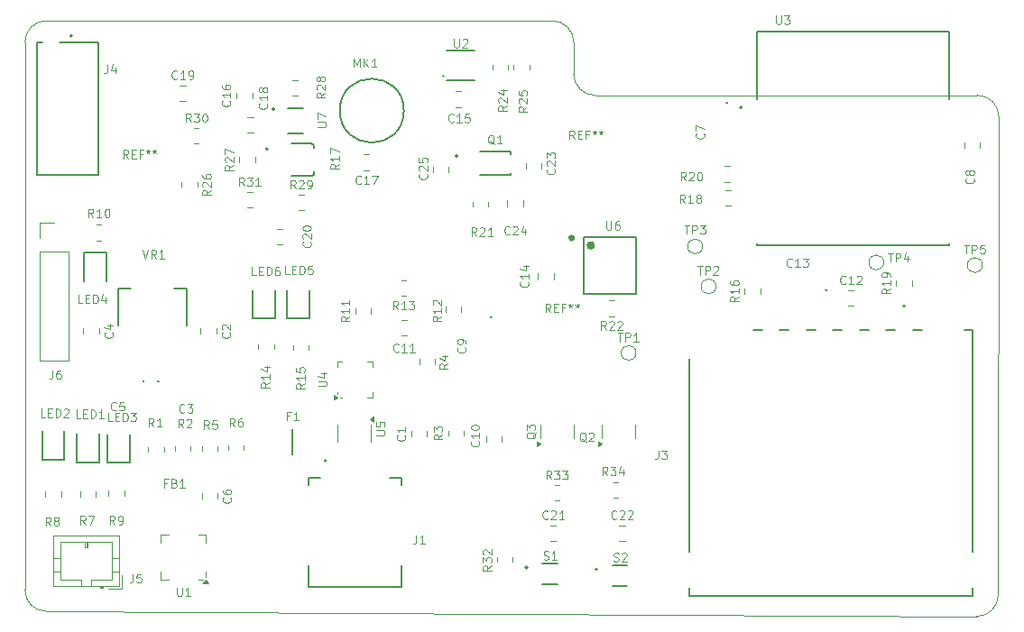
<source format=gto>
%TF.GenerationSoftware,KiCad,Pcbnew,9.0.3*%
%TF.CreationDate,2025-09-24T14:43:00+05:30*%
%TF.ProjectId,esp_32,6573705f-3332-42e6-9b69-6361645f7063,rev?*%
%TF.SameCoordinates,Original*%
%TF.FileFunction,Legend,Top*%
%TF.FilePolarity,Positive*%
%FSLAX46Y46*%
G04 Gerber Fmt 4.6, Leading zero omitted, Abs format (unit mm)*
G04 Created by KiCad (PCBNEW 9.0.3) date 2025-09-24 14:43:00*
%MOMM*%
%LPD*%
G01*
G04 APERTURE LIST*
%ADD10C,0.100000*%
%ADD11C,0.120000*%
%ADD12C,0.200000*%
%ADD13C,0.127000*%
%ADD14C,0.152400*%
%ADD15C,0.203200*%
G04 APERTURE END LIST*
D10*
X160500000Y-84500000D02*
X160500000Y-87500000D01*
X109000000Y-84500000D02*
G75*
G02*
X111000000Y-82500000I2000000J0D01*
G01*
X198397036Y-89500000D02*
G75*
G02*
X200396998Y-91502890I-36J-2000000D01*
G01*
X176000000Y-89500000D02*
X198397036Y-89500000D01*
X162500000Y-89500000D02*
X176000000Y-89500000D01*
X200397033Y-91502890D02*
X200336701Y-136441729D01*
X200336701Y-136441729D02*
G75*
G02*
X198325762Y-138438973I-2000001J2729D01*
G01*
X158500000Y-82500000D02*
G75*
G02*
X160500000Y-84500000I0J-2000000D01*
G01*
X109000000Y-84500000D02*
X109000000Y-135960919D01*
X162500000Y-89500000D02*
G75*
G02*
X160500000Y-87500000I0J2000000D01*
G01*
X110989051Y-137960889D02*
G75*
G02*
X108999981Y-135960919I10949J1999989D01*
G01*
X110989051Y-137960889D02*
X198325762Y-138439014D01*
X111000000Y-82500000D02*
X158500000Y-82500000D01*
D11*
X139463855Y-110264285D02*
X139082902Y-110530952D01*
X139463855Y-110721428D02*
X138663855Y-110721428D01*
X138663855Y-110721428D02*
X138663855Y-110416666D01*
X138663855Y-110416666D02*
X138701950Y-110340476D01*
X138701950Y-110340476D02*
X138740045Y-110302381D01*
X138740045Y-110302381D02*
X138816236Y-110264285D01*
X138816236Y-110264285D02*
X138930521Y-110264285D01*
X138930521Y-110264285D02*
X139006712Y-110302381D01*
X139006712Y-110302381D02*
X139044807Y-110340476D01*
X139044807Y-110340476D02*
X139082902Y-110416666D01*
X139082902Y-110416666D02*
X139082902Y-110721428D01*
X139463855Y-109502381D02*
X139463855Y-109959524D01*
X139463855Y-109730952D02*
X138663855Y-109730952D01*
X138663855Y-109730952D02*
X138778140Y-109807143D01*
X138778140Y-109807143D02*
X138854331Y-109883333D01*
X138854331Y-109883333D02*
X138892426Y-109959524D01*
X139463855Y-108740476D02*
X139463855Y-109197619D01*
X139463855Y-108969047D02*
X138663855Y-108969047D01*
X138663855Y-108969047D02*
X138778140Y-109045238D01*
X138778140Y-109045238D02*
X138854331Y-109121428D01*
X138854331Y-109121428D02*
X138892426Y-109197619D01*
X171035714Y-97513855D02*
X170769047Y-97132902D01*
X170578571Y-97513855D02*
X170578571Y-96713855D01*
X170578571Y-96713855D02*
X170883333Y-96713855D01*
X170883333Y-96713855D02*
X170959523Y-96751950D01*
X170959523Y-96751950D02*
X170997618Y-96790045D01*
X170997618Y-96790045D02*
X171035714Y-96866236D01*
X171035714Y-96866236D02*
X171035714Y-96980521D01*
X171035714Y-96980521D02*
X170997618Y-97056712D01*
X170997618Y-97056712D02*
X170959523Y-97094807D01*
X170959523Y-97094807D02*
X170883333Y-97132902D01*
X170883333Y-97132902D02*
X170578571Y-97132902D01*
X171340475Y-96790045D02*
X171378571Y-96751950D01*
X171378571Y-96751950D02*
X171454761Y-96713855D01*
X171454761Y-96713855D02*
X171645237Y-96713855D01*
X171645237Y-96713855D02*
X171721428Y-96751950D01*
X171721428Y-96751950D02*
X171759523Y-96790045D01*
X171759523Y-96790045D02*
X171797618Y-96866236D01*
X171797618Y-96866236D02*
X171797618Y-96942426D01*
X171797618Y-96942426D02*
X171759523Y-97056712D01*
X171759523Y-97056712D02*
X171302380Y-97513855D01*
X171302380Y-97513855D02*
X171797618Y-97513855D01*
X172292857Y-96713855D02*
X172369047Y-96713855D01*
X172369047Y-96713855D02*
X172445238Y-96751950D01*
X172445238Y-96751950D02*
X172483333Y-96790045D01*
X172483333Y-96790045D02*
X172521428Y-96866236D01*
X172521428Y-96866236D02*
X172559523Y-97018617D01*
X172559523Y-97018617D02*
X172559523Y-97209093D01*
X172559523Y-97209093D02*
X172521428Y-97361474D01*
X172521428Y-97361474D02*
X172483333Y-97437664D01*
X172483333Y-97437664D02*
X172445238Y-97475760D01*
X172445238Y-97475760D02*
X172369047Y-97513855D01*
X172369047Y-97513855D02*
X172292857Y-97513855D01*
X172292857Y-97513855D02*
X172216666Y-97475760D01*
X172216666Y-97475760D02*
X172178571Y-97437664D01*
X172178571Y-97437664D02*
X172140476Y-97361474D01*
X172140476Y-97361474D02*
X172102380Y-97209093D01*
X172102380Y-97209093D02*
X172102380Y-97018617D01*
X172102380Y-97018617D02*
X172140476Y-96866236D01*
X172140476Y-96866236D02*
X172178571Y-96790045D01*
X172178571Y-96790045D02*
X172216666Y-96751950D01*
X172216666Y-96751950D02*
X172292857Y-96713855D01*
X119133333Y-134463855D02*
X119133333Y-135035283D01*
X119133333Y-135035283D02*
X119095238Y-135149569D01*
X119095238Y-135149569D02*
X119019047Y-135225760D01*
X119019047Y-135225760D02*
X118904762Y-135263855D01*
X118904762Y-135263855D02*
X118828571Y-135263855D01*
X119895238Y-134463855D02*
X119514286Y-134463855D01*
X119514286Y-134463855D02*
X119476190Y-134844807D01*
X119476190Y-134844807D02*
X119514286Y-134806712D01*
X119514286Y-134806712D02*
X119590476Y-134768617D01*
X119590476Y-134768617D02*
X119780952Y-134768617D01*
X119780952Y-134768617D02*
X119857143Y-134806712D01*
X119857143Y-134806712D02*
X119895238Y-134844807D01*
X119895238Y-134844807D02*
X119933333Y-134920998D01*
X119933333Y-134920998D02*
X119933333Y-135111474D01*
X119933333Y-135111474D02*
X119895238Y-135187664D01*
X119895238Y-135187664D02*
X119857143Y-135225760D01*
X119857143Y-135225760D02*
X119780952Y-135263855D01*
X119780952Y-135263855D02*
X119590476Y-135263855D01*
X119590476Y-135263855D02*
X119514286Y-135225760D01*
X119514286Y-135225760D02*
X119476190Y-135187664D01*
X126443855Y-98401785D02*
X126062902Y-98668452D01*
X126443855Y-98858928D02*
X125643855Y-98858928D01*
X125643855Y-98858928D02*
X125643855Y-98554166D01*
X125643855Y-98554166D02*
X125681950Y-98477976D01*
X125681950Y-98477976D02*
X125720045Y-98439881D01*
X125720045Y-98439881D02*
X125796236Y-98401785D01*
X125796236Y-98401785D02*
X125910521Y-98401785D01*
X125910521Y-98401785D02*
X125986712Y-98439881D01*
X125986712Y-98439881D02*
X126024807Y-98477976D01*
X126024807Y-98477976D02*
X126062902Y-98554166D01*
X126062902Y-98554166D02*
X126062902Y-98858928D01*
X125720045Y-98097024D02*
X125681950Y-98058928D01*
X125681950Y-98058928D02*
X125643855Y-97982738D01*
X125643855Y-97982738D02*
X125643855Y-97792262D01*
X125643855Y-97792262D02*
X125681950Y-97716071D01*
X125681950Y-97716071D02*
X125720045Y-97677976D01*
X125720045Y-97677976D02*
X125796236Y-97639881D01*
X125796236Y-97639881D02*
X125872426Y-97639881D01*
X125872426Y-97639881D02*
X125986712Y-97677976D01*
X125986712Y-97677976D02*
X126443855Y-98135119D01*
X126443855Y-98135119D02*
X126443855Y-97639881D01*
X125643855Y-96954166D02*
X125643855Y-97106547D01*
X125643855Y-97106547D02*
X125681950Y-97182738D01*
X125681950Y-97182738D02*
X125720045Y-97220833D01*
X125720045Y-97220833D02*
X125834331Y-97297023D01*
X125834331Y-97297023D02*
X125986712Y-97335119D01*
X125986712Y-97335119D02*
X126291474Y-97335119D01*
X126291474Y-97335119D02*
X126367664Y-97297023D01*
X126367664Y-97297023D02*
X126405760Y-97258928D01*
X126405760Y-97258928D02*
X126443855Y-97182738D01*
X126443855Y-97182738D02*
X126443855Y-97030357D01*
X126443855Y-97030357D02*
X126405760Y-96954166D01*
X126405760Y-96954166D02*
X126367664Y-96916071D01*
X126367664Y-96916071D02*
X126291474Y-96877976D01*
X126291474Y-96877976D02*
X126100998Y-96877976D01*
X126100998Y-96877976D02*
X126024807Y-96916071D01*
X126024807Y-96916071D02*
X125986712Y-96954166D01*
X125986712Y-96954166D02*
X125948617Y-97030357D01*
X125948617Y-97030357D02*
X125948617Y-97182738D01*
X125948617Y-97182738D02*
X125986712Y-97258928D01*
X125986712Y-97258928D02*
X126024807Y-97297023D01*
X126024807Y-97297023D02*
X126100998Y-97335119D01*
X163565786Y-101324685D02*
X163565786Y-101972304D01*
X163565786Y-101972304D02*
X163603881Y-102048494D01*
X163603881Y-102048494D02*
X163641976Y-102086590D01*
X163641976Y-102086590D02*
X163718167Y-102124685D01*
X163718167Y-102124685D02*
X163870548Y-102124685D01*
X163870548Y-102124685D02*
X163946738Y-102086590D01*
X163946738Y-102086590D02*
X163984833Y-102048494D01*
X163984833Y-102048494D02*
X164022929Y-101972304D01*
X164022929Y-101972304D02*
X164022929Y-101324685D01*
X164746738Y-101324685D02*
X164594357Y-101324685D01*
X164594357Y-101324685D02*
X164518166Y-101362780D01*
X164518166Y-101362780D02*
X164480071Y-101400875D01*
X164480071Y-101400875D02*
X164403881Y-101515161D01*
X164403881Y-101515161D02*
X164365785Y-101667542D01*
X164365785Y-101667542D02*
X164365785Y-101972304D01*
X164365785Y-101972304D02*
X164403881Y-102048494D01*
X164403881Y-102048494D02*
X164441976Y-102086590D01*
X164441976Y-102086590D02*
X164518166Y-102124685D01*
X164518166Y-102124685D02*
X164670547Y-102124685D01*
X164670547Y-102124685D02*
X164746738Y-102086590D01*
X164746738Y-102086590D02*
X164784833Y-102048494D01*
X164784833Y-102048494D02*
X164822928Y-101972304D01*
X164822928Y-101972304D02*
X164822928Y-101781828D01*
X164822928Y-101781828D02*
X164784833Y-101705637D01*
X164784833Y-101705637D02*
X164746738Y-101667542D01*
X164746738Y-101667542D02*
X164670547Y-101629447D01*
X164670547Y-101629447D02*
X164518166Y-101629447D01*
X164518166Y-101629447D02*
X164441976Y-101667542D01*
X164441976Y-101667542D02*
X164403881Y-101705637D01*
X164403881Y-101705637D02*
X164365785Y-101781828D01*
X118683333Y-95413855D02*
X118416666Y-95032902D01*
X118226190Y-95413855D02*
X118226190Y-94613855D01*
X118226190Y-94613855D02*
X118530952Y-94613855D01*
X118530952Y-94613855D02*
X118607142Y-94651950D01*
X118607142Y-94651950D02*
X118645237Y-94690045D01*
X118645237Y-94690045D02*
X118683333Y-94766236D01*
X118683333Y-94766236D02*
X118683333Y-94880521D01*
X118683333Y-94880521D02*
X118645237Y-94956712D01*
X118645237Y-94956712D02*
X118607142Y-94994807D01*
X118607142Y-94994807D02*
X118530952Y-95032902D01*
X118530952Y-95032902D02*
X118226190Y-95032902D01*
X119026190Y-94994807D02*
X119292856Y-94994807D01*
X119407142Y-95413855D02*
X119026190Y-95413855D01*
X119026190Y-95413855D02*
X119026190Y-94613855D01*
X119026190Y-94613855D02*
X119407142Y-94613855D01*
X120016666Y-94994807D02*
X119750000Y-94994807D01*
X119750000Y-95413855D02*
X119750000Y-94613855D01*
X119750000Y-94613855D02*
X120130952Y-94613855D01*
X120549999Y-94613855D02*
X120549999Y-94804331D01*
X120359523Y-94728140D02*
X120549999Y-94804331D01*
X120549999Y-94804331D02*
X120740476Y-94728140D01*
X120435714Y-94956712D02*
X120549999Y-94804331D01*
X120549999Y-94804331D02*
X120664285Y-94956712D01*
X121159523Y-94613855D02*
X121159523Y-94804331D01*
X120969047Y-94728140D02*
X121159523Y-94804331D01*
X121159523Y-94804331D02*
X121350000Y-94728140D01*
X121045238Y-94956712D02*
X121159523Y-94804331D01*
X121159523Y-94804331D02*
X121273809Y-94956712D01*
X158333333Y-109863855D02*
X158066666Y-109482902D01*
X157876190Y-109863855D02*
X157876190Y-109063855D01*
X157876190Y-109063855D02*
X158180952Y-109063855D01*
X158180952Y-109063855D02*
X158257142Y-109101950D01*
X158257142Y-109101950D02*
X158295237Y-109140045D01*
X158295237Y-109140045D02*
X158333333Y-109216236D01*
X158333333Y-109216236D02*
X158333333Y-109330521D01*
X158333333Y-109330521D02*
X158295237Y-109406712D01*
X158295237Y-109406712D02*
X158257142Y-109444807D01*
X158257142Y-109444807D02*
X158180952Y-109482902D01*
X158180952Y-109482902D02*
X157876190Y-109482902D01*
X158676190Y-109444807D02*
X158942856Y-109444807D01*
X159057142Y-109863855D02*
X158676190Y-109863855D01*
X158676190Y-109863855D02*
X158676190Y-109063855D01*
X158676190Y-109063855D02*
X159057142Y-109063855D01*
X159666666Y-109444807D02*
X159400000Y-109444807D01*
X159400000Y-109863855D02*
X159400000Y-109063855D01*
X159400000Y-109063855D02*
X159780952Y-109063855D01*
X160199999Y-109063855D02*
X160199999Y-109254331D01*
X160009523Y-109178140D02*
X160199999Y-109254331D01*
X160199999Y-109254331D02*
X160390476Y-109178140D01*
X160085714Y-109406712D02*
X160199999Y-109254331D01*
X160199999Y-109254331D02*
X160314285Y-109406712D01*
X160809523Y-109063855D02*
X160809523Y-109254331D01*
X160619047Y-109178140D02*
X160809523Y-109254331D01*
X160809523Y-109254331D02*
X161000000Y-109178140D01*
X160695238Y-109406712D02*
X160809523Y-109254331D01*
X160809523Y-109254331D02*
X160923809Y-109406712D01*
X144060714Y-113537664D02*
X144022618Y-113575760D01*
X144022618Y-113575760D02*
X143908333Y-113613855D01*
X143908333Y-113613855D02*
X143832142Y-113613855D01*
X143832142Y-113613855D02*
X143717856Y-113575760D01*
X143717856Y-113575760D02*
X143641666Y-113499569D01*
X143641666Y-113499569D02*
X143603571Y-113423379D01*
X143603571Y-113423379D02*
X143565475Y-113270998D01*
X143565475Y-113270998D02*
X143565475Y-113156712D01*
X143565475Y-113156712D02*
X143603571Y-113004331D01*
X143603571Y-113004331D02*
X143641666Y-112928140D01*
X143641666Y-112928140D02*
X143717856Y-112851950D01*
X143717856Y-112851950D02*
X143832142Y-112813855D01*
X143832142Y-112813855D02*
X143908333Y-112813855D01*
X143908333Y-112813855D02*
X144022618Y-112851950D01*
X144022618Y-112851950D02*
X144060714Y-112890045D01*
X144822618Y-113613855D02*
X144365475Y-113613855D01*
X144594047Y-113613855D02*
X144594047Y-112813855D01*
X144594047Y-112813855D02*
X144517856Y-112928140D01*
X144517856Y-112928140D02*
X144441666Y-113004331D01*
X144441666Y-113004331D02*
X144365475Y-113042426D01*
X145584523Y-113613855D02*
X145127380Y-113613855D01*
X145355952Y-113613855D02*
X145355952Y-112813855D01*
X145355952Y-112813855D02*
X145279761Y-112928140D01*
X145279761Y-112928140D02*
X145203571Y-113004331D01*
X145203571Y-113004331D02*
X145127380Y-113042426D01*
X144023214Y-109613855D02*
X143756547Y-109232902D01*
X143566071Y-109613855D02*
X143566071Y-108813855D01*
X143566071Y-108813855D02*
X143870833Y-108813855D01*
X143870833Y-108813855D02*
X143947023Y-108851950D01*
X143947023Y-108851950D02*
X143985118Y-108890045D01*
X143985118Y-108890045D02*
X144023214Y-108966236D01*
X144023214Y-108966236D02*
X144023214Y-109080521D01*
X144023214Y-109080521D02*
X143985118Y-109156712D01*
X143985118Y-109156712D02*
X143947023Y-109194807D01*
X143947023Y-109194807D02*
X143870833Y-109232902D01*
X143870833Y-109232902D02*
X143566071Y-109232902D01*
X144785118Y-109613855D02*
X144327975Y-109613855D01*
X144556547Y-109613855D02*
X144556547Y-108813855D01*
X144556547Y-108813855D02*
X144480356Y-108928140D01*
X144480356Y-108928140D02*
X144404166Y-109004331D01*
X144404166Y-109004331D02*
X144327975Y-109042426D01*
X145051785Y-108813855D02*
X145547023Y-108813855D01*
X145547023Y-108813855D02*
X145280357Y-109118617D01*
X145280357Y-109118617D02*
X145394642Y-109118617D01*
X145394642Y-109118617D02*
X145470833Y-109156712D01*
X145470833Y-109156712D02*
X145508928Y-109194807D01*
X145508928Y-109194807D02*
X145547023Y-109270998D01*
X145547023Y-109270998D02*
X145547023Y-109461474D01*
X145547023Y-109461474D02*
X145508928Y-109537664D01*
X145508928Y-109537664D02*
X145470833Y-109575760D01*
X145470833Y-109575760D02*
X145394642Y-109613855D01*
X145394642Y-109613855D02*
X145166071Y-109613855D01*
X145166071Y-109613855D02*
X145089880Y-109575760D01*
X145089880Y-109575760D02*
X145051785Y-109537664D01*
X149235714Y-91950164D02*
X149197618Y-91988260D01*
X149197618Y-91988260D02*
X149083333Y-92026355D01*
X149083333Y-92026355D02*
X149007142Y-92026355D01*
X149007142Y-92026355D02*
X148892856Y-91988260D01*
X148892856Y-91988260D02*
X148816666Y-91912069D01*
X148816666Y-91912069D02*
X148778571Y-91835879D01*
X148778571Y-91835879D02*
X148740475Y-91683498D01*
X148740475Y-91683498D02*
X148740475Y-91569212D01*
X148740475Y-91569212D02*
X148778571Y-91416831D01*
X148778571Y-91416831D02*
X148816666Y-91340640D01*
X148816666Y-91340640D02*
X148892856Y-91264450D01*
X148892856Y-91264450D02*
X149007142Y-91226355D01*
X149007142Y-91226355D02*
X149083333Y-91226355D01*
X149083333Y-91226355D02*
X149197618Y-91264450D01*
X149197618Y-91264450D02*
X149235714Y-91302545D01*
X149997618Y-92026355D02*
X149540475Y-92026355D01*
X149769047Y-92026355D02*
X149769047Y-91226355D01*
X149769047Y-91226355D02*
X149692856Y-91340640D01*
X149692856Y-91340640D02*
X149616666Y-91416831D01*
X149616666Y-91416831D02*
X149540475Y-91454926D01*
X150721428Y-91226355D02*
X150340476Y-91226355D01*
X150340476Y-91226355D02*
X150302380Y-91607307D01*
X150302380Y-91607307D02*
X150340476Y-91569212D01*
X150340476Y-91569212D02*
X150416666Y-91531117D01*
X150416666Y-91531117D02*
X150607142Y-91531117D01*
X150607142Y-91531117D02*
X150683333Y-91569212D01*
X150683333Y-91569212D02*
X150721428Y-91607307D01*
X150721428Y-91607307D02*
X150759523Y-91683498D01*
X150759523Y-91683498D02*
X150759523Y-91873974D01*
X150759523Y-91873974D02*
X150721428Y-91950164D01*
X150721428Y-91950164D02*
X150683333Y-91988260D01*
X150683333Y-91988260D02*
X150607142Y-92026355D01*
X150607142Y-92026355D02*
X150416666Y-92026355D01*
X150416666Y-92026355D02*
X150340476Y-91988260D01*
X150340476Y-91988260D02*
X150302380Y-91950164D01*
X123285714Y-87907664D02*
X123247618Y-87945760D01*
X123247618Y-87945760D02*
X123133333Y-87983855D01*
X123133333Y-87983855D02*
X123057142Y-87983855D01*
X123057142Y-87983855D02*
X122942856Y-87945760D01*
X122942856Y-87945760D02*
X122866666Y-87869569D01*
X122866666Y-87869569D02*
X122828571Y-87793379D01*
X122828571Y-87793379D02*
X122790475Y-87640998D01*
X122790475Y-87640998D02*
X122790475Y-87526712D01*
X122790475Y-87526712D02*
X122828571Y-87374331D01*
X122828571Y-87374331D02*
X122866666Y-87298140D01*
X122866666Y-87298140D02*
X122942856Y-87221950D01*
X122942856Y-87221950D02*
X123057142Y-87183855D01*
X123057142Y-87183855D02*
X123133333Y-87183855D01*
X123133333Y-87183855D02*
X123247618Y-87221950D01*
X123247618Y-87221950D02*
X123285714Y-87260045D01*
X124047618Y-87983855D02*
X123590475Y-87983855D01*
X123819047Y-87983855D02*
X123819047Y-87183855D01*
X123819047Y-87183855D02*
X123742856Y-87298140D01*
X123742856Y-87298140D02*
X123666666Y-87374331D01*
X123666666Y-87374331D02*
X123590475Y-87412426D01*
X124428571Y-87983855D02*
X124580952Y-87983855D01*
X124580952Y-87983855D02*
X124657142Y-87945760D01*
X124657142Y-87945760D02*
X124695238Y-87907664D01*
X124695238Y-87907664D02*
X124771428Y-87793379D01*
X124771428Y-87793379D02*
X124809523Y-87640998D01*
X124809523Y-87640998D02*
X124809523Y-87336236D01*
X124809523Y-87336236D02*
X124771428Y-87260045D01*
X124771428Y-87260045D02*
X124733333Y-87221950D01*
X124733333Y-87221950D02*
X124657142Y-87183855D01*
X124657142Y-87183855D02*
X124504761Y-87183855D01*
X124504761Y-87183855D02*
X124428571Y-87221950D01*
X124428571Y-87221950D02*
X124390476Y-87260045D01*
X124390476Y-87260045D02*
X124352380Y-87336236D01*
X124352380Y-87336236D02*
X124352380Y-87526712D01*
X124352380Y-87526712D02*
X124390476Y-87602902D01*
X124390476Y-87602902D02*
X124428571Y-87640998D01*
X124428571Y-87640998D02*
X124504761Y-87679093D01*
X124504761Y-87679093D02*
X124657142Y-87679093D01*
X124657142Y-87679093D02*
X124733333Y-87640998D01*
X124733333Y-87640998D02*
X124771428Y-87602902D01*
X124771428Y-87602902D02*
X124809523Y-87526712D01*
X116733333Y-86613855D02*
X116733333Y-87185283D01*
X116733333Y-87185283D02*
X116695238Y-87299569D01*
X116695238Y-87299569D02*
X116619047Y-87375760D01*
X116619047Y-87375760D02*
X116504762Y-87413855D01*
X116504762Y-87413855D02*
X116428571Y-87413855D01*
X117457143Y-86880521D02*
X117457143Y-87413855D01*
X117266667Y-86575760D02*
X117076190Y-87147188D01*
X117076190Y-87147188D02*
X117571429Y-87147188D01*
X131963855Y-116464285D02*
X131582902Y-116730952D01*
X131963855Y-116921428D02*
X131163855Y-116921428D01*
X131163855Y-116921428D02*
X131163855Y-116616666D01*
X131163855Y-116616666D02*
X131201950Y-116540476D01*
X131201950Y-116540476D02*
X131240045Y-116502381D01*
X131240045Y-116502381D02*
X131316236Y-116464285D01*
X131316236Y-116464285D02*
X131430521Y-116464285D01*
X131430521Y-116464285D02*
X131506712Y-116502381D01*
X131506712Y-116502381D02*
X131544807Y-116540476D01*
X131544807Y-116540476D02*
X131582902Y-116616666D01*
X131582902Y-116616666D02*
X131582902Y-116921428D01*
X131963855Y-115702381D02*
X131963855Y-116159524D01*
X131963855Y-115930952D02*
X131163855Y-115930952D01*
X131163855Y-115930952D02*
X131278140Y-116007143D01*
X131278140Y-116007143D02*
X131354331Y-116083333D01*
X131354331Y-116083333D02*
X131392426Y-116159524D01*
X131430521Y-115016666D02*
X131963855Y-115016666D01*
X131125760Y-115207142D02*
X131697188Y-115397619D01*
X131697188Y-115397619D02*
X131697188Y-114902380D01*
X140535714Y-97767664D02*
X140497618Y-97805760D01*
X140497618Y-97805760D02*
X140383333Y-97843855D01*
X140383333Y-97843855D02*
X140307142Y-97843855D01*
X140307142Y-97843855D02*
X140192856Y-97805760D01*
X140192856Y-97805760D02*
X140116666Y-97729569D01*
X140116666Y-97729569D02*
X140078571Y-97653379D01*
X140078571Y-97653379D02*
X140040475Y-97500998D01*
X140040475Y-97500998D02*
X140040475Y-97386712D01*
X140040475Y-97386712D02*
X140078571Y-97234331D01*
X140078571Y-97234331D02*
X140116666Y-97158140D01*
X140116666Y-97158140D02*
X140192856Y-97081950D01*
X140192856Y-97081950D02*
X140307142Y-97043855D01*
X140307142Y-97043855D02*
X140383333Y-97043855D01*
X140383333Y-97043855D02*
X140497618Y-97081950D01*
X140497618Y-97081950D02*
X140535714Y-97120045D01*
X141297618Y-97843855D02*
X140840475Y-97843855D01*
X141069047Y-97843855D02*
X141069047Y-97043855D01*
X141069047Y-97043855D02*
X140992856Y-97158140D01*
X140992856Y-97158140D02*
X140916666Y-97234331D01*
X140916666Y-97234331D02*
X140840475Y-97272426D01*
X141564285Y-97043855D02*
X142097619Y-97043855D01*
X142097619Y-97043855D02*
X141754761Y-97843855D01*
X189990476Y-104313855D02*
X190447619Y-104313855D01*
X190219047Y-105113855D02*
X190219047Y-104313855D01*
X190714286Y-105113855D02*
X190714286Y-104313855D01*
X190714286Y-104313855D02*
X191019048Y-104313855D01*
X191019048Y-104313855D02*
X191095238Y-104351950D01*
X191095238Y-104351950D02*
X191133333Y-104390045D01*
X191133333Y-104390045D02*
X191171429Y-104466236D01*
X191171429Y-104466236D02*
X191171429Y-104580521D01*
X191171429Y-104580521D02*
X191133333Y-104656712D01*
X191133333Y-104656712D02*
X191095238Y-104694807D01*
X191095238Y-104694807D02*
X191019048Y-104732902D01*
X191019048Y-104732902D02*
X190714286Y-104732902D01*
X191857143Y-104580521D02*
X191857143Y-105113855D01*
X191666667Y-104275760D02*
X191476190Y-104847188D01*
X191476190Y-104847188D02*
X191971429Y-104847188D01*
X172140476Y-105565855D02*
X172597619Y-105565855D01*
X172369047Y-106365855D02*
X172369047Y-105565855D01*
X172864286Y-106365855D02*
X172864286Y-105565855D01*
X172864286Y-105565855D02*
X173169048Y-105565855D01*
X173169048Y-105565855D02*
X173245238Y-105603950D01*
X173245238Y-105603950D02*
X173283333Y-105642045D01*
X173283333Y-105642045D02*
X173321429Y-105718236D01*
X173321429Y-105718236D02*
X173321429Y-105832521D01*
X173321429Y-105832521D02*
X173283333Y-105908712D01*
X173283333Y-105908712D02*
X173245238Y-105946807D01*
X173245238Y-105946807D02*
X173169048Y-105984902D01*
X173169048Y-105984902D02*
X172864286Y-105984902D01*
X173626190Y-105642045D02*
X173664286Y-105603950D01*
X173664286Y-105603950D02*
X173740476Y-105565855D01*
X173740476Y-105565855D02*
X173930952Y-105565855D01*
X173930952Y-105565855D02*
X174007143Y-105603950D01*
X174007143Y-105603950D02*
X174045238Y-105642045D01*
X174045238Y-105642045D02*
X174083333Y-105718236D01*
X174083333Y-105718236D02*
X174083333Y-105794426D01*
X174083333Y-105794426D02*
X174045238Y-105908712D01*
X174045238Y-105908712D02*
X173588095Y-106365855D01*
X173588095Y-106365855D02*
X174083333Y-106365855D01*
X163678650Y-125193855D02*
X163411983Y-124812902D01*
X163221507Y-125193855D02*
X163221507Y-124393855D01*
X163221507Y-124393855D02*
X163526269Y-124393855D01*
X163526269Y-124393855D02*
X163602459Y-124431950D01*
X163602459Y-124431950D02*
X163640554Y-124470045D01*
X163640554Y-124470045D02*
X163678650Y-124546236D01*
X163678650Y-124546236D02*
X163678650Y-124660521D01*
X163678650Y-124660521D02*
X163640554Y-124736712D01*
X163640554Y-124736712D02*
X163602459Y-124774807D01*
X163602459Y-124774807D02*
X163526269Y-124812902D01*
X163526269Y-124812902D02*
X163221507Y-124812902D01*
X163945316Y-124393855D02*
X164440554Y-124393855D01*
X164440554Y-124393855D02*
X164173888Y-124698617D01*
X164173888Y-124698617D02*
X164288173Y-124698617D01*
X164288173Y-124698617D02*
X164364364Y-124736712D01*
X164364364Y-124736712D02*
X164402459Y-124774807D01*
X164402459Y-124774807D02*
X164440554Y-124850998D01*
X164440554Y-124850998D02*
X164440554Y-125041474D01*
X164440554Y-125041474D02*
X164402459Y-125117664D01*
X164402459Y-125117664D02*
X164364364Y-125155760D01*
X164364364Y-125155760D02*
X164288173Y-125193855D01*
X164288173Y-125193855D02*
X164059602Y-125193855D01*
X164059602Y-125193855D02*
X163983411Y-125155760D01*
X163983411Y-125155760D02*
X163945316Y-125117664D01*
X165126269Y-124660521D02*
X165126269Y-125193855D01*
X164935793Y-124355760D02*
X164745316Y-124927188D01*
X164745316Y-124927188D02*
X165240555Y-124927188D01*
X128563855Y-96064285D02*
X128182902Y-96330952D01*
X128563855Y-96521428D02*
X127763855Y-96521428D01*
X127763855Y-96521428D02*
X127763855Y-96216666D01*
X127763855Y-96216666D02*
X127801950Y-96140476D01*
X127801950Y-96140476D02*
X127840045Y-96102381D01*
X127840045Y-96102381D02*
X127916236Y-96064285D01*
X127916236Y-96064285D02*
X128030521Y-96064285D01*
X128030521Y-96064285D02*
X128106712Y-96102381D01*
X128106712Y-96102381D02*
X128144807Y-96140476D01*
X128144807Y-96140476D02*
X128182902Y-96216666D01*
X128182902Y-96216666D02*
X128182902Y-96521428D01*
X127840045Y-95759524D02*
X127801950Y-95721428D01*
X127801950Y-95721428D02*
X127763855Y-95645238D01*
X127763855Y-95645238D02*
X127763855Y-95454762D01*
X127763855Y-95454762D02*
X127801950Y-95378571D01*
X127801950Y-95378571D02*
X127840045Y-95340476D01*
X127840045Y-95340476D02*
X127916236Y-95302381D01*
X127916236Y-95302381D02*
X127992426Y-95302381D01*
X127992426Y-95302381D02*
X128106712Y-95340476D01*
X128106712Y-95340476D02*
X128563855Y-95797619D01*
X128563855Y-95797619D02*
X128563855Y-95302381D01*
X127763855Y-95035714D02*
X127763855Y-94502380D01*
X127763855Y-94502380D02*
X128563855Y-94845238D01*
X138463855Y-95964285D02*
X138082902Y-96230952D01*
X138463855Y-96421428D02*
X137663855Y-96421428D01*
X137663855Y-96421428D02*
X137663855Y-96116666D01*
X137663855Y-96116666D02*
X137701950Y-96040476D01*
X137701950Y-96040476D02*
X137740045Y-96002381D01*
X137740045Y-96002381D02*
X137816236Y-95964285D01*
X137816236Y-95964285D02*
X137930521Y-95964285D01*
X137930521Y-95964285D02*
X138006712Y-96002381D01*
X138006712Y-96002381D02*
X138044807Y-96040476D01*
X138044807Y-96040476D02*
X138082902Y-96116666D01*
X138082902Y-96116666D02*
X138082902Y-96421428D01*
X138463855Y-95202381D02*
X138463855Y-95659524D01*
X138463855Y-95430952D02*
X137663855Y-95430952D01*
X137663855Y-95430952D02*
X137778140Y-95507143D01*
X137778140Y-95507143D02*
X137854331Y-95583333D01*
X137854331Y-95583333D02*
X137892426Y-95659524D01*
X137663855Y-94935714D02*
X137663855Y-94402380D01*
X137663855Y-94402380D02*
X138463855Y-94745238D01*
X121086667Y-120613855D02*
X120820000Y-120232902D01*
X120629524Y-120613855D02*
X120629524Y-119813855D01*
X120629524Y-119813855D02*
X120934286Y-119813855D01*
X120934286Y-119813855D02*
X121010476Y-119851950D01*
X121010476Y-119851950D02*
X121048571Y-119890045D01*
X121048571Y-119890045D02*
X121086667Y-119966236D01*
X121086667Y-119966236D02*
X121086667Y-120080521D01*
X121086667Y-120080521D02*
X121048571Y-120156712D01*
X121048571Y-120156712D02*
X121010476Y-120194807D01*
X121010476Y-120194807D02*
X120934286Y-120232902D01*
X120934286Y-120232902D02*
X120629524Y-120232902D01*
X121848571Y-120613855D02*
X121391428Y-120613855D01*
X121620000Y-120613855D02*
X121620000Y-119813855D01*
X121620000Y-119813855D02*
X121543809Y-119928140D01*
X121543809Y-119928140D02*
X121467619Y-120004331D01*
X121467619Y-120004331D02*
X121391428Y-120042426D01*
X172687664Y-93083332D02*
X172725760Y-93121428D01*
X172725760Y-93121428D02*
X172763855Y-93235713D01*
X172763855Y-93235713D02*
X172763855Y-93311904D01*
X172763855Y-93311904D02*
X172725760Y-93426190D01*
X172725760Y-93426190D02*
X172649569Y-93502380D01*
X172649569Y-93502380D02*
X172573379Y-93540475D01*
X172573379Y-93540475D02*
X172420998Y-93578571D01*
X172420998Y-93578571D02*
X172306712Y-93578571D01*
X172306712Y-93578571D02*
X172154331Y-93540475D01*
X172154331Y-93540475D02*
X172078140Y-93502380D01*
X172078140Y-93502380D02*
X172001950Y-93426190D01*
X172001950Y-93426190D02*
X171963855Y-93311904D01*
X171963855Y-93311904D02*
X171963855Y-93235713D01*
X171963855Y-93235713D02*
X172001950Y-93121428D01*
X172001950Y-93121428D02*
X172040045Y-93083332D01*
X171963855Y-92816666D02*
X171963855Y-92283332D01*
X171963855Y-92283332D02*
X172763855Y-92626190D01*
X122343333Y-125914807D02*
X122076667Y-125914807D01*
X122076667Y-126333855D02*
X122076667Y-125533855D01*
X122076667Y-125533855D02*
X122457619Y-125533855D01*
X123029047Y-125914807D02*
X123143333Y-125952902D01*
X123143333Y-125952902D02*
X123181428Y-125990998D01*
X123181428Y-125990998D02*
X123219524Y-126067188D01*
X123219524Y-126067188D02*
X123219524Y-126181474D01*
X123219524Y-126181474D02*
X123181428Y-126257664D01*
X123181428Y-126257664D02*
X123143333Y-126295760D01*
X123143333Y-126295760D02*
X123067143Y-126333855D01*
X123067143Y-126333855D02*
X122762381Y-126333855D01*
X122762381Y-126333855D02*
X122762381Y-125533855D01*
X122762381Y-125533855D02*
X123029047Y-125533855D01*
X123029047Y-125533855D02*
X123105238Y-125571950D01*
X123105238Y-125571950D02*
X123143333Y-125610045D01*
X123143333Y-125610045D02*
X123181428Y-125686236D01*
X123181428Y-125686236D02*
X123181428Y-125762426D01*
X123181428Y-125762426D02*
X123143333Y-125838617D01*
X123143333Y-125838617D02*
X123105238Y-125876712D01*
X123105238Y-125876712D02*
X123029047Y-125914807D01*
X123029047Y-125914807D02*
X122762381Y-125914807D01*
X123981428Y-126333855D02*
X123524285Y-126333855D01*
X123752857Y-126333855D02*
X123752857Y-125533855D01*
X123752857Y-125533855D02*
X123676666Y-125648140D01*
X123676666Y-125648140D02*
X123600476Y-125724331D01*
X123600476Y-125724331D02*
X123524285Y-125762426D01*
X148693855Y-114683332D02*
X148312902Y-114949999D01*
X148693855Y-115140475D02*
X147893855Y-115140475D01*
X147893855Y-115140475D02*
X147893855Y-114835713D01*
X147893855Y-114835713D02*
X147931950Y-114759523D01*
X147931950Y-114759523D02*
X147970045Y-114721428D01*
X147970045Y-114721428D02*
X148046236Y-114683332D01*
X148046236Y-114683332D02*
X148160521Y-114683332D01*
X148160521Y-114683332D02*
X148236712Y-114721428D01*
X148236712Y-114721428D02*
X148274807Y-114759523D01*
X148274807Y-114759523D02*
X148312902Y-114835713D01*
X148312902Y-114835713D02*
X148312902Y-115140475D01*
X148160521Y-113997618D02*
X148693855Y-113997618D01*
X147855760Y-114188094D02*
X148427188Y-114378571D01*
X148427188Y-114378571D02*
X148427188Y-113883332D01*
X186010714Y-107157664D02*
X185972618Y-107195760D01*
X185972618Y-107195760D02*
X185858333Y-107233855D01*
X185858333Y-107233855D02*
X185782142Y-107233855D01*
X185782142Y-107233855D02*
X185667856Y-107195760D01*
X185667856Y-107195760D02*
X185591666Y-107119569D01*
X185591666Y-107119569D02*
X185553571Y-107043379D01*
X185553571Y-107043379D02*
X185515475Y-106890998D01*
X185515475Y-106890998D02*
X185515475Y-106776712D01*
X185515475Y-106776712D02*
X185553571Y-106624331D01*
X185553571Y-106624331D02*
X185591666Y-106548140D01*
X185591666Y-106548140D02*
X185667856Y-106471950D01*
X185667856Y-106471950D02*
X185782142Y-106433855D01*
X185782142Y-106433855D02*
X185858333Y-106433855D01*
X185858333Y-106433855D02*
X185972618Y-106471950D01*
X185972618Y-106471950D02*
X186010714Y-106510045D01*
X186772618Y-107233855D02*
X186315475Y-107233855D01*
X186544047Y-107233855D02*
X186544047Y-106433855D01*
X186544047Y-106433855D02*
X186467856Y-106548140D01*
X186467856Y-106548140D02*
X186391666Y-106624331D01*
X186391666Y-106624331D02*
X186315475Y-106662426D01*
X187077380Y-106510045D02*
X187115476Y-106471950D01*
X187115476Y-106471950D02*
X187191666Y-106433855D01*
X187191666Y-106433855D02*
X187382142Y-106433855D01*
X187382142Y-106433855D02*
X187458333Y-106471950D01*
X187458333Y-106471950D02*
X187496428Y-106510045D01*
X187496428Y-106510045D02*
X187534523Y-106586236D01*
X187534523Y-106586236D02*
X187534523Y-106662426D01*
X187534523Y-106662426D02*
X187496428Y-106776712D01*
X187496428Y-106776712D02*
X187039285Y-107233855D01*
X187039285Y-107233855D02*
X187534523Y-107233855D01*
X164640476Y-111815855D02*
X165097619Y-111815855D01*
X164869047Y-112615855D02*
X164869047Y-111815855D01*
X165364286Y-112615855D02*
X165364286Y-111815855D01*
X165364286Y-111815855D02*
X165669048Y-111815855D01*
X165669048Y-111815855D02*
X165745238Y-111853950D01*
X165745238Y-111853950D02*
X165783333Y-111892045D01*
X165783333Y-111892045D02*
X165821429Y-111968236D01*
X165821429Y-111968236D02*
X165821429Y-112082521D01*
X165821429Y-112082521D02*
X165783333Y-112158712D01*
X165783333Y-112158712D02*
X165745238Y-112196807D01*
X165745238Y-112196807D02*
X165669048Y-112234902D01*
X165669048Y-112234902D02*
X165364286Y-112234902D01*
X166583333Y-112615855D02*
X166126190Y-112615855D01*
X166354762Y-112615855D02*
X166354762Y-111815855D01*
X166354762Y-111815855D02*
X166278571Y-111930140D01*
X166278571Y-111930140D02*
X166202381Y-112006331D01*
X166202381Y-112006331D02*
X166126190Y-112044426D01*
X179505476Y-82028855D02*
X179505476Y-82676474D01*
X179505476Y-82676474D02*
X179543571Y-82752664D01*
X179543571Y-82752664D02*
X179581666Y-82790760D01*
X179581666Y-82790760D02*
X179657857Y-82828855D01*
X179657857Y-82828855D02*
X179810238Y-82828855D01*
X179810238Y-82828855D02*
X179886428Y-82790760D01*
X179886428Y-82790760D02*
X179924523Y-82752664D01*
X179924523Y-82752664D02*
X179962619Y-82676474D01*
X179962619Y-82676474D02*
X179962619Y-82028855D01*
X180267380Y-82028855D02*
X180762618Y-82028855D01*
X180762618Y-82028855D02*
X180495952Y-82333617D01*
X180495952Y-82333617D02*
X180610237Y-82333617D01*
X180610237Y-82333617D02*
X180686428Y-82371712D01*
X180686428Y-82371712D02*
X180724523Y-82409807D01*
X180724523Y-82409807D02*
X180762618Y-82485998D01*
X180762618Y-82485998D02*
X180762618Y-82676474D01*
X180762618Y-82676474D02*
X180724523Y-82752664D01*
X180724523Y-82752664D02*
X180686428Y-82790760D01*
X180686428Y-82790760D02*
X180610237Y-82828855D01*
X180610237Y-82828855D02*
X180381666Y-82828855D01*
X180381666Y-82828855D02*
X180305475Y-82790760D01*
X180305475Y-82790760D02*
X180267380Y-82752664D01*
X151557664Y-121984285D02*
X151595760Y-122022381D01*
X151595760Y-122022381D02*
X151633855Y-122136666D01*
X151633855Y-122136666D02*
X151633855Y-122212857D01*
X151633855Y-122212857D02*
X151595760Y-122327143D01*
X151595760Y-122327143D02*
X151519569Y-122403333D01*
X151519569Y-122403333D02*
X151443379Y-122441428D01*
X151443379Y-122441428D02*
X151290998Y-122479524D01*
X151290998Y-122479524D02*
X151176712Y-122479524D01*
X151176712Y-122479524D02*
X151024331Y-122441428D01*
X151024331Y-122441428D02*
X150948140Y-122403333D01*
X150948140Y-122403333D02*
X150871950Y-122327143D01*
X150871950Y-122327143D02*
X150833855Y-122212857D01*
X150833855Y-122212857D02*
X150833855Y-122136666D01*
X150833855Y-122136666D02*
X150871950Y-122022381D01*
X150871950Y-122022381D02*
X150910045Y-121984285D01*
X151633855Y-121222381D02*
X151633855Y-121679524D01*
X151633855Y-121450952D02*
X150833855Y-121450952D01*
X150833855Y-121450952D02*
X150948140Y-121527143D01*
X150948140Y-121527143D02*
X151024331Y-121603333D01*
X151024331Y-121603333D02*
X151062426Y-121679524D01*
X150833855Y-120727142D02*
X150833855Y-120650952D01*
X150833855Y-120650952D02*
X150871950Y-120574761D01*
X150871950Y-120574761D02*
X150910045Y-120536666D01*
X150910045Y-120536666D02*
X150986236Y-120498571D01*
X150986236Y-120498571D02*
X151138617Y-120460476D01*
X151138617Y-120460476D02*
X151329093Y-120460476D01*
X151329093Y-120460476D02*
X151481474Y-120498571D01*
X151481474Y-120498571D02*
X151557664Y-120536666D01*
X151557664Y-120536666D02*
X151595760Y-120574761D01*
X151595760Y-120574761D02*
X151633855Y-120650952D01*
X151633855Y-120650952D02*
X151633855Y-120727142D01*
X151633855Y-120727142D02*
X151595760Y-120803333D01*
X151595760Y-120803333D02*
X151557664Y-120841428D01*
X151557664Y-120841428D02*
X151481474Y-120879523D01*
X151481474Y-120879523D02*
X151329093Y-120917619D01*
X151329093Y-120917619D02*
X151138617Y-120917619D01*
X151138617Y-120917619D02*
X150986236Y-120879523D01*
X150986236Y-120879523D02*
X150910045Y-120841428D01*
X150910045Y-120841428D02*
X150871950Y-120803333D01*
X150871950Y-120803333D02*
X150833855Y-120727142D01*
X129585714Y-98013855D02*
X129319047Y-97632902D01*
X129128571Y-98013855D02*
X129128571Y-97213855D01*
X129128571Y-97213855D02*
X129433333Y-97213855D01*
X129433333Y-97213855D02*
X129509523Y-97251950D01*
X129509523Y-97251950D02*
X129547618Y-97290045D01*
X129547618Y-97290045D02*
X129585714Y-97366236D01*
X129585714Y-97366236D02*
X129585714Y-97480521D01*
X129585714Y-97480521D02*
X129547618Y-97556712D01*
X129547618Y-97556712D02*
X129509523Y-97594807D01*
X129509523Y-97594807D02*
X129433333Y-97632902D01*
X129433333Y-97632902D02*
X129128571Y-97632902D01*
X129852380Y-97213855D02*
X130347618Y-97213855D01*
X130347618Y-97213855D02*
X130080952Y-97518617D01*
X130080952Y-97518617D02*
X130195237Y-97518617D01*
X130195237Y-97518617D02*
X130271428Y-97556712D01*
X130271428Y-97556712D02*
X130309523Y-97594807D01*
X130309523Y-97594807D02*
X130347618Y-97670998D01*
X130347618Y-97670998D02*
X130347618Y-97861474D01*
X130347618Y-97861474D02*
X130309523Y-97937664D01*
X130309523Y-97937664D02*
X130271428Y-97975760D01*
X130271428Y-97975760D02*
X130195237Y-98013855D01*
X130195237Y-98013855D02*
X129966666Y-98013855D01*
X129966666Y-98013855D02*
X129890475Y-97975760D01*
X129890475Y-97975760D02*
X129852380Y-97937664D01*
X131109523Y-98013855D02*
X130652380Y-98013855D01*
X130880952Y-98013855D02*
X130880952Y-97213855D01*
X130880952Y-97213855D02*
X130804761Y-97328140D01*
X130804761Y-97328140D02*
X130728571Y-97404331D01*
X130728571Y-97404331D02*
X130652380Y-97442426D01*
X197987664Y-97283332D02*
X198025760Y-97321428D01*
X198025760Y-97321428D02*
X198063855Y-97435713D01*
X198063855Y-97435713D02*
X198063855Y-97511904D01*
X198063855Y-97511904D02*
X198025760Y-97626190D01*
X198025760Y-97626190D02*
X197949569Y-97702380D01*
X197949569Y-97702380D02*
X197873379Y-97740475D01*
X197873379Y-97740475D02*
X197720998Y-97778571D01*
X197720998Y-97778571D02*
X197606712Y-97778571D01*
X197606712Y-97778571D02*
X197454331Y-97740475D01*
X197454331Y-97740475D02*
X197378140Y-97702380D01*
X197378140Y-97702380D02*
X197301950Y-97626190D01*
X197301950Y-97626190D02*
X197263855Y-97511904D01*
X197263855Y-97511904D02*
X197263855Y-97435713D01*
X197263855Y-97435713D02*
X197301950Y-97321428D01*
X197301950Y-97321428D02*
X197340045Y-97283332D01*
X197606712Y-96826190D02*
X197568617Y-96902380D01*
X197568617Y-96902380D02*
X197530521Y-96940475D01*
X197530521Y-96940475D02*
X197454331Y-96978571D01*
X197454331Y-96978571D02*
X197416236Y-96978571D01*
X197416236Y-96978571D02*
X197340045Y-96940475D01*
X197340045Y-96940475D02*
X197301950Y-96902380D01*
X197301950Y-96902380D02*
X197263855Y-96826190D01*
X197263855Y-96826190D02*
X197263855Y-96673809D01*
X197263855Y-96673809D02*
X197301950Y-96597618D01*
X197301950Y-96597618D02*
X197340045Y-96559523D01*
X197340045Y-96559523D02*
X197416236Y-96521428D01*
X197416236Y-96521428D02*
X197454331Y-96521428D01*
X197454331Y-96521428D02*
X197530521Y-96559523D01*
X197530521Y-96559523D02*
X197568617Y-96597618D01*
X197568617Y-96597618D02*
X197606712Y-96673809D01*
X197606712Y-96673809D02*
X197606712Y-96826190D01*
X197606712Y-96826190D02*
X197644807Y-96902380D01*
X197644807Y-96902380D02*
X197682902Y-96940475D01*
X197682902Y-96940475D02*
X197759093Y-96978571D01*
X197759093Y-96978571D02*
X197911474Y-96978571D01*
X197911474Y-96978571D02*
X197987664Y-96940475D01*
X197987664Y-96940475D02*
X198025760Y-96902380D01*
X198025760Y-96902380D02*
X198063855Y-96826190D01*
X198063855Y-96826190D02*
X198063855Y-96673809D01*
X198063855Y-96673809D02*
X198025760Y-96597618D01*
X198025760Y-96597618D02*
X197987664Y-96559523D01*
X197987664Y-96559523D02*
X197911474Y-96521428D01*
X197911474Y-96521428D02*
X197759093Y-96521428D01*
X197759093Y-96521428D02*
X197682902Y-96559523D01*
X197682902Y-96559523D02*
X197644807Y-96597618D01*
X197644807Y-96597618D02*
X197606712Y-96673809D01*
X114404761Y-109013855D02*
X114023809Y-109013855D01*
X114023809Y-109013855D02*
X114023809Y-108213855D01*
X114671428Y-108594807D02*
X114938094Y-108594807D01*
X115052380Y-109013855D02*
X114671428Y-109013855D01*
X114671428Y-109013855D02*
X114671428Y-108213855D01*
X114671428Y-108213855D02*
X115052380Y-108213855D01*
X115395238Y-109013855D02*
X115395238Y-108213855D01*
X115395238Y-108213855D02*
X115585714Y-108213855D01*
X115585714Y-108213855D02*
X115700000Y-108251950D01*
X115700000Y-108251950D02*
X115776190Y-108328140D01*
X115776190Y-108328140D02*
X115814285Y-108404331D01*
X115814285Y-108404331D02*
X115852381Y-108556712D01*
X115852381Y-108556712D02*
X115852381Y-108670998D01*
X115852381Y-108670998D02*
X115814285Y-108823379D01*
X115814285Y-108823379D02*
X115776190Y-108899569D01*
X115776190Y-108899569D02*
X115700000Y-108975760D01*
X115700000Y-108975760D02*
X115585714Y-109013855D01*
X115585714Y-109013855D02*
X115395238Y-109013855D01*
X116538095Y-108480521D02*
X116538095Y-109013855D01*
X116347619Y-108175760D02*
X116157142Y-108747188D01*
X116157142Y-108747188D02*
X116652381Y-108747188D01*
X175988855Y-108401785D02*
X175607902Y-108668452D01*
X175988855Y-108858928D02*
X175188855Y-108858928D01*
X175188855Y-108858928D02*
X175188855Y-108554166D01*
X175188855Y-108554166D02*
X175226950Y-108477976D01*
X175226950Y-108477976D02*
X175265045Y-108439881D01*
X175265045Y-108439881D02*
X175341236Y-108401785D01*
X175341236Y-108401785D02*
X175455521Y-108401785D01*
X175455521Y-108401785D02*
X175531712Y-108439881D01*
X175531712Y-108439881D02*
X175569807Y-108477976D01*
X175569807Y-108477976D02*
X175607902Y-108554166D01*
X175607902Y-108554166D02*
X175607902Y-108858928D01*
X175988855Y-107639881D02*
X175988855Y-108097024D01*
X175988855Y-107868452D02*
X175188855Y-107868452D01*
X175188855Y-107868452D02*
X175303140Y-107944643D01*
X175303140Y-107944643D02*
X175379331Y-108020833D01*
X175379331Y-108020833D02*
X175417426Y-108097024D01*
X175188855Y-106954166D02*
X175188855Y-107106547D01*
X175188855Y-107106547D02*
X175226950Y-107182738D01*
X175226950Y-107182738D02*
X175265045Y-107220833D01*
X175265045Y-107220833D02*
X175379331Y-107297023D01*
X175379331Y-107297023D02*
X175531712Y-107335119D01*
X175531712Y-107335119D02*
X175836474Y-107335119D01*
X175836474Y-107335119D02*
X175912664Y-107297023D01*
X175912664Y-107297023D02*
X175950760Y-107258928D01*
X175950760Y-107258928D02*
X175988855Y-107182738D01*
X175988855Y-107182738D02*
X175988855Y-107030357D01*
X175988855Y-107030357D02*
X175950760Y-106954166D01*
X175950760Y-106954166D02*
X175912664Y-106916071D01*
X175912664Y-106916071D02*
X175836474Y-106877976D01*
X175836474Y-106877976D02*
X175645998Y-106877976D01*
X175645998Y-106877976D02*
X175569807Y-106916071D01*
X175569807Y-106916071D02*
X175531712Y-106954166D01*
X175531712Y-106954166D02*
X175493617Y-107030357D01*
X175493617Y-107030357D02*
X175493617Y-107182738D01*
X175493617Y-107182738D02*
X175531712Y-107258928D01*
X175531712Y-107258928D02*
X175569807Y-107297023D01*
X175569807Y-107297023D02*
X175645998Y-107335119D01*
X128187664Y-111783332D02*
X128225760Y-111821428D01*
X128225760Y-111821428D02*
X128263855Y-111935713D01*
X128263855Y-111935713D02*
X128263855Y-112011904D01*
X128263855Y-112011904D02*
X128225760Y-112126190D01*
X128225760Y-112126190D02*
X128149569Y-112202380D01*
X128149569Y-112202380D02*
X128073379Y-112240475D01*
X128073379Y-112240475D02*
X127920998Y-112278571D01*
X127920998Y-112278571D02*
X127806712Y-112278571D01*
X127806712Y-112278571D02*
X127654331Y-112240475D01*
X127654331Y-112240475D02*
X127578140Y-112202380D01*
X127578140Y-112202380D02*
X127501950Y-112126190D01*
X127501950Y-112126190D02*
X127463855Y-112011904D01*
X127463855Y-112011904D02*
X127463855Y-111935713D01*
X127463855Y-111935713D02*
X127501950Y-111821428D01*
X127501950Y-111821428D02*
X127540045Y-111783332D01*
X127540045Y-111478571D02*
X127501950Y-111440475D01*
X127501950Y-111440475D02*
X127463855Y-111364285D01*
X127463855Y-111364285D02*
X127463855Y-111173809D01*
X127463855Y-111173809D02*
X127501950Y-111097618D01*
X127501950Y-111097618D02*
X127540045Y-111059523D01*
X127540045Y-111059523D02*
X127616236Y-111021428D01*
X127616236Y-111021428D02*
X127692426Y-111021428D01*
X127692426Y-111021428D02*
X127806712Y-111059523D01*
X127806712Y-111059523D02*
X128263855Y-111516666D01*
X128263855Y-111516666D02*
X128263855Y-111021428D01*
X152783855Y-133676785D02*
X152402902Y-133943452D01*
X152783855Y-134133928D02*
X151983855Y-134133928D01*
X151983855Y-134133928D02*
X151983855Y-133829166D01*
X151983855Y-133829166D02*
X152021950Y-133752976D01*
X152021950Y-133752976D02*
X152060045Y-133714881D01*
X152060045Y-133714881D02*
X152136236Y-133676785D01*
X152136236Y-133676785D02*
X152250521Y-133676785D01*
X152250521Y-133676785D02*
X152326712Y-133714881D01*
X152326712Y-133714881D02*
X152364807Y-133752976D01*
X152364807Y-133752976D02*
X152402902Y-133829166D01*
X152402902Y-133829166D02*
X152402902Y-134133928D01*
X151983855Y-133410119D02*
X151983855Y-132914881D01*
X151983855Y-132914881D02*
X152288617Y-133181547D01*
X152288617Y-133181547D02*
X152288617Y-133067262D01*
X152288617Y-133067262D02*
X152326712Y-132991071D01*
X152326712Y-132991071D02*
X152364807Y-132952976D01*
X152364807Y-132952976D02*
X152440998Y-132914881D01*
X152440998Y-132914881D02*
X152631474Y-132914881D01*
X152631474Y-132914881D02*
X152707664Y-132952976D01*
X152707664Y-132952976D02*
X152745760Y-132991071D01*
X152745760Y-132991071D02*
X152783855Y-133067262D01*
X152783855Y-133067262D02*
X152783855Y-133295833D01*
X152783855Y-133295833D02*
X152745760Y-133372024D01*
X152745760Y-133372024D02*
X152707664Y-133410119D01*
X152060045Y-132610119D02*
X152021950Y-132572023D01*
X152021950Y-132572023D02*
X151983855Y-132495833D01*
X151983855Y-132495833D02*
X151983855Y-132305357D01*
X151983855Y-132305357D02*
X152021950Y-132229166D01*
X152021950Y-132229166D02*
X152060045Y-132191071D01*
X152060045Y-132191071D02*
X152136236Y-132152976D01*
X152136236Y-132152976D02*
X152212426Y-132152976D01*
X152212426Y-132152976D02*
X152326712Y-132191071D01*
X152326712Y-132191071D02*
X152783855Y-132648214D01*
X152783855Y-132648214D02*
X152783855Y-132152976D01*
X136463855Y-92459523D02*
X137111474Y-92459523D01*
X137111474Y-92459523D02*
X137187664Y-92421428D01*
X137187664Y-92421428D02*
X137225760Y-92383333D01*
X137225760Y-92383333D02*
X137263855Y-92307142D01*
X137263855Y-92307142D02*
X137263855Y-92154761D01*
X137263855Y-92154761D02*
X137225760Y-92078571D01*
X137225760Y-92078571D02*
X137187664Y-92040476D01*
X137187664Y-92040476D02*
X137111474Y-92002380D01*
X137111474Y-92002380D02*
X136463855Y-92002380D01*
X136463855Y-91697619D02*
X136463855Y-91164285D01*
X136463855Y-91164285D02*
X137263855Y-91507143D01*
X170890476Y-101705855D02*
X171347619Y-101705855D01*
X171119047Y-102505855D02*
X171119047Y-101705855D01*
X171614286Y-102505855D02*
X171614286Y-101705855D01*
X171614286Y-101705855D02*
X171919048Y-101705855D01*
X171919048Y-101705855D02*
X171995238Y-101743950D01*
X171995238Y-101743950D02*
X172033333Y-101782045D01*
X172033333Y-101782045D02*
X172071429Y-101858236D01*
X172071429Y-101858236D02*
X172071429Y-101972521D01*
X172071429Y-101972521D02*
X172033333Y-102048712D01*
X172033333Y-102048712D02*
X171995238Y-102086807D01*
X171995238Y-102086807D02*
X171919048Y-102124902D01*
X171919048Y-102124902D02*
X171614286Y-102124902D01*
X172338095Y-101705855D02*
X172833333Y-101705855D01*
X172833333Y-101705855D02*
X172566667Y-102010617D01*
X172566667Y-102010617D02*
X172680952Y-102010617D01*
X172680952Y-102010617D02*
X172757143Y-102048712D01*
X172757143Y-102048712D02*
X172795238Y-102086807D01*
X172795238Y-102086807D02*
X172833333Y-102162998D01*
X172833333Y-102162998D02*
X172833333Y-102353474D01*
X172833333Y-102353474D02*
X172795238Y-102429664D01*
X172795238Y-102429664D02*
X172757143Y-102467760D01*
X172757143Y-102467760D02*
X172680952Y-102505855D01*
X172680952Y-102505855D02*
X172452381Y-102505855D01*
X172452381Y-102505855D02*
X172376190Y-102467760D01*
X172376190Y-102467760D02*
X172338095Y-102429664D01*
X144607664Y-121433332D02*
X144645760Y-121471428D01*
X144645760Y-121471428D02*
X144683855Y-121585713D01*
X144683855Y-121585713D02*
X144683855Y-121661904D01*
X144683855Y-121661904D02*
X144645760Y-121776190D01*
X144645760Y-121776190D02*
X144569569Y-121852380D01*
X144569569Y-121852380D02*
X144493379Y-121890475D01*
X144493379Y-121890475D02*
X144340998Y-121928571D01*
X144340998Y-121928571D02*
X144226712Y-121928571D01*
X144226712Y-121928571D02*
X144074331Y-121890475D01*
X144074331Y-121890475D02*
X143998140Y-121852380D01*
X143998140Y-121852380D02*
X143921950Y-121776190D01*
X143921950Y-121776190D02*
X143883855Y-121661904D01*
X143883855Y-121661904D02*
X143883855Y-121585713D01*
X143883855Y-121585713D02*
X143921950Y-121471428D01*
X143921950Y-121471428D02*
X143960045Y-121433332D01*
X144683855Y-120671428D02*
X144683855Y-121128571D01*
X144683855Y-120899999D02*
X143883855Y-120899999D01*
X143883855Y-120899999D02*
X143998140Y-120976190D01*
X143998140Y-120976190D02*
X144074331Y-121052380D01*
X144074331Y-121052380D02*
X144112426Y-121128571D01*
X117566667Y-119037664D02*
X117528571Y-119075760D01*
X117528571Y-119075760D02*
X117414286Y-119113855D01*
X117414286Y-119113855D02*
X117338095Y-119113855D01*
X117338095Y-119113855D02*
X117223809Y-119075760D01*
X117223809Y-119075760D02*
X117147619Y-118999569D01*
X117147619Y-118999569D02*
X117109524Y-118923379D01*
X117109524Y-118923379D02*
X117071428Y-118770998D01*
X117071428Y-118770998D02*
X117071428Y-118656712D01*
X117071428Y-118656712D02*
X117109524Y-118504331D01*
X117109524Y-118504331D02*
X117147619Y-118428140D01*
X117147619Y-118428140D02*
X117223809Y-118351950D01*
X117223809Y-118351950D02*
X117338095Y-118313855D01*
X117338095Y-118313855D02*
X117414286Y-118313855D01*
X117414286Y-118313855D02*
X117528571Y-118351950D01*
X117528571Y-118351950D02*
X117566667Y-118390045D01*
X118290476Y-118313855D02*
X117909524Y-118313855D01*
X117909524Y-118313855D02*
X117871428Y-118694807D01*
X117871428Y-118694807D02*
X117909524Y-118656712D01*
X117909524Y-118656712D02*
X117985714Y-118618617D01*
X117985714Y-118618617D02*
X118176190Y-118618617D01*
X118176190Y-118618617D02*
X118252381Y-118656712D01*
X118252381Y-118656712D02*
X118290476Y-118694807D01*
X118290476Y-118694807D02*
X118328571Y-118770998D01*
X118328571Y-118770998D02*
X118328571Y-118961474D01*
X118328571Y-118961474D02*
X118290476Y-119037664D01*
X118290476Y-119037664D02*
X118252381Y-119075760D01*
X118252381Y-119075760D02*
X118176190Y-119113855D01*
X118176190Y-119113855D02*
X117985714Y-119113855D01*
X117985714Y-119113855D02*
X117909524Y-119075760D01*
X117909524Y-119075760D02*
X117871428Y-119037664D01*
X128686667Y-120613855D02*
X128420000Y-120232902D01*
X128229524Y-120613855D02*
X128229524Y-119813855D01*
X128229524Y-119813855D02*
X128534286Y-119813855D01*
X128534286Y-119813855D02*
X128610476Y-119851950D01*
X128610476Y-119851950D02*
X128648571Y-119890045D01*
X128648571Y-119890045D02*
X128686667Y-119966236D01*
X128686667Y-119966236D02*
X128686667Y-120080521D01*
X128686667Y-120080521D02*
X128648571Y-120156712D01*
X128648571Y-120156712D02*
X128610476Y-120194807D01*
X128610476Y-120194807D02*
X128534286Y-120232902D01*
X128534286Y-120232902D02*
X128229524Y-120232902D01*
X129372381Y-119813855D02*
X129220000Y-119813855D01*
X129220000Y-119813855D02*
X129143809Y-119851950D01*
X129143809Y-119851950D02*
X129105714Y-119890045D01*
X129105714Y-119890045D02*
X129029524Y-120004331D01*
X129029524Y-120004331D02*
X128991428Y-120156712D01*
X128991428Y-120156712D02*
X128991428Y-120461474D01*
X128991428Y-120461474D02*
X129029524Y-120537664D01*
X129029524Y-120537664D02*
X129067619Y-120575760D01*
X129067619Y-120575760D02*
X129143809Y-120613855D01*
X129143809Y-120613855D02*
X129296190Y-120613855D01*
X129296190Y-120613855D02*
X129372381Y-120575760D01*
X129372381Y-120575760D02*
X129410476Y-120537664D01*
X129410476Y-120537664D02*
X129448571Y-120461474D01*
X129448571Y-120461474D02*
X129448571Y-120270998D01*
X129448571Y-120270998D02*
X129410476Y-120194807D01*
X129410476Y-120194807D02*
X129372381Y-120156712D01*
X129372381Y-120156712D02*
X129296190Y-120118617D01*
X129296190Y-120118617D02*
X129143809Y-120118617D01*
X129143809Y-120118617D02*
X129067619Y-120156712D01*
X129067619Y-120156712D02*
X129029524Y-120194807D01*
X129029524Y-120194807D02*
X128991428Y-120270998D01*
X158075714Y-129220164D02*
X158037618Y-129258260D01*
X158037618Y-129258260D02*
X157923333Y-129296355D01*
X157923333Y-129296355D02*
X157847142Y-129296355D01*
X157847142Y-129296355D02*
X157732856Y-129258260D01*
X157732856Y-129258260D02*
X157656666Y-129182069D01*
X157656666Y-129182069D02*
X157618571Y-129105879D01*
X157618571Y-129105879D02*
X157580475Y-128953498D01*
X157580475Y-128953498D02*
X157580475Y-128839212D01*
X157580475Y-128839212D02*
X157618571Y-128686831D01*
X157618571Y-128686831D02*
X157656666Y-128610640D01*
X157656666Y-128610640D02*
X157732856Y-128534450D01*
X157732856Y-128534450D02*
X157847142Y-128496355D01*
X157847142Y-128496355D02*
X157923333Y-128496355D01*
X157923333Y-128496355D02*
X158037618Y-128534450D01*
X158037618Y-128534450D02*
X158075714Y-128572545D01*
X158380475Y-128572545D02*
X158418571Y-128534450D01*
X158418571Y-128534450D02*
X158494761Y-128496355D01*
X158494761Y-128496355D02*
X158685237Y-128496355D01*
X158685237Y-128496355D02*
X158761428Y-128534450D01*
X158761428Y-128534450D02*
X158799523Y-128572545D01*
X158799523Y-128572545D02*
X158837618Y-128648736D01*
X158837618Y-128648736D02*
X158837618Y-128724926D01*
X158837618Y-128724926D02*
X158799523Y-128839212D01*
X158799523Y-128839212D02*
X158342380Y-129296355D01*
X158342380Y-129296355D02*
X158837618Y-129296355D01*
X159599523Y-129296355D02*
X159142380Y-129296355D01*
X159370952Y-129296355D02*
X159370952Y-128496355D01*
X159370952Y-128496355D02*
X159294761Y-128610640D01*
X159294761Y-128610640D02*
X159218571Y-128686831D01*
X159218571Y-128686831D02*
X159142380Y-128724926D01*
X141963855Y-121409523D02*
X142611474Y-121409523D01*
X142611474Y-121409523D02*
X142687664Y-121371428D01*
X142687664Y-121371428D02*
X142725760Y-121333333D01*
X142725760Y-121333333D02*
X142763855Y-121257142D01*
X142763855Y-121257142D02*
X142763855Y-121104761D01*
X142763855Y-121104761D02*
X142725760Y-121028571D01*
X142725760Y-121028571D02*
X142687664Y-120990476D01*
X142687664Y-120990476D02*
X142611474Y-120952380D01*
X142611474Y-120952380D02*
X141963855Y-120952380D01*
X141963855Y-120190476D02*
X141963855Y-120571428D01*
X141963855Y-120571428D02*
X142344807Y-120609524D01*
X142344807Y-120609524D02*
X142306712Y-120571428D01*
X142306712Y-120571428D02*
X142268617Y-120495238D01*
X142268617Y-120495238D02*
X142268617Y-120304762D01*
X142268617Y-120304762D02*
X142306712Y-120228571D01*
X142306712Y-120228571D02*
X142344807Y-120190476D01*
X142344807Y-120190476D02*
X142420998Y-120152381D01*
X142420998Y-120152381D02*
X142611474Y-120152381D01*
X142611474Y-120152381D02*
X142687664Y-120190476D01*
X142687664Y-120190476D02*
X142725760Y-120228571D01*
X142725760Y-120228571D02*
X142763855Y-120304762D01*
X142763855Y-120304762D02*
X142763855Y-120495238D01*
X142763855Y-120495238D02*
X142725760Y-120571428D01*
X142725760Y-120571428D02*
X142687664Y-120609524D01*
X190213855Y-107651785D02*
X189832902Y-107918452D01*
X190213855Y-108108928D02*
X189413855Y-108108928D01*
X189413855Y-108108928D02*
X189413855Y-107804166D01*
X189413855Y-107804166D02*
X189451950Y-107727976D01*
X189451950Y-107727976D02*
X189490045Y-107689881D01*
X189490045Y-107689881D02*
X189566236Y-107651785D01*
X189566236Y-107651785D02*
X189680521Y-107651785D01*
X189680521Y-107651785D02*
X189756712Y-107689881D01*
X189756712Y-107689881D02*
X189794807Y-107727976D01*
X189794807Y-107727976D02*
X189832902Y-107804166D01*
X189832902Y-107804166D02*
X189832902Y-108108928D01*
X190213855Y-106889881D02*
X190213855Y-107347024D01*
X190213855Y-107118452D02*
X189413855Y-107118452D01*
X189413855Y-107118452D02*
X189528140Y-107194643D01*
X189528140Y-107194643D02*
X189604331Y-107270833D01*
X189604331Y-107270833D02*
X189642426Y-107347024D01*
X190213855Y-106508928D02*
X190213855Y-106356547D01*
X190213855Y-106356547D02*
X190175760Y-106280357D01*
X190175760Y-106280357D02*
X190137664Y-106242261D01*
X190137664Y-106242261D02*
X190023379Y-106166071D01*
X190023379Y-106166071D02*
X189870998Y-106127976D01*
X189870998Y-106127976D02*
X189566236Y-106127976D01*
X189566236Y-106127976D02*
X189490045Y-106166071D01*
X189490045Y-106166071D02*
X189451950Y-106204166D01*
X189451950Y-106204166D02*
X189413855Y-106280357D01*
X189413855Y-106280357D02*
X189413855Y-106432738D01*
X189413855Y-106432738D02*
X189451950Y-106508928D01*
X189451950Y-106508928D02*
X189490045Y-106547023D01*
X189490045Y-106547023D02*
X189566236Y-106585119D01*
X189566236Y-106585119D02*
X189756712Y-106585119D01*
X189756712Y-106585119D02*
X189832902Y-106547023D01*
X189832902Y-106547023D02*
X189870998Y-106508928D01*
X189870998Y-106508928D02*
X189909093Y-106432738D01*
X189909093Y-106432738D02*
X189909093Y-106280357D01*
X189909093Y-106280357D02*
X189870998Y-106204166D01*
X189870998Y-106204166D02*
X189832902Y-106166071D01*
X189832902Y-106166071D02*
X189756712Y-106127976D01*
X164525714Y-129220164D02*
X164487618Y-129258260D01*
X164487618Y-129258260D02*
X164373333Y-129296355D01*
X164373333Y-129296355D02*
X164297142Y-129296355D01*
X164297142Y-129296355D02*
X164182856Y-129258260D01*
X164182856Y-129258260D02*
X164106666Y-129182069D01*
X164106666Y-129182069D02*
X164068571Y-129105879D01*
X164068571Y-129105879D02*
X164030475Y-128953498D01*
X164030475Y-128953498D02*
X164030475Y-128839212D01*
X164030475Y-128839212D02*
X164068571Y-128686831D01*
X164068571Y-128686831D02*
X164106666Y-128610640D01*
X164106666Y-128610640D02*
X164182856Y-128534450D01*
X164182856Y-128534450D02*
X164297142Y-128496355D01*
X164297142Y-128496355D02*
X164373333Y-128496355D01*
X164373333Y-128496355D02*
X164487618Y-128534450D01*
X164487618Y-128534450D02*
X164525714Y-128572545D01*
X164830475Y-128572545D02*
X164868571Y-128534450D01*
X164868571Y-128534450D02*
X164944761Y-128496355D01*
X164944761Y-128496355D02*
X165135237Y-128496355D01*
X165135237Y-128496355D02*
X165211428Y-128534450D01*
X165211428Y-128534450D02*
X165249523Y-128572545D01*
X165249523Y-128572545D02*
X165287618Y-128648736D01*
X165287618Y-128648736D02*
X165287618Y-128724926D01*
X165287618Y-128724926D02*
X165249523Y-128839212D01*
X165249523Y-128839212D02*
X164792380Y-129296355D01*
X164792380Y-129296355D02*
X165287618Y-129296355D01*
X165592380Y-128572545D02*
X165630476Y-128534450D01*
X165630476Y-128534450D02*
X165706666Y-128496355D01*
X165706666Y-128496355D02*
X165897142Y-128496355D01*
X165897142Y-128496355D02*
X165973333Y-128534450D01*
X165973333Y-128534450D02*
X166011428Y-128572545D01*
X166011428Y-128572545D02*
X166049523Y-128648736D01*
X166049523Y-128648736D02*
X166049523Y-128724926D01*
X166049523Y-128724926D02*
X166011428Y-128839212D01*
X166011428Y-128839212D02*
X165554285Y-129296355D01*
X165554285Y-129296355D02*
X166049523Y-129296355D01*
X146687664Y-96864285D02*
X146725760Y-96902381D01*
X146725760Y-96902381D02*
X146763855Y-97016666D01*
X146763855Y-97016666D02*
X146763855Y-97092857D01*
X146763855Y-97092857D02*
X146725760Y-97207143D01*
X146725760Y-97207143D02*
X146649569Y-97283333D01*
X146649569Y-97283333D02*
X146573379Y-97321428D01*
X146573379Y-97321428D02*
X146420998Y-97359524D01*
X146420998Y-97359524D02*
X146306712Y-97359524D01*
X146306712Y-97359524D02*
X146154331Y-97321428D01*
X146154331Y-97321428D02*
X146078140Y-97283333D01*
X146078140Y-97283333D02*
X146001950Y-97207143D01*
X146001950Y-97207143D02*
X145963855Y-97092857D01*
X145963855Y-97092857D02*
X145963855Y-97016666D01*
X145963855Y-97016666D02*
X146001950Y-96902381D01*
X146001950Y-96902381D02*
X146040045Y-96864285D01*
X146040045Y-96559524D02*
X146001950Y-96521428D01*
X146001950Y-96521428D02*
X145963855Y-96445238D01*
X145963855Y-96445238D02*
X145963855Y-96254762D01*
X145963855Y-96254762D02*
X146001950Y-96178571D01*
X146001950Y-96178571D02*
X146040045Y-96140476D01*
X146040045Y-96140476D02*
X146116236Y-96102381D01*
X146116236Y-96102381D02*
X146192426Y-96102381D01*
X146192426Y-96102381D02*
X146306712Y-96140476D01*
X146306712Y-96140476D02*
X146763855Y-96597619D01*
X146763855Y-96597619D02*
X146763855Y-96102381D01*
X145963855Y-95378571D02*
X145963855Y-95759523D01*
X145963855Y-95759523D02*
X146344807Y-95797619D01*
X146344807Y-95797619D02*
X146306712Y-95759523D01*
X146306712Y-95759523D02*
X146268617Y-95683333D01*
X146268617Y-95683333D02*
X146268617Y-95492857D01*
X146268617Y-95492857D02*
X146306712Y-95416666D01*
X146306712Y-95416666D02*
X146344807Y-95378571D01*
X146344807Y-95378571D02*
X146420998Y-95340476D01*
X146420998Y-95340476D02*
X146611474Y-95340476D01*
X146611474Y-95340476D02*
X146687664Y-95378571D01*
X146687664Y-95378571D02*
X146725760Y-95416666D01*
X146725760Y-95416666D02*
X146763855Y-95492857D01*
X146763855Y-95492857D02*
X146763855Y-95683333D01*
X146763855Y-95683333D02*
X146725760Y-95759523D01*
X146725760Y-95759523D02*
X146687664Y-95797619D01*
X197140476Y-103565855D02*
X197597619Y-103565855D01*
X197369047Y-104365855D02*
X197369047Y-103565855D01*
X197864286Y-104365855D02*
X197864286Y-103565855D01*
X197864286Y-103565855D02*
X198169048Y-103565855D01*
X198169048Y-103565855D02*
X198245238Y-103603950D01*
X198245238Y-103603950D02*
X198283333Y-103642045D01*
X198283333Y-103642045D02*
X198321429Y-103718236D01*
X198321429Y-103718236D02*
X198321429Y-103832521D01*
X198321429Y-103832521D02*
X198283333Y-103908712D01*
X198283333Y-103908712D02*
X198245238Y-103946807D01*
X198245238Y-103946807D02*
X198169048Y-103984902D01*
X198169048Y-103984902D02*
X197864286Y-103984902D01*
X199045238Y-103565855D02*
X198664286Y-103565855D01*
X198664286Y-103565855D02*
X198626190Y-103946807D01*
X198626190Y-103946807D02*
X198664286Y-103908712D01*
X198664286Y-103908712D02*
X198740476Y-103870617D01*
X198740476Y-103870617D02*
X198930952Y-103870617D01*
X198930952Y-103870617D02*
X199007143Y-103908712D01*
X199007143Y-103908712D02*
X199045238Y-103946807D01*
X199045238Y-103946807D02*
X199083333Y-104022998D01*
X199083333Y-104022998D02*
X199083333Y-104213474D01*
X199083333Y-104213474D02*
X199045238Y-104289664D01*
X199045238Y-104289664D02*
X199007143Y-104327760D01*
X199007143Y-104327760D02*
X198930952Y-104365855D01*
X198930952Y-104365855D02*
X198740476Y-104365855D01*
X198740476Y-104365855D02*
X198664286Y-104327760D01*
X198664286Y-104327760D02*
X198626190Y-104289664D01*
X117187664Y-111773332D02*
X117225760Y-111811428D01*
X117225760Y-111811428D02*
X117263855Y-111925713D01*
X117263855Y-111925713D02*
X117263855Y-112001904D01*
X117263855Y-112001904D02*
X117225760Y-112116190D01*
X117225760Y-112116190D02*
X117149569Y-112192380D01*
X117149569Y-112192380D02*
X117073379Y-112230475D01*
X117073379Y-112230475D02*
X116920998Y-112268571D01*
X116920998Y-112268571D02*
X116806712Y-112268571D01*
X116806712Y-112268571D02*
X116654331Y-112230475D01*
X116654331Y-112230475D02*
X116578140Y-112192380D01*
X116578140Y-112192380D02*
X116501950Y-112116190D01*
X116501950Y-112116190D02*
X116463855Y-112001904D01*
X116463855Y-112001904D02*
X116463855Y-111925713D01*
X116463855Y-111925713D02*
X116501950Y-111811428D01*
X116501950Y-111811428D02*
X116540045Y-111773332D01*
X116730521Y-111087618D02*
X117263855Y-111087618D01*
X116425760Y-111278094D02*
X116997188Y-111468571D01*
X116997188Y-111468571D02*
X116997188Y-110973332D01*
X137163855Y-89264285D02*
X136782902Y-89530952D01*
X137163855Y-89721428D02*
X136363855Y-89721428D01*
X136363855Y-89721428D02*
X136363855Y-89416666D01*
X136363855Y-89416666D02*
X136401950Y-89340476D01*
X136401950Y-89340476D02*
X136440045Y-89302381D01*
X136440045Y-89302381D02*
X136516236Y-89264285D01*
X136516236Y-89264285D02*
X136630521Y-89264285D01*
X136630521Y-89264285D02*
X136706712Y-89302381D01*
X136706712Y-89302381D02*
X136744807Y-89340476D01*
X136744807Y-89340476D02*
X136782902Y-89416666D01*
X136782902Y-89416666D02*
X136782902Y-89721428D01*
X136440045Y-88959524D02*
X136401950Y-88921428D01*
X136401950Y-88921428D02*
X136363855Y-88845238D01*
X136363855Y-88845238D02*
X136363855Y-88654762D01*
X136363855Y-88654762D02*
X136401950Y-88578571D01*
X136401950Y-88578571D02*
X136440045Y-88540476D01*
X136440045Y-88540476D02*
X136516236Y-88502381D01*
X136516236Y-88502381D02*
X136592426Y-88502381D01*
X136592426Y-88502381D02*
X136706712Y-88540476D01*
X136706712Y-88540476D02*
X137163855Y-88997619D01*
X137163855Y-88997619D02*
X137163855Y-88502381D01*
X136706712Y-88045238D02*
X136668617Y-88121428D01*
X136668617Y-88121428D02*
X136630521Y-88159523D01*
X136630521Y-88159523D02*
X136554331Y-88197619D01*
X136554331Y-88197619D02*
X136516236Y-88197619D01*
X136516236Y-88197619D02*
X136440045Y-88159523D01*
X136440045Y-88159523D02*
X136401950Y-88121428D01*
X136401950Y-88121428D02*
X136363855Y-88045238D01*
X136363855Y-88045238D02*
X136363855Y-87892857D01*
X136363855Y-87892857D02*
X136401950Y-87816666D01*
X136401950Y-87816666D02*
X136440045Y-87778571D01*
X136440045Y-87778571D02*
X136516236Y-87740476D01*
X136516236Y-87740476D02*
X136554331Y-87740476D01*
X136554331Y-87740476D02*
X136630521Y-87778571D01*
X136630521Y-87778571D02*
X136668617Y-87816666D01*
X136668617Y-87816666D02*
X136706712Y-87892857D01*
X136706712Y-87892857D02*
X136706712Y-88045238D01*
X136706712Y-88045238D02*
X136744807Y-88121428D01*
X136744807Y-88121428D02*
X136782902Y-88159523D01*
X136782902Y-88159523D02*
X136859093Y-88197619D01*
X136859093Y-88197619D02*
X137011474Y-88197619D01*
X137011474Y-88197619D02*
X137087664Y-88159523D01*
X137087664Y-88159523D02*
X137125760Y-88121428D01*
X137125760Y-88121428D02*
X137163855Y-88045238D01*
X137163855Y-88045238D02*
X137163855Y-87892857D01*
X137163855Y-87892857D02*
X137125760Y-87816666D01*
X137125760Y-87816666D02*
X137087664Y-87778571D01*
X137087664Y-87778571D02*
X137011474Y-87740476D01*
X137011474Y-87740476D02*
X136859093Y-87740476D01*
X136859093Y-87740476D02*
X136782902Y-87778571D01*
X136782902Y-87778571D02*
X136744807Y-87816666D01*
X136744807Y-87816666D02*
X136706712Y-87892857D01*
X114204761Y-119813855D02*
X113823809Y-119813855D01*
X113823809Y-119813855D02*
X113823809Y-119013855D01*
X114471428Y-119394807D02*
X114738094Y-119394807D01*
X114852380Y-119813855D02*
X114471428Y-119813855D01*
X114471428Y-119813855D02*
X114471428Y-119013855D01*
X114471428Y-119013855D02*
X114852380Y-119013855D01*
X115195238Y-119813855D02*
X115195238Y-119013855D01*
X115195238Y-119013855D02*
X115385714Y-119013855D01*
X115385714Y-119013855D02*
X115500000Y-119051950D01*
X115500000Y-119051950D02*
X115576190Y-119128140D01*
X115576190Y-119128140D02*
X115614285Y-119204331D01*
X115614285Y-119204331D02*
X115652381Y-119356712D01*
X115652381Y-119356712D02*
X115652381Y-119470998D01*
X115652381Y-119470998D02*
X115614285Y-119623379D01*
X115614285Y-119623379D02*
X115576190Y-119699569D01*
X115576190Y-119699569D02*
X115500000Y-119775760D01*
X115500000Y-119775760D02*
X115385714Y-119813855D01*
X115385714Y-119813855D02*
X115195238Y-119813855D01*
X116414285Y-119813855D02*
X115957142Y-119813855D01*
X116185714Y-119813855D02*
X116185714Y-119013855D01*
X116185714Y-119013855D02*
X116109523Y-119128140D01*
X116109523Y-119128140D02*
X116033333Y-119204331D01*
X116033333Y-119204331D02*
X115957142Y-119242426D01*
X154490714Y-102530164D02*
X154452618Y-102568260D01*
X154452618Y-102568260D02*
X154338333Y-102606355D01*
X154338333Y-102606355D02*
X154262142Y-102606355D01*
X154262142Y-102606355D02*
X154147856Y-102568260D01*
X154147856Y-102568260D02*
X154071666Y-102492069D01*
X154071666Y-102492069D02*
X154033571Y-102415879D01*
X154033571Y-102415879D02*
X153995475Y-102263498D01*
X153995475Y-102263498D02*
X153995475Y-102149212D01*
X153995475Y-102149212D02*
X154033571Y-101996831D01*
X154033571Y-101996831D02*
X154071666Y-101920640D01*
X154071666Y-101920640D02*
X154147856Y-101844450D01*
X154147856Y-101844450D02*
X154262142Y-101806355D01*
X154262142Y-101806355D02*
X154338333Y-101806355D01*
X154338333Y-101806355D02*
X154452618Y-101844450D01*
X154452618Y-101844450D02*
X154490714Y-101882545D01*
X154795475Y-101882545D02*
X154833571Y-101844450D01*
X154833571Y-101844450D02*
X154909761Y-101806355D01*
X154909761Y-101806355D02*
X155100237Y-101806355D01*
X155100237Y-101806355D02*
X155176428Y-101844450D01*
X155176428Y-101844450D02*
X155214523Y-101882545D01*
X155214523Y-101882545D02*
X155252618Y-101958736D01*
X155252618Y-101958736D02*
X155252618Y-102034926D01*
X155252618Y-102034926D02*
X155214523Y-102149212D01*
X155214523Y-102149212D02*
X154757380Y-102606355D01*
X154757380Y-102606355D02*
X155252618Y-102606355D01*
X155938333Y-102073021D02*
X155938333Y-102606355D01*
X155747857Y-101768260D02*
X155557380Y-102339688D01*
X155557380Y-102339688D02*
X156052619Y-102339688D01*
X135787664Y-103264285D02*
X135825760Y-103302381D01*
X135825760Y-103302381D02*
X135863855Y-103416666D01*
X135863855Y-103416666D02*
X135863855Y-103492857D01*
X135863855Y-103492857D02*
X135825760Y-103607143D01*
X135825760Y-103607143D02*
X135749569Y-103683333D01*
X135749569Y-103683333D02*
X135673379Y-103721428D01*
X135673379Y-103721428D02*
X135520998Y-103759524D01*
X135520998Y-103759524D02*
X135406712Y-103759524D01*
X135406712Y-103759524D02*
X135254331Y-103721428D01*
X135254331Y-103721428D02*
X135178140Y-103683333D01*
X135178140Y-103683333D02*
X135101950Y-103607143D01*
X135101950Y-103607143D02*
X135063855Y-103492857D01*
X135063855Y-103492857D02*
X135063855Y-103416666D01*
X135063855Y-103416666D02*
X135101950Y-103302381D01*
X135101950Y-103302381D02*
X135140045Y-103264285D01*
X135140045Y-102959524D02*
X135101950Y-102921428D01*
X135101950Y-102921428D02*
X135063855Y-102845238D01*
X135063855Y-102845238D02*
X135063855Y-102654762D01*
X135063855Y-102654762D02*
X135101950Y-102578571D01*
X135101950Y-102578571D02*
X135140045Y-102540476D01*
X135140045Y-102540476D02*
X135216236Y-102502381D01*
X135216236Y-102502381D02*
X135292426Y-102502381D01*
X135292426Y-102502381D02*
X135406712Y-102540476D01*
X135406712Y-102540476D02*
X135863855Y-102997619D01*
X135863855Y-102997619D02*
X135863855Y-102502381D01*
X135063855Y-102007142D02*
X135063855Y-101930952D01*
X135063855Y-101930952D02*
X135101950Y-101854761D01*
X135101950Y-101854761D02*
X135140045Y-101816666D01*
X135140045Y-101816666D02*
X135216236Y-101778571D01*
X135216236Y-101778571D02*
X135368617Y-101740476D01*
X135368617Y-101740476D02*
X135559093Y-101740476D01*
X135559093Y-101740476D02*
X135711474Y-101778571D01*
X135711474Y-101778571D02*
X135787664Y-101816666D01*
X135787664Y-101816666D02*
X135825760Y-101854761D01*
X135825760Y-101854761D02*
X135863855Y-101930952D01*
X135863855Y-101930952D02*
X135863855Y-102007142D01*
X135863855Y-102007142D02*
X135825760Y-102083333D01*
X135825760Y-102083333D02*
X135787664Y-102121428D01*
X135787664Y-102121428D02*
X135711474Y-102159523D01*
X135711474Y-102159523D02*
X135559093Y-102197619D01*
X135559093Y-102197619D02*
X135368617Y-102197619D01*
X135368617Y-102197619D02*
X135216236Y-102159523D01*
X135216236Y-102159523D02*
X135140045Y-102121428D01*
X135140045Y-102121428D02*
X135101950Y-102083333D01*
X135101950Y-102083333D02*
X135063855Y-102007142D01*
X126286667Y-120813855D02*
X126020000Y-120432902D01*
X125829524Y-120813855D02*
X125829524Y-120013855D01*
X125829524Y-120013855D02*
X126134286Y-120013855D01*
X126134286Y-120013855D02*
X126210476Y-120051950D01*
X126210476Y-120051950D02*
X126248571Y-120090045D01*
X126248571Y-120090045D02*
X126286667Y-120166236D01*
X126286667Y-120166236D02*
X126286667Y-120280521D01*
X126286667Y-120280521D02*
X126248571Y-120356712D01*
X126248571Y-120356712D02*
X126210476Y-120394807D01*
X126210476Y-120394807D02*
X126134286Y-120432902D01*
X126134286Y-120432902D02*
X125829524Y-120432902D01*
X127010476Y-120013855D02*
X126629524Y-120013855D01*
X126629524Y-120013855D02*
X126591428Y-120394807D01*
X126591428Y-120394807D02*
X126629524Y-120356712D01*
X126629524Y-120356712D02*
X126705714Y-120318617D01*
X126705714Y-120318617D02*
X126896190Y-120318617D01*
X126896190Y-120318617D02*
X126972381Y-120356712D01*
X126972381Y-120356712D02*
X127010476Y-120394807D01*
X127010476Y-120394807D02*
X127048571Y-120470998D01*
X127048571Y-120470998D02*
X127048571Y-120661474D01*
X127048571Y-120661474D02*
X127010476Y-120737664D01*
X127010476Y-120737664D02*
X126972381Y-120775760D01*
X126972381Y-120775760D02*
X126896190Y-120813855D01*
X126896190Y-120813855D02*
X126705714Y-120813855D01*
X126705714Y-120813855D02*
X126629524Y-120775760D01*
X126629524Y-120775760D02*
X126591428Y-120737664D01*
X145733333Y-130813855D02*
X145733333Y-131385283D01*
X145733333Y-131385283D02*
X145695238Y-131499569D01*
X145695238Y-131499569D02*
X145619047Y-131575760D01*
X145619047Y-131575760D02*
X145504762Y-131613855D01*
X145504762Y-131613855D02*
X145428571Y-131613855D01*
X146533333Y-131613855D02*
X146076190Y-131613855D01*
X146304762Y-131613855D02*
X146304762Y-130813855D01*
X146304762Y-130813855D02*
X146228571Y-130928140D01*
X146228571Y-130928140D02*
X146152381Y-131004331D01*
X146152381Y-131004331D02*
X146076190Y-131042426D01*
X123265476Y-135738855D02*
X123265476Y-136386474D01*
X123265476Y-136386474D02*
X123303571Y-136462664D01*
X123303571Y-136462664D02*
X123341666Y-136500760D01*
X123341666Y-136500760D02*
X123417857Y-136538855D01*
X123417857Y-136538855D02*
X123570238Y-136538855D01*
X123570238Y-136538855D02*
X123646428Y-136500760D01*
X123646428Y-136500760D02*
X123684523Y-136462664D01*
X123684523Y-136462664D02*
X123722619Y-136386474D01*
X123722619Y-136386474D02*
X123722619Y-135738855D01*
X124522618Y-136538855D02*
X124065475Y-136538855D01*
X124294047Y-136538855D02*
X124294047Y-135738855D01*
X124294047Y-135738855D02*
X124217856Y-135853140D01*
X124217856Y-135853140D02*
X124141666Y-135929331D01*
X124141666Y-135929331D02*
X124065475Y-135967426D01*
X123886667Y-120713855D02*
X123620000Y-120332902D01*
X123429524Y-120713855D02*
X123429524Y-119913855D01*
X123429524Y-119913855D02*
X123734286Y-119913855D01*
X123734286Y-119913855D02*
X123810476Y-119951950D01*
X123810476Y-119951950D02*
X123848571Y-119990045D01*
X123848571Y-119990045D02*
X123886667Y-120066236D01*
X123886667Y-120066236D02*
X123886667Y-120180521D01*
X123886667Y-120180521D02*
X123848571Y-120256712D01*
X123848571Y-120256712D02*
X123810476Y-120294807D01*
X123810476Y-120294807D02*
X123734286Y-120332902D01*
X123734286Y-120332902D02*
X123429524Y-120332902D01*
X124191428Y-119990045D02*
X124229524Y-119951950D01*
X124229524Y-119951950D02*
X124305714Y-119913855D01*
X124305714Y-119913855D02*
X124496190Y-119913855D01*
X124496190Y-119913855D02*
X124572381Y-119951950D01*
X124572381Y-119951950D02*
X124610476Y-119990045D01*
X124610476Y-119990045D02*
X124648571Y-120066236D01*
X124648571Y-120066236D02*
X124648571Y-120142426D01*
X124648571Y-120142426D02*
X124610476Y-120256712D01*
X124610476Y-120256712D02*
X124153333Y-120713855D01*
X124153333Y-120713855D02*
X124648571Y-120713855D01*
X114666667Y-129813855D02*
X114400000Y-129432902D01*
X114209524Y-129813855D02*
X114209524Y-129013855D01*
X114209524Y-129013855D02*
X114514286Y-129013855D01*
X114514286Y-129013855D02*
X114590476Y-129051950D01*
X114590476Y-129051950D02*
X114628571Y-129090045D01*
X114628571Y-129090045D02*
X114666667Y-129166236D01*
X114666667Y-129166236D02*
X114666667Y-129280521D01*
X114666667Y-129280521D02*
X114628571Y-129356712D01*
X114628571Y-129356712D02*
X114590476Y-129394807D01*
X114590476Y-129394807D02*
X114514286Y-129432902D01*
X114514286Y-129432902D02*
X114209524Y-129432902D01*
X114933333Y-129013855D02*
X115466667Y-129013855D01*
X115466667Y-129013855D02*
X115123809Y-129813855D01*
X149290476Y-84213855D02*
X149290476Y-84861474D01*
X149290476Y-84861474D02*
X149328571Y-84937664D01*
X149328571Y-84937664D02*
X149366666Y-84975760D01*
X149366666Y-84975760D02*
X149442857Y-85013855D01*
X149442857Y-85013855D02*
X149595238Y-85013855D01*
X149595238Y-85013855D02*
X149671428Y-84975760D01*
X149671428Y-84975760D02*
X149709523Y-84937664D01*
X149709523Y-84937664D02*
X149747619Y-84861474D01*
X149747619Y-84861474D02*
X149747619Y-84213855D01*
X150090475Y-84290045D02*
X150128571Y-84251950D01*
X150128571Y-84251950D02*
X150204761Y-84213855D01*
X150204761Y-84213855D02*
X150395237Y-84213855D01*
X150395237Y-84213855D02*
X150471428Y-84251950D01*
X150471428Y-84251950D02*
X150509523Y-84290045D01*
X150509523Y-84290045D02*
X150547618Y-84366236D01*
X150547618Y-84366236D02*
X150547618Y-84442426D01*
X150547618Y-84442426D02*
X150509523Y-84556712D01*
X150509523Y-84556712D02*
X150052380Y-85013855D01*
X150052380Y-85013855D02*
X150547618Y-85013855D01*
X128287664Y-127263332D02*
X128325760Y-127301428D01*
X128325760Y-127301428D02*
X128363855Y-127415713D01*
X128363855Y-127415713D02*
X128363855Y-127491904D01*
X128363855Y-127491904D02*
X128325760Y-127606190D01*
X128325760Y-127606190D02*
X128249569Y-127682380D01*
X128249569Y-127682380D02*
X128173379Y-127720475D01*
X128173379Y-127720475D02*
X128020998Y-127758571D01*
X128020998Y-127758571D02*
X127906712Y-127758571D01*
X127906712Y-127758571D02*
X127754331Y-127720475D01*
X127754331Y-127720475D02*
X127678140Y-127682380D01*
X127678140Y-127682380D02*
X127601950Y-127606190D01*
X127601950Y-127606190D02*
X127563855Y-127491904D01*
X127563855Y-127491904D02*
X127563855Y-127415713D01*
X127563855Y-127415713D02*
X127601950Y-127301428D01*
X127601950Y-127301428D02*
X127640045Y-127263332D01*
X127563855Y-126577618D02*
X127563855Y-126729999D01*
X127563855Y-126729999D02*
X127601950Y-126806190D01*
X127601950Y-126806190D02*
X127640045Y-126844285D01*
X127640045Y-126844285D02*
X127754331Y-126920475D01*
X127754331Y-126920475D02*
X127906712Y-126958571D01*
X127906712Y-126958571D02*
X128211474Y-126958571D01*
X128211474Y-126958571D02*
X128287664Y-126920475D01*
X128287664Y-126920475D02*
X128325760Y-126882380D01*
X128325760Y-126882380D02*
X128363855Y-126806190D01*
X128363855Y-126806190D02*
X128363855Y-126653809D01*
X128363855Y-126653809D02*
X128325760Y-126577618D01*
X128325760Y-126577618D02*
X128287664Y-126539523D01*
X128287664Y-126539523D02*
X128211474Y-126501428D01*
X128211474Y-126501428D02*
X128020998Y-126501428D01*
X128020998Y-126501428D02*
X127944807Y-126539523D01*
X127944807Y-126539523D02*
X127906712Y-126577618D01*
X127906712Y-126577618D02*
X127868617Y-126653809D01*
X127868617Y-126653809D02*
X127868617Y-126806190D01*
X127868617Y-126806190D02*
X127906712Y-126882380D01*
X127906712Y-126882380D02*
X127944807Y-126920475D01*
X127944807Y-126920475D02*
X128020998Y-126958571D01*
X151390714Y-102706355D02*
X151124047Y-102325402D01*
X150933571Y-102706355D02*
X150933571Y-101906355D01*
X150933571Y-101906355D02*
X151238333Y-101906355D01*
X151238333Y-101906355D02*
X151314523Y-101944450D01*
X151314523Y-101944450D02*
X151352618Y-101982545D01*
X151352618Y-101982545D02*
X151390714Y-102058736D01*
X151390714Y-102058736D02*
X151390714Y-102173021D01*
X151390714Y-102173021D02*
X151352618Y-102249212D01*
X151352618Y-102249212D02*
X151314523Y-102287307D01*
X151314523Y-102287307D02*
X151238333Y-102325402D01*
X151238333Y-102325402D02*
X150933571Y-102325402D01*
X151695475Y-101982545D02*
X151733571Y-101944450D01*
X151733571Y-101944450D02*
X151809761Y-101906355D01*
X151809761Y-101906355D02*
X152000237Y-101906355D01*
X152000237Y-101906355D02*
X152076428Y-101944450D01*
X152076428Y-101944450D02*
X152114523Y-101982545D01*
X152114523Y-101982545D02*
X152152618Y-102058736D01*
X152152618Y-102058736D02*
X152152618Y-102134926D01*
X152152618Y-102134926D02*
X152114523Y-102249212D01*
X152114523Y-102249212D02*
X151657380Y-102706355D01*
X151657380Y-102706355D02*
X152152618Y-102706355D01*
X152914523Y-102706355D02*
X152457380Y-102706355D01*
X152685952Y-102706355D02*
X152685952Y-101906355D01*
X152685952Y-101906355D02*
X152609761Y-102020640D01*
X152609761Y-102020640D02*
X152533571Y-102096831D01*
X152533571Y-102096831D02*
X152457380Y-102134926D01*
X111416667Y-129913855D02*
X111150000Y-129532902D01*
X110959524Y-129913855D02*
X110959524Y-129113855D01*
X110959524Y-129113855D02*
X111264286Y-129113855D01*
X111264286Y-129113855D02*
X111340476Y-129151950D01*
X111340476Y-129151950D02*
X111378571Y-129190045D01*
X111378571Y-129190045D02*
X111416667Y-129266236D01*
X111416667Y-129266236D02*
X111416667Y-129380521D01*
X111416667Y-129380521D02*
X111378571Y-129456712D01*
X111378571Y-129456712D02*
X111340476Y-129494807D01*
X111340476Y-129494807D02*
X111264286Y-129532902D01*
X111264286Y-129532902D02*
X110959524Y-129532902D01*
X111873809Y-129456712D02*
X111797619Y-129418617D01*
X111797619Y-129418617D02*
X111759524Y-129380521D01*
X111759524Y-129380521D02*
X111721428Y-129304331D01*
X111721428Y-129304331D02*
X111721428Y-129266236D01*
X111721428Y-129266236D02*
X111759524Y-129190045D01*
X111759524Y-129190045D02*
X111797619Y-129151950D01*
X111797619Y-129151950D02*
X111873809Y-129113855D01*
X111873809Y-129113855D02*
X112026190Y-129113855D01*
X112026190Y-129113855D02*
X112102381Y-129151950D01*
X112102381Y-129151950D02*
X112140476Y-129190045D01*
X112140476Y-129190045D02*
X112178571Y-129266236D01*
X112178571Y-129266236D02*
X112178571Y-129304331D01*
X112178571Y-129304331D02*
X112140476Y-129380521D01*
X112140476Y-129380521D02*
X112102381Y-129418617D01*
X112102381Y-129418617D02*
X112026190Y-129456712D01*
X112026190Y-129456712D02*
X111873809Y-129456712D01*
X111873809Y-129456712D02*
X111797619Y-129494807D01*
X111797619Y-129494807D02*
X111759524Y-129532902D01*
X111759524Y-129532902D02*
X111721428Y-129609093D01*
X111721428Y-129609093D02*
X111721428Y-129761474D01*
X111721428Y-129761474D02*
X111759524Y-129837664D01*
X111759524Y-129837664D02*
X111797619Y-129875760D01*
X111797619Y-129875760D02*
X111873809Y-129913855D01*
X111873809Y-129913855D02*
X112026190Y-129913855D01*
X112026190Y-129913855D02*
X112102381Y-129875760D01*
X112102381Y-129875760D02*
X112140476Y-129837664D01*
X112140476Y-129837664D02*
X112178571Y-129761474D01*
X112178571Y-129761474D02*
X112178571Y-129609093D01*
X112178571Y-129609093D02*
X112140476Y-129532902D01*
X112140476Y-129532902D02*
X112102381Y-129494807D01*
X112102381Y-129494807D02*
X112026190Y-129456712D01*
X130704761Y-106413855D02*
X130323809Y-106413855D01*
X130323809Y-106413855D02*
X130323809Y-105613855D01*
X130971428Y-105994807D02*
X131238094Y-105994807D01*
X131352380Y-106413855D02*
X130971428Y-106413855D01*
X130971428Y-106413855D02*
X130971428Y-105613855D01*
X130971428Y-105613855D02*
X131352380Y-105613855D01*
X131695238Y-106413855D02*
X131695238Y-105613855D01*
X131695238Y-105613855D02*
X131885714Y-105613855D01*
X131885714Y-105613855D02*
X132000000Y-105651950D01*
X132000000Y-105651950D02*
X132076190Y-105728140D01*
X132076190Y-105728140D02*
X132114285Y-105804331D01*
X132114285Y-105804331D02*
X132152381Y-105956712D01*
X132152381Y-105956712D02*
X132152381Y-106070998D01*
X132152381Y-106070998D02*
X132114285Y-106223379D01*
X132114285Y-106223379D02*
X132076190Y-106299569D01*
X132076190Y-106299569D02*
X132000000Y-106375760D01*
X132000000Y-106375760D02*
X131885714Y-106413855D01*
X131885714Y-106413855D02*
X131695238Y-106413855D01*
X132838095Y-105613855D02*
X132685714Y-105613855D01*
X132685714Y-105613855D02*
X132609523Y-105651950D01*
X132609523Y-105651950D02*
X132571428Y-105690045D01*
X132571428Y-105690045D02*
X132495238Y-105804331D01*
X132495238Y-105804331D02*
X132457142Y-105956712D01*
X132457142Y-105956712D02*
X132457142Y-106261474D01*
X132457142Y-106261474D02*
X132495238Y-106337664D01*
X132495238Y-106337664D02*
X132533333Y-106375760D01*
X132533333Y-106375760D02*
X132609523Y-106413855D01*
X132609523Y-106413855D02*
X132761904Y-106413855D01*
X132761904Y-106413855D02*
X132838095Y-106375760D01*
X132838095Y-106375760D02*
X132876190Y-106337664D01*
X132876190Y-106337664D02*
X132914285Y-106261474D01*
X132914285Y-106261474D02*
X132914285Y-106070998D01*
X132914285Y-106070998D02*
X132876190Y-105994807D01*
X132876190Y-105994807D02*
X132838095Y-105956712D01*
X132838095Y-105956712D02*
X132761904Y-105918617D01*
X132761904Y-105918617D02*
X132609523Y-105918617D01*
X132609523Y-105918617D02*
X132533333Y-105956712D01*
X132533333Y-105956712D02*
X132495238Y-105994807D01*
X132495238Y-105994807D02*
X132457142Y-106070998D01*
X148063855Y-110264285D02*
X147682902Y-110530952D01*
X148063855Y-110721428D02*
X147263855Y-110721428D01*
X147263855Y-110721428D02*
X147263855Y-110416666D01*
X147263855Y-110416666D02*
X147301950Y-110340476D01*
X147301950Y-110340476D02*
X147340045Y-110302381D01*
X147340045Y-110302381D02*
X147416236Y-110264285D01*
X147416236Y-110264285D02*
X147530521Y-110264285D01*
X147530521Y-110264285D02*
X147606712Y-110302381D01*
X147606712Y-110302381D02*
X147644807Y-110340476D01*
X147644807Y-110340476D02*
X147682902Y-110416666D01*
X147682902Y-110416666D02*
X147682902Y-110721428D01*
X148063855Y-109502381D02*
X148063855Y-109959524D01*
X148063855Y-109730952D02*
X147263855Y-109730952D01*
X147263855Y-109730952D02*
X147378140Y-109807143D01*
X147378140Y-109807143D02*
X147454331Y-109883333D01*
X147454331Y-109883333D02*
X147492426Y-109959524D01*
X147340045Y-109197619D02*
X147301950Y-109159523D01*
X147301950Y-109159523D02*
X147263855Y-109083333D01*
X147263855Y-109083333D02*
X147263855Y-108892857D01*
X147263855Y-108892857D02*
X147301950Y-108816666D01*
X147301950Y-108816666D02*
X147340045Y-108778571D01*
X147340045Y-108778571D02*
X147416236Y-108740476D01*
X147416236Y-108740476D02*
X147492426Y-108740476D01*
X147492426Y-108740476D02*
X147606712Y-108778571D01*
X147606712Y-108778571D02*
X148063855Y-109235714D01*
X148063855Y-109235714D02*
X148063855Y-108740476D01*
X120052381Y-104013855D02*
X120319048Y-104813855D01*
X120319048Y-104813855D02*
X120585714Y-104013855D01*
X121309524Y-104813855D02*
X121042857Y-104432902D01*
X120852381Y-104813855D02*
X120852381Y-104013855D01*
X120852381Y-104013855D02*
X121157143Y-104013855D01*
X121157143Y-104013855D02*
X121233333Y-104051950D01*
X121233333Y-104051950D02*
X121271428Y-104090045D01*
X121271428Y-104090045D02*
X121309524Y-104166236D01*
X121309524Y-104166236D02*
X121309524Y-104280521D01*
X121309524Y-104280521D02*
X121271428Y-104356712D01*
X121271428Y-104356712D02*
X121233333Y-104394807D01*
X121233333Y-104394807D02*
X121157143Y-104432902D01*
X121157143Y-104432902D02*
X120852381Y-104432902D01*
X122071428Y-104813855D02*
X121614285Y-104813855D01*
X121842857Y-104813855D02*
X121842857Y-104013855D01*
X121842857Y-104013855D02*
X121766666Y-104128140D01*
X121766666Y-104128140D02*
X121690476Y-104204331D01*
X121690476Y-104204331D02*
X121614285Y-104242426D01*
X123966667Y-119237664D02*
X123928571Y-119275760D01*
X123928571Y-119275760D02*
X123814286Y-119313855D01*
X123814286Y-119313855D02*
X123738095Y-119313855D01*
X123738095Y-119313855D02*
X123623809Y-119275760D01*
X123623809Y-119275760D02*
X123547619Y-119199569D01*
X123547619Y-119199569D02*
X123509524Y-119123379D01*
X123509524Y-119123379D02*
X123471428Y-118970998D01*
X123471428Y-118970998D02*
X123471428Y-118856712D01*
X123471428Y-118856712D02*
X123509524Y-118704331D01*
X123509524Y-118704331D02*
X123547619Y-118628140D01*
X123547619Y-118628140D02*
X123623809Y-118551950D01*
X123623809Y-118551950D02*
X123738095Y-118513855D01*
X123738095Y-118513855D02*
X123814286Y-118513855D01*
X123814286Y-118513855D02*
X123928571Y-118551950D01*
X123928571Y-118551950D02*
X123966667Y-118590045D01*
X124233333Y-118513855D02*
X124728571Y-118513855D01*
X124728571Y-118513855D02*
X124461905Y-118818617D01*
X124461905Y-118818617D02*
X124576190Y-118818617D01*
X124576190Y-118818617D02*
X124652381Y-118856712D01*
X124652381Y-118856712D02*
X124690476Y-118894807D01*
X124690476Y-118894807D02*
X124728571Y-118970998D01*
X124728571Y-118970998D02*
X124728571Y-119161474D01*
X124728571Y-119161474D02*
X124690476Y-119237664D01*
X124690476Y-119237664D02*
X124652381Y-119275760D01*
X124652381Y-119275760D02*
X124576190Y-119313855D01*
X124576190Y-119313855D02*
X124347619Y-119313855D01*
X124347619Y-119313855D02*
X124271428Y-119275760D01*
X124271428Y-119275760D02*
X124233333Y-119237664D01*
X115423214Y-100953855D02*
X115156547Y-100572902D01*
X114966071Y-100953855D02*
X114966071Y-100153855D01*
X114966071Y-100153855D02*
X115270833Y-100153855D01*
X115270833Y-100153855D02*
X115347023Y-100191950D01*
X115347023Y-100191950D02*
X115385118Y-100230045D01*
X115385118Y-100230045D02*
X115423214Y-100306236D01*
X115423214Y-100306236D02*
X115423214Y-100420521D01*
X115423214Y-100420521D02*
X115385118Y-100496712D01*
X115385118Y-100496712D02*
X115347023Y-100534807D01*
X115347023Y-100534807D02*
X115270833Y-100572902D01*
X115270833Y-100572902D02*
X114966071Y-100572902D01*
X116185118Y-100953855D02*
X115727975Y-100953855D01*
X115956547Y-100953855D02*
X115956547Y-100153855D01*
X115956547Y-100153855D02*
X115880356Y-100268140D01*
X115880356Y-100268140D02*
X115804166Y-100344331D01*
X115804166Y-100344331D02*
X115727975Y-100382426D01*
X116680357Y-100153855D02*
X116756547Y-100153855D01*
X116756547Y-100153855D02*
X116832738Y-100191950D01*
X116832738Y-100191950D02*
X116870833Y-100230045D01*
X116870833Y-100230045D02*
X116908928Y-100306236D01*
X116908928Y-100306236D02*
X116947023Y-100458617D01*
X116947023Y-100458617D02*
X116947023Y-100649093D01*
X116947023Y-100649093D02*
X116908928Y-100801474D01*
X116908928Y-100801474D02*
X116870833Y-100877664D01*
X116870833Y-100877664D02*
X116832738Y-100915760D01*
X116832738Y-100915760D02*
X116756547Y-100953855D01*
X116756547Y-100953855D02*
X116680357Y-100953855D01*
X116680357Y-100953855D02*
X116604166Y-100915760D01*
X116604166Y-100915760D02*
X116566071Y-100877664D01*
X116566071Y-100877664D02*
X116527976Y-100801474D01*
X116527976Y-100801474D02*
X116489880Y-100649093D01*
X116489880Y-100649093D02*
X116489880Y-100458617D01*
X116489880Y-100458617D02*
X116527976Y-100306236D01*
X116527976Y-100306236D02*
X116566071Y-100230045D01*
X116566071Y-100230045D02*
X116604166Y-100191950D01*
X116604166Y-100191950D02*
X116680357Y-100153855D01*
X139874451Y-86855785D02*
X139874451Y-86055785D01*
X139874451Y-86055785D02*
X140141117Y-86627213D01*
X140141117Y-86627213D02*
X140407784Y-86055785D01*
X140407784Y-86055785D02*
X140407784Y-86855785D01*
X140788737Y-86855785D02*
X140788737Y-86055785D01*
X141245880Y-86855785D02*
X140903022Y-86398642D01*
X141245880Y-86055785D02*
X140788737Y-86512928D01*
X142007784Y-86855785D02*
X141550641Y-86855785D01*
X141779213Y-86855785D02*
X141779213Y-86055785D01*
X141779213Y-86055785D02*
X141703022Y-86170070D01*
X141703022Y-86170070D02*
X141626832Y-86246261D01*
X141626832Y-86246261D02*
X141550641Y-86284356D01*
X134423214Y-98263855D02*
X134156547Y-97882902D01*
X133966071Y-98263855D02*
X133966071Y-97463855D01*
X133966071Y-97463855D02*
X134270833Y-97463855D01*
X134270833Y-97463855D02*
X134347023Y-97501950D01*
X134347023Y-97501950D02*
X134385118Y-97540045D01*
X134385118Y-97540045D02*
X134423214Y-97616236D01*
X134423214Y-97616236D02*
X134423214Y-97730521D01*
X134423214Y-97730521D02*
X134385118Y-97806712D01*
X134385118Y-97806712D02*
X134347023Y-97844807D01*
X134347023Y-97844807D02*
X134270833Y-97882902D01*
X134270833Y-97882902D02*
X133966071Y-97882902D01*
X134727975Y-97540045D02*
X134766071Y-97501950D01*
X134766071Y-97501950D02*
X134842261Y-97463855D01*
X134842261Y-97463855D02*
X135032737Y-97463855D01*
X135032737Y-97463855D02*
X135108928Y-97501950D01*
X135108928Y-97501950D02*
X135147023Y-97540045D01*
X135147023Y-97540045D02*
X135185118Y-97616236D01*
X135185118Y-97616236D02*
X135185118Y-97692426D01*
X135185118Y-97692426D02*
X135147023Y-97806712D01*
X135147023Y-97806712D02*
X134689880Y-98263855D01*
X134689880Y-98263855D02*
X135185118Y-98263855D01*
X135566071Y-98263855D02*
X135718452Y-98263855D01*
X135718452Y-98263855D02*
X135794642Y-98225760D01*
X135794642Y-98225760D02*
X135832738Y-98187664D01*
X135832738Y-98187664D02*
X135908928Y-98073379D01*
X135908928Y-98073379D02*
X135947023Y-97920998D01*
X135947023Y-97920998D02*
X135947023Y-97616236D01*
X135947023Y-97616236D02*
X135908928Y-97540045D01*
X135908928Y-97540045D02*
X135870833Y-97501950D01*
X135870833Y-97501950D02*
X135794642Y-97463855D01*
X135794642Y-97463855D02*
X135642261Y-97463855D01*
X135642261Y-97463855D02*
X135566071Y-97501950D01*
X135566071Y-97501950D02*
X135527976Y-97540045D01*
X135527976Y-97540045D02*
X135489880Y-97616236D01*
X135489880Y-97616236D02*
X135489880Y-97806712D01*
X135489880Y-97806712D02*
X135527976Y-97882902D01*
X135527976Y-97882902D02*
X135566071Y-97920998D01*
X135566071Y-97920998D02*
X135642261Y-97959093D01*
X135642261Y-97959093D02*
X135794642Y-97959093D01*
X135794642Y-97959093D02*
X135870833Y-97920998D01*
X135870833Y-97920998D02*
X135908928Y-97882902D01*
X135908928Y-97882902D02*
X135947023Y-97806712D01*
X131687664Y-90264285D02*
X131725760Y-90302381D01*
X131725760Y-90302381D02*
X131763855Y-90416666D01*
X131763855Y-90416666D02*
X131763855Y-90492857D01*
X131763855Y-90492857D02*
X131725760Y-90607143D01*
X131725760Y-90607143D02*
X131649569Y-90683333D01*
X131649569Y-90683333D02*
X131573379Y-90721428D01*
X131573379Y-90721428D02*
X131420998Y-90759524D01*
X131420998Y-90759524D02*
X131306712Y-90759524D01*
X131306712Y-90759524D02*
X131154331Y-90721428D01*
X131154331Y-90721428D02*
X131078140Y-90683333D01*
X131078140Y-90683333D02*
X131001950Y-90607143D01*
X131001950Y-90607143D02*
X130963855Y-90492857D01*
X130963855Y-90492857D02*
X130963855Y-90416666D01*
X130963855Y-90416666D02*
X131001950Y-90302381D01*
X131001950Y-90302381D02*
X131040045Y-90264285D01*
X131763855Y-89502381D02*
X131763855Y-89959524D01*
X131763855Y-89730952D02*
X130963855Y-89730952D01*
X130963855Y-89730952D02*
X131078140Y-89807143D01*
X131078140Y-89807143D02*
X131154331Y-89883333D01*
X131154331Y-89883333D02*
X131192426Y-89959524D01*
X131306712Y-89045238D02*
X131268617Y-89121428D01*
X131268617Y-89121428D02*
X131230521Y-89159523D01*
X131230521Y-89159523D02*
X131154331Y-89197619D01*
X131154331Y-89197619D02*
X131116236Y-89197619D01*
X131116236Y-89197619D02*
X131040045Y-89159523D01*
X131040045Y-89159523D02*
X131001950Y-89121428D01*
X131001950Y-89121428D02*
X130963855Y-89045238D01*
X130963855Y-89045238D02*
X130963855Y-88892857D01*
X130963855Y-88892857D02*
X131001950Y-88816666D01*
X131001950Y-88816666D02*
X131040045Y-88778571D01*
X131040045Y-88778571D02*
X131116236Y-88740476D01*
X131116236Y-88740476D02*
X131154331Y-88740476D01*
X131154331Y-88740476D02*
X131230521Y-88778571D01*
X131230521Y-88778571D02*
X131268617Y-88816666D01*
X131268617Y-88816666D02*
X131306712Y-88892857D01*
X131306712Y-88892857D02*
X131306712Y-89045238D01*
X131306712Y-89045238D02*
X131344807Y-89121428D01*
X131344807Y-89121428D02*
X131382902Y-89159523D01*
X131382902Y-89159523D02*
X131459093Y-89197619D01*
X131459093Y-89197619D02*
X131611474Y-89197619D01*
X131611474Y-89197619D02*
X131687664Y-89159523D01*
X131687664Y-89159523D02*
X131725760Y-89121428D01*
X131725760Y-89121428D02*
X131763855Y-89045238D01*
X131763855Y-89045238D02*
X131763855Y-88892857D01*
X131763855Y-88892857D02*
X131725760Y-88816666D01*
X131725760Y-88816666D02*
X131687664Y-88778571D01*
X131687664Y-88778571D02*
X131611474Y-88740476D01*
X131611474Y-88740476D02*
X131459093Y-88740476D01*
X131459093Y-88740476D02*
X131382902Y-88778571D01*
X131382902Y-88778571D02*
X131344807Y-88816666D01*
X131344807Y-88816666D02*
X131306712Y-88892857D01*
X160583333Y-93613855D02*
X160316666Y-93232902D01*
X160126190Y-93613855D02*
X160126190Y-92813855D01*
X160126190Y-92813855D02*
X160430952Y-92813855D01*
X160430952Y-92813855D02*
X160507142Y-92851950D01*
X160507142Y-92851950D02*
X160545237Y-92890045D01*
X160545237Y-92890045D02*
X160583333Y-92966236D01*
X160583333Y-92966236D02*
X160583333Y-93080521D01*
X160583333Y-93080521D02*
X160545237Y-93156712D01*
X160545237Y-93156712D02*
X160507142Y-93194807D01*
X160507142Y-93194807D02*
X160430952Y-93232902D01*
X160430952Y-93232902D02*
X160126190Y-93232902D01*
X160926190Y-93194807D02*
X161192856Y-93194807D01*
X161307142Y-93613855D02*
X160926190Y-93613855D01*
X160926190Y-93613855D02*
X160926190Y-92813855D01*
X160926190Y-92813855D02*
X161307142Y-92813855D01*
X161916666Y-93194807D02*
X161650000Y-93194807D01*
X161650000Y-93613855D02*
X161650000Y-92813855D01*
X161650000Y-92813855D02*
X162030952Y-92813855D01*
X162449999Y-92813855D02*
X162449999Y-93004331D01*
X162259523Y-92928140D02*
X162449999Y-93004331D01*
X162449999Y-93004331D02*
X162640476Y-92928140D01*
X162335714Y-93156712D02*
X162449999Y-93004331D01*
X162449999Y-93004331D02*
X162564285Y-93156712D01*
X163059523Y-92813855D02*
X163059523Y-93004331D01*
X162869047Y-92928140D02*
X163059523Y-93004331D01*
X163059523Y-93004331D02*
X163250000Y-92928140D01*
X162945238Y-93156712D02*
X163059523Y-93004331D01*
X163059523Y-93004331D02*
X163173809Y-93156712D01*
X170935714Y-99613855D02*
X170669047Y-99232902D01*
X170478571Y-99613855D02*
X170478571Y-98813855D01*
X170478571Y-98813855D02*
X170783333Y-98813855D01*
X170783333Y-98813855D02*
X170859523Y-98851950D01*
X170859523Y-98851950D02*
X170897618Y-98890045D01*
X170897618Y-98890045D02*
X170935714Y-98966236D01*
X170935714Y-98966236D02*
X170935714Y-99080521D01*
X170935714Y-99080521D02*
X170897618Y-99156712D01*
X170897618Y-99156712D02*
X170859523Y-99194807D01*
X170859523Y-99194807D02*
X170783333Y-99232902D01*
X170783333Y-99232902D02*
X170478571Y-99232902D01*
X171697618Y-99613855D02*
X171240475Y-99613855D01*
X171469047Y-99613855D02*
X171469047Y-98813855D01*
X171469047Y-98813855D02*
X171392856Y-98928140D01*
X171392856Y-98928140D02*
X171316666Y-99004331D01*
X171316666Y-99004331D02*
X171240475Y-99042426D01*
X172154761Y-99156712D02*
X172078571Y-99118617D01*
X172078571Y-99118617D02*
X172040476Y-99080521D01*
X172040476Y-99080521D02*
X172002380Y-99004331D01*
X172002380Y-99004331D02*
X172002380Y-98966236D01*
X172002380Y-98966236D02*
X172040476Y-98890045D01*
X172040476Y-98890045D02*
X172078571Y-98851950D01*
X172078571Y-98851950D02*
X172154761Y-98813855D01*
X172154761Y-98813855D02*
X172307142Y-98813855D01*
X172307142Y-98813855D02*
X172383333Y-98851950D01*
X172383333Y-98851950D02*
X172421428Y-98890045D01*
X172421428Y-98890045D02*
X172459523Y-98966236D01*
X172459523Y-98966236D02*
X172459523Y-99004331D01*
X172459523Y-99004331D02*
X172421428Y-99080521D01*
X172421428Y-99080521D02*
X172383333Y-99118617D01*
X172383333Y-99118617D02*
X172307142Y-99156712D01*
X172307142Y-99156712D02*
X172154761Y-99156712D01*
X172154761Y-99156712D02*
X172078571Y-99194807D01*
X172078571Y-99194807D02*
X172040476Y-99232902D01*
X172040476Y-99232902D02*
X172002380Y-99309093D01*
X172002380Y-99309093D02*
X172002380Y-99461474D01*
X172002380Y-99461474D02*
X172040476Y-99537664D01*
X172040476Y-99537664D02*
X172078571Y-99575760D01*
X172078571Y-99575760D02*
X172154761Y-99613855D01*
X172154761Y-99613855D02*
X172307142Y-99613855D01*
X172307142Y-99613855D02*
X172383333Y-99575760D01*
X172383333Y-99575760D02*
X172421428Y-99537664D01*
X172421428Y-99537664D02*
X172459523Y-99461474D01*
X172459523Y-99461474D02*
X172459523Y-99309093D01*
X172459523Y-99309093D02*
X172421428Y-99232902D01*
X172421428Y-99232902D02*
X172383333Y-99194807D01*
X172383333Y-99194807D02*
X172307142Y-99156712D01*
X154213855Y-90476785D02*
X153832902Y-90743452D01*
X154213855Y-90933928D02*
X153413855Y-90933928D01*
X153413855Y-90933928D02*
X153413855Y-90629166D01*
X153413855Y-90629166D02*
X153451950Y-90552976D01*
X153451950Y-90552976D02*
X153490045Y-90514881D01*
X153490045Y-90514881D02*
X153566236Y-90476785D01*
X153566236Y-90476785D02*
X153680521Y-90476785D01*
X153680521Y-90476785D02*
X153756712Y-90514881D01*
X153756712Y-90514881D02*
X153794807Y-90552976D01*
X153794807Y-90552976D02*
X153832902Y-90629166D01*
X153832902Y-90629166D02*
X153832902Y-90933928D01*
X153490045Y-90172024D02*
X153451950Y-90133928D01*
X153451950Y-90133928D02*
X153413855Y-90057738D01*
X153413855Y-90057738D02*
X153413855Y-89867262D01*
X153413855Y-89867262D02*
X153451950Y-89791071D01*
X153451950Y-89791071D02*
X153490045Y-89752976D01*
X153490045Y-89752976D02*
X153566236Y-89714881D01*
X153566236Y-89714881D02*
X153642426Y-89714881D01*
X153642426Y-89714881D02*
X153756712Y-89752976D01*
X153756712Y-89752976D02*
X154213855Y-90210119D01*
X154213855Y-90210119D02*
X154213855Y-89714881D01*
X153680521Y-89029166D02*
X154213855Y-89029166D01*
X153375760Y-89219642D02*
X153947188Y-89410119D01*
X153947188Y-89410119D02*
X153947188Y-88914880D01*
X124585714Y-92013855D02*
X124319047Y-91632902D01*
X124128571Y-92013855D02*
X124128571Y-91213855D01*
X124128571Y-91213855D02*
X124433333Y-91213855D01*
X124433333Y-91213855D02*
X124509523Y-91251950D01*
X124509523Y-91251950D02*
X124547618Y-91290045D01*
X124547618Y-91290045D02*
X124585714Y-91366236D01*
X124585714Y-91366236D02*
X124585714Y-91480521D01*
X124585714Y-91480521D02*
X124547618Y-91556712D01*
X124547618Y-91556712D02*
X124509523Y-91594807D01*
X124509523Y-91594807D02*
X124433333Y-91632902D01*
X124433333Y-91632902D02*
X124128571Y-91632902D01*
X124852380Y-91213855D02*
X125347618Y-91213855D01*
X125347618Y-91213855D02*
X125080952Y-91518617D01*
X125080952Y-91518617D02*
X125195237Y-91518617D01*
X125195237Y-91518617D02*
X125271428Y-91556712D01*
X125271428Y-91556712D02*
X125309523Y-91594807D01*
X125309523Y-91594807D02*
X125347618Y-91670998D01*
X125347618Y-91670998D02*
X125347618Y-91861474D01*
X125347618Y-91861474D02*
X125309523Y-91937664D01*
X125309523Y-91937664D02*
X125271428Y-91975760D01*
X125271428Y-91975760D02*
X125195237Y-92013855D01*
X125195237Y-92013855D02*
X124966666Y-92013855D01*
X124966666Y-92013855D02*
X124890475Y-91975760D01*
X124890475Y-91975760D02*
X124852380Y-91937664D01*
X125842857Y-91213855D02*
X125919047Y-91213855D01*
X125919047Y-91213855D02*
X125995238Y-91251950D01*
X125995238Y-91251950D02*
X126033333Y-91290045D01*
X126033333Y-91290045D02*
X126071428Y-91366236D01*
X126071428Y-91366236D02*
X126109523Y-91518617D01*
X126109523Y-91518617D02*
X126109523Y-91709093D01*
X126109523Y-91709093D02*
X126071428Y-91861474D01*
X126071428Y-91861474D02*
X126033333Y-91937664D01*
X126033333Y-91937664D02*
X125995238Y-91975760D01*
X125995238Y-91975760D02*
X125919047Y-92013855D01*
X125919047Y-92013855D02*
X125842857Y-92013855D01*
X125842857Y-92013855D02*
X125766666Y-91975760D01*
X125766666Y-91975760D02*
X125728571Y-91937664D01*
X125728571Y-91937664D02*
X125690476Y-91861474D01*
X125690476Y-91861474D02*
X125652380Y-91709093D01*
X125652380Y-91709093D02*
X125652380Y-91518617D01*
X125652380Y-91518617D02*
X125690476Y-91366236D01*
X125690476Y-91366236D02*
X125728571Y-91290045D01*
X125728571Y-91290045D02*
X125766666Y-91251950D01*
X125766666Y-91251950D02*
X125842857Y-91213855D01*
X161673809Y-122067545D02*
X161597619Y-122029450D01*
X161597619Y-122029450D02*
X161521428Y-121953260D01*
X161521428Y-121953260D02*
X161407142Y-121838974D01*
X161407142Y-121838974D02*
X161330952Y-121800879D01*
X161330952Y-121800879D02*
X161254761Y-121800879D01*
X161292857Y-121991355D02*
X161216666Y-121953260D01*
X161216666Y-121953260D02*
X161140476Y-121877069D01*
X161140476Y-121877069D02*
X161102380Y-121724688D01*
X161102380Y-121724688D02*
X161102380Y-121458021D01*
X161102380Y-121458021D02*
X161140476Y-121305640D01*
X161140476Y-121305640D02*
X161216666Y-121229450D01*
X161216666Y-121229450D02*
X161292857Y-121191355D01*
X161292857Y-121191355D02*
X161445238Y-121191355D01*
X161445238Y-121191355D02*
X161521428Y-121229450D01*
X161521428Y-121229450D02*
X161597619Y-121305640D01*
X161597619Y-121305640D02*
X161635714Y-121458021D01*
X161635714Y-121458021D02*
X161635714Y-121724688D01*
X161635714Y-121724688D02*
X161597619Y-121877069D01*
X161597619Y-121877069D02*
X161521428Y-121953260D01*
X161521428Y-121953260D02*
X161445238Y-121991355D01*
X161445238Y-121991355D02*
X161292857Y-121991355D01*
X161940475Y-121267545D02*
X161978571Y-121229450D01*
X161978571Y-121229450D02*
X162054761Y-121191355D01*
X162054761Y-121191355D02*
X162245237Y-121191355D01*
X162245237Y-121191355D02*
X162321428Y-121229450D01*
X162321428Y-121229450D02*
X162359523Y-121267545D01*
X162359523Y-121267545D02*
X162397618Y-121343736D01*
X162397618Y-121343736D02*
X162397618Y-121419926D01*
X162397618Y-121419926D02*
X162359523Y-121534212D01*
X162359523Y-121534212D02*
X161902380Y-121991355D01*
X161902380Y-121991355D02*
X162397618Y-121991355D01*
X136513855Y-116809523D02*
X137161474Y-116809523D01*
X137161474Y-116809523D02*
X137237664Y-116771428D01*
X137237664Y-116771428D02*
X137275760Y-116733333D01*
X137275760Y-116733333D02*
X137313855Y-116657142D01*
X137313855Y-116657142D02*
X137313855Y-116504761D01*
X137313855Y-116504761D02*
X137275760Y-116428571D01*
X137275760Y-116428571D02*
X137237664Y-116390476D01*
X137237664Y-116390476D02*
X137161474Y-116352380D01*
X137161474Y-116352380D02*
X136513855Y-116352380D01*
X136780521Y-115628571D02*
X137313855Y-115628571D01*
X136475760Y-115819047D02*
X137047188Y-116009524D01*
X137047188Y-116009524D02*
X137047188Y-115514285D01*
X156960045Y-121156190D02*
X156921950Y-121232380D01*
X156921950Y-121232380D02*
X156845760Y-121308571D01*
X156845760Y-121308571D02*
X156731474Y-121422857D01*
X156731474Y-121422857D02*
X156693379Y-121499047D01*
X156693379Y-121499047D02*
X156693379Y-121575238D01*
X156883855Y-121537142D02*
X156845760Y-121613333D01*
X156845760Y-121613333D02*
X156769569Y-121689523D01*
X156769569Y-121689523D02*
X156617188Y-121727619D01*
X156617188Y-121727619D02*
X156350521Y-121727619D01*
X156350521Y-121727619D02*
X156198140Y-121689523D01*
X156198140Y-121689523D02*
X156121950Y-121613333D01*
X156121950Y-121613333D02*
X156083855Y-121537142D01*
X156083855Y-121537142D02*
X156083855Y-121384761D01*
X156083855Y-121384761D02*
X156121950Y-121308571D01*
X156121950Y-121308571D02*
X156198140Y-121232380D01*
X156198140Y-121232380D02*
X156350521Y-121194285D01*
X156350521Y-121194285D02*
X156617188Y-121194285D01*
X156617188Y-121194285D02*
X156769569Y-121232380D01*
X156769569Y-121232380D02*
X156845760Y-121308571D01*
X156845760Y-121308571D02*
X156883855Y-121384761D01*
X156883855Y-121384761D02*
X156883855Y-121537142D01*
X156083855Y-120927619D02*
X156083855Y-120432381D01*
X156083855Y-120432381D02*
X156388617Y-120699047D01*
X156388617Y-120699047D02*
X156388617Y-120584762D01*
X156388617Y-120584762D02*
X156426712Y-120508571D01*
X156426712Y-120508571D02*
X156464807Y-120470476D01*
X156464807Y-120470476D02*
X156540998Y-120432381D01*
X156540998Y-120432381D02*
X156731474Y-120432381D01*
X156731474Y-120432381D02*
X156807664Y-120470476D01*
X156807664Y-120470476D02*
X156845760Y-120508571D01*
X156845760Y-120508571D02*
X156883855Y-120584762D01*
X156883855Y-120584762D02*
X156883855Y-120813333D01*
X156883855Y-120813333D02*
X156845760Y-120889524D01*
X156845760Y-120889524D02*
X156807664Y-120927619D01*
X135263855Y-116564285D02*
X134882902Y-116830952D01*
X135263855Y-117021428D02*
X134463855Y-117021428D01*
X134463855Y-117021428D02*
X134463855Y-116716666D01*
X134463855Y-116716666D02*
X134501950Y-116640476D01*
X134501950Y-116640476D02*
X134540045Y-116602381D01*
X134540045Y-116602381D02*
X134616236Y-116564285D01*
X134616236Y-116564285D02*
X134730521Y-116564285D01*
X134730521Y-116564285D02*
X134806712Y-116602381D01*
X134806712Y-116602381D02*
X134844807Y-116640476D01*
X134844807Y-116640476D02*
X134882902Y-116716666D01*
X134882902Y-116716666D02*
X134882902Y-117021428D01*
X135263855Y-115802381D02*
X135263855Y-116259524D01*
X135263855Y-116030952D02*
X134463855Y-116030952D01*
X134463855Y-116030952D02*
X134578140Y-116107143D01*
X134578140Y-116107143D02*
X134654331Y-116183333D01*
X134654331Y-116183333D02*
X134692426Y-116259524D01*
X134463855Y-115078571D02*
X134463855Y-115459523D01*
X134463855Y-115459523D02*
X134844807Y-115497619D01*
X134844807Y-115497619D02*
X134806712Y-115459523D01*
X134806712Y-115459523D02*
X134768617Y-115383333D01*
X134768617Y-115383333D02*
X134768617Y-115192857D01*
X134768617Y-115192857D02*
X134806712Y-115116666D01*
X134806712Y-115116666D02*
X134844807Y-115078571D01*
X134844807Y-115078571D02*
X134920998Y-115040476D01*
X134920998Y-115040476D02*
X135111474Y-115040476D01*
X135111474Y-115040476D02*
X135187664Y-115078571D01*
X135187664Y-115078571D02*
X135225760Y-115116666D01*
X135225760Y-115116666D02*
X135263855Y-115192857D01*
X135263855Y-115192857D02*
X135263855Y-115383333D01*
X135263855Y-115383333D02*
X135225760Y-115459523D01*
X135225760Y-115459523D02*
X135187664Y-115497619D01*
X128207664Y-90014285D02*
X128245760Y-90052381D01*
X128245760Y-90052381D02*
X128283855Y-90166666D01*
X128283855Y-90166666D02*
X128283855Y-90242857D01*
X128283855Y-90242857D02*
X128245760Y-90357143D01*
X128245760Y-90357143D02*
X128169569Y-90433333D01*
X128169569Y-90433333D02*
X128093379Y-90471428D01*
X128093379Y-90471428D02*
X127940998Y-90509524D01*
X127940998Y-90509524D02*
X127826712Y-90509524D01*
X127826712Y-90509524D02*
X127674331Y-90471428D01*
X127674331Y-90471428D02*
X127598140Y-90433333D01*
X127598140Y-90433333D02*
X127521950Y-90357143D01*
X127521950Y-90357143D02*
X127483855Y-90242857D01*
X127483855Y-90242857D02*
X127483855Y-90166666D01*
X127483855Y-90166666D02*
X127521950Y-90052381D01*
X127521950Y-90052381D02*
X127560045Y-90014285D01*
X128283855Y-89252381D02*
X128283855Y-89709524D01*
X128283855Y-89480952D02*
X127483855Y-89480952D01*
X127483855Y-89480952D02*
X127598140Y-89557143D01*
X127598140Y-89557143D02*
X127674331Y-89633333D01*
X127674331Y-89633333D02*
X127712426Y-89709524D01*
X127483855Y-88566666D02*
X127483855Y-88719047D01*
X127483855Y-88719047D02*
X127521950Y-88795238D01*
X127521950Y-88795238D02*
X127560045Y-88833333D01*
X127560045Y-88833333D02*
X127674331Y-88909523D01*
X127674331Y-88909523D02*
X127826712Y-88947619D01*
X127826712Y-88947619D02*
X128131474Y-88947619D01*
X128131474Y-88947619D02*
X128207664Y-88909523D01*
X128207664Y-88909523D02*
X128245760Y-88871428D01*
X128245760Y-88871428D02*
X128283855Y-88795238D01*
X128283855Y-88795238D02*
X128283855Y-88642857D01*
X128283855Y-88642857D02*
X128245760Y-88566666D01*
X128245760Y-88566666D02*
X128207664Y-88528571D01*
X128207664Y-88528571D02*
X128131474Y-88490476D01*
X128131474Y-88490476D02*
X127940998Y-88490476D01*
X127940998Y-88490476D02*
X127864807Y-88528571D01*
X127864807Y-88528571D02*
X127826712Y-88566666D01*
X127826712Y-88566666D02*
X127788617Y-88642857D01*
X127788617Y-88642857D02*
X127788617Y-88795238D01*
X127788617Y-88795238D02*
X127826712Y-88871428D01*
X127826712Y-88871428D02*
X127864807Y-88909523D01*
X127864807Y-88909523D02*
X127940998Y-88947619D01*
X150287664Y-113183332D02*
X150325760Y-113221428D01*
X150325760Y-113221428D02*
X150363855Y-113335713D01*
X150363855Y-113335713D02*
X150363855Y-113411904D01*
X150363855Y-113411904D02*
X150325760Y-113526190D01*
X150325760Y-113526190D02*
X150249569Y-113602380D01*
X150249569Y-113602380D02*
X150173379Y-113640475D01*
X150173379Y-113640475D02*
X150020998Y-113678571D01*
X150020998Y-113678571D02*
X149906712Y-113678571D01*
X149906712Y-113678571D02*
X149754331Y-113640475D01*
X149754331Y-113640475D02*
X149678140Y-113602380D01*
X149678140Y-113602380D02*
X149601950Y-113526190D01*
X149601950Y-113526190D02*
X149563855Y-113411904D01*
X149563855Y-113411904D02*
X149563855Y-113335713D01*
X149563855Y-113335713D02*
X149601950Y-113221428D01*
X149601950Y-113221428D02*
X149640045Y-113183332D01*
X150363855Y-112802380D02*
X150363855Y-112649999D01*
X150363855Y-112649999D02*
X150325760Y-112573809D01*
X150325760Y-112573809D02*
X150287664Y-112535713D01*
X150287664Y-112535713D02*
X150173379Y-112459523D01*
X150173379Y-112459523D02*
X150020998Y-112421428D01*
X150020998Y-112421428D02*
X149716236Y-112421428D01*
X149716236Y-112421428D02*
X149640045Y-112459523D01*
X149640045Y-112459523D02*
X149601950Y-112497618D01*
X149601950Y-112497618D02*
X149563855Y-112573809D01*
X149563855Y-112573809D02*
X149563855Y-112726190D01*
X149563855Y-112726190D02*
X149601950Y-112802380D01*
X149601950Y-112802380D02*
X149640045Y-112840475D01*
X149640045Y-112840475D02*
X149716236Y-112878571D01*
X149716236Y-112878571D02*
X149906712Y-112878571D01*
X149906712Y-112878571D02*
X149982902Y-112840475D01*
X149982902Y-112840475D02*
X150020998Y-112802380D01*
X150020998Y-112802380D02*
X150059093Y-112726190D01*
X150059093Y-112726190D02*
X150059093Y-112573809D01*
X150059093Y-112573809D02*
X150020998Y-112497618D01*
X150020998Y-112497618D02*
X149982902Y-112459523D01*
X149982902Y-112459523D02*
X149906712Y-112421428D01*
X111583333Y-115313855D02*
X111583333Y-115885283D01*
X111583333Y-115885283D02*
X111545238Y-115999569D01*
X111545238Y-115999569D02*
X111469047Y-116075760D01*
X111469047Y-116075760D02*
X111354762Y-116113855D01*
X111354762Y-116113855D02*
X111278571Y-116113855D01*
X112307143Y-115313855D02*
X112154762Y-115313855D01*
X112154762Y-115313855D02*
X112078571Y-115351950D01*
X112078571Y-115351950D02*
X112040476Y-115390045D01*
X112040476Y-115390045D02*
X111964286Y-115504331D01*
X111964286Y-115504331D02*
X111926190Y-115656712D01*
X111926190Y-115656712D02*
X111926190Y-115961474D01*
X111926190Y-115961474D02*
X111964286Y-116037664D01*
X111964286Y-116037664D02*
X112002381Y-116075760D01*
X112002381Y-116075760D02*
X112078571Y-116113855D01*
X112078571Y-116113855D02*
X112230952Y-116113855D01*
X112230952Y-116113855D02*
X112307143Y-116075760D01*
X112307143Y-116075760D02*
X112345238Y-116037664D01*
X112345238Y-116037664D02*
X112383333Y-115961474D01*
X112383333Y-115961474D02*
X112383333Y-115770998D01*
X112383333Y-115770998D02*
X112345238Y-115694807D01*
X112345238Y-115694807D02*
X112307143Y-115656712D01*
X112307143Y-115656712D02*
X112230952Y-115618617D01*
X112230952Y-115618617D02*
X112078571Y-115618617D01*
X112078571Y-115618617D02*
X112002381Y-115656712D01*
X112002381Y-115656712D02*
X111964286Y-115694807D01*
X111964286Y-115694807D02*
X111926190Y-115770998D01*
X164249975Y-133231860D02*
X164364261Y-133269955D01*
X164364261Y-133269955D02*
X164554737Y-133269955D01*
X164554737Y-133269955D02*
X164630928Y-133231860D01*
X164630928Y-133231860D02*
X164669023Y-133193764D01*
X164669023Y-133193764D02*
X164707118Y-133117574D01*
X164707118Y-133117574D02*
X164707118Y-133041383D01*
X164707118Y-133041383D02*
X164669023Y-132965193D01*
X164669023Y-132965193D02*
X164630928Y-132927098D01*
X164630928Y-132927098D02*
X164554737Y-132889002D01*
X164554737Y-132889002D02*
X164402356Y-132850907D01*
X164402356Y-132850907D02*
X164326166Y-132812812D01*
X164326166Y-132812812D02*
X164288071Y-132774717D01*
X164288071Y-132774717D02*
X164249975Y-132698526D01*
X164249975Y-132698526D02*
X164249975Y-132622336D01*
X164249975Y-132622336D02*
X164288071Y-132546145D01*
X164288071Y-132546145D02*
X164326166Y-132508050D01*
X164326166Y-132508050D02*
X164402356Y-132469955D01*
X164402356Y-132469955D02*
X164592833Y-132469955D01*
X164592833Y-132469955D02*
X164707118Y-132508050D01*
X165011880Y-132546145D02*
X165049976Y-132508050D01*
X165049976Y-132508050D02*
X165126166Y-132469955D01*
X165126166Y-132469955D02*
X165316642Y-132469955D01*
X165316642Y-132469955D02*
X165392833Y-132508050D01*
X165392833Y-132508050D02*
X165430928Y-132546145D01*
X165430928Y-132546145D02*
X165469023Y-132622336D01*
X165469023Y-132622336D02*
X165469023Y-132698526D01*
X165469023Y-132698526D02*
X165430928Y-132812812D01*
X165430928Y-132812812D02*
X164973785Y-133269955D01*
X164973785Y-133269955D02*
X165469023Y-133269955D01*
X148163855Y-121353332D02*
X147782902Y-121619999D01*
X148163855Y-121810475D02*
X147363855Y-121810475D01*
X147363855Y-121810475D02*
X147363855Y-121505713D01*
X147363855Y-121505713D02*
X147401950Y-121429523D01*
X147401950Y-121429523D02*
X147440045Y-121391428D01*
X147440045Y-121391428D02*
X147516236Y-121353332D01*
X147516236Y-121353332D02*
X147630521Y-121353332D01*
X147630521Y-121353332D02*
X147706712Y-121391428D01*
X147706712Y-121391428D02*
X147744807Y-121429523D01*
X147744807Y-121429523D02*
X147782902Y-121505713D01*
X147782902Y-121505713D02*
X147782902Y-121810475D01*
X147363855Y-121086666D02*
X147363855Y-120591428D01*
X147363855Y-120591428D02*
X147668617Y-120858094D01*
X147668617Y-120858094D02*
X147668617Y-120743809D01*
X147668617Y-120743809D02*
X147706712Y-120667618D01*
X147706712Y-120667618D02*
X147744807Y-120629523D01*
X147744807Y-120629523D02*
X147820998Y-120591428D01*
X147820998Y-120591428D02*
X148011474Y-120591428D01*
X148011474Y-120591428D02*
X148087664Y-120629523D01*
X148087664Y-120629523D02*
X148125760Y-120667618D01*
X148125760Y-120667618D02*
X148163855Y-120743809D01*
X148163855Y-120743809D02*
X148163855Y-120972380D01*
X148163855Y-120972380D02*
X148125760Y-121048571D01*
X148125760Y-121048571D02*
X148087664Y-121086666D01*
X180985714Y-105537664D02*
X180947618Y-105575760D01*
X180947618Y-105575760D02*
X180833333Y-105613855D01*
X180833333Y-105613855D02*
X180757142Y-105613855D01*
X180757142Y-105613855D02*
X180642856Y-105575760D01*
X180642856Y-105575760D02*
X180566666Y-105499569D01*
X180566666Y-105499569D02*
X180528571Y-105423379D01*
X180528571Y-105423379D02*
X180490475Y-105270998D01*
X180490475Y-105270998D02*
X180490475Y-105156712D01*
X180490475Y-105156712D02*
X180528571Y-105004331D01*
X180528571Y-105004331D02*
X180566666Y-104928140D01*
X180566666Y-104928140D02*
X180642856Y-104851950D01*
X180642856Y-104851950D02*
X180757142Y-104813855D01*
X180757142Y-104813855D02*
X180833333Y-104813855D01*
X180833333Y-104813855D02*
X180947618Y-104851950D01*
X180947618Y-104851950D02*
X180985714Y-104890045D01*
X181747618Y-105613855D02*
X181290475Y-105613855D01*
X181519047Y-105613855D02*
X181519047Y-104813855D01*
X181519047Y-104813855D02*
X181442856Y-104928140D01*
X181442856Y-104928140D02*
X181366666Y-105004331D01*
X181366666Y-105004331D02*
X181290475Y-105042426D01*
X182014285Y-104813855D02*
X182509523Y-104813855D01*
X182509523Y-104813855D02*
X182242857Y-105118617D01*
X182242857Y-105118617D02*
X182357142Y-105118617D01*
X182357142Y-105118617D02*
X182433333Y-105156712D01*
X182433333Y-105156712D02*
X182471428Y-105194807D01*
X182471428Y-105194807D02*
X182509523Y-105270998D01*
X182509523Y-105270998D02*
X182509523Y-105461474D01*
X182509523Y-105461474D02*
X182471428Y-105537664D01*
X182471428Y-105537664D02*
X182433333Y-105575760D01*
X182433333Y-105575760D02*
X182357142Y-105613855D01*
X182357142Y-105613855D02*
X182128571Y-105613855D01*
X182128571Y-105613855D02*
X182052380Y-105575760D01*
X182052380Y-105575760D02*
X182014285Y-105537664D01*
X156187664Y-107014285D02*
X156225760Y-107052381D01*
X156225760Y-107052381D02*
X156263855Y-107166666D01*
X156263855Y-107166666D02*
X156263855Y-107242857D01*
X156263855Y-107242857D02*
X156225760Y-107357143D01*
X156225760Y-107357143D02*
X156149569Y-107433333D01*
X156149569Y-107433333D02*
X156073379Y-107471428D01*
X156073379Y-107471428D02*
X155920998Y-107509524D01*
X155920998Y-107509524D02*
X155806712Y-107509524D01*
X155806712Y-107509524D02*
X155654331Y-107471428D01*
X155654331Y-107471428D02*
X155578140Y-107433333D01*
X155578140Y-107433333D02*
X155501950Y-107357143D01*
X155501950Y-107357143D02*
X155463855Y-107242857D01*
X155463855Y-107242857D02*
X155463855Y-107166666D01*
X155463855Y-107166666D02*
X155501950Y-107052381D01*
X155501950Y-107052381D02*
X155540045Y-107014285D01*
X156263855Y-106252381D02*
X156263855Y-106709524D01*
X156263855Y-106480952D02*
X155463855Y-106480952D01*
X155463855Y-106480952D02*
X155578140Y-106557143D01*
X155578140Y-106557143D02*
X155654331Y-106633333D01*
X155654331Y-106633333D02*
X155692426Y-106709524D01*
X155730521Y-105566666D02*
X156263855Y-105566666D01*
X155425760Y-105757142D02*
X155997188Y-105947619D01*
X155997188Y-105947619D02*
X155997188Y-105452380D01*
X168433333Y-122863855D02*
X168433333Y-123435283D01*
X168433333Y-123435283D02*
X168395238Y-123549569D01*
X168395238Y-123549569D02*
X168319047Y-123625760D01*
X168319047Y-123625760D02*
X168204762Y-123663855D01*
X168204762Y-123663855D02*
X168128571Y-123663855D01*
X168738095Y-122863855D02*
X169233333Y-122863855D01*
X169233333Y-122863855D02*
X168966667Y-123168617D01*
X168966667Y-123168617D02*
X169080952Y-123168617D01*
X169080952Y-123168617D02*
X169157143Y-123206712D01*
X169157143Y-123206712D02*
X169195238Y-123244807D01*
X169195238Y-123244807D02*
X169233333Y-123320998D01*
X169233333Y-123320998D02*
X169233333Y-123511474D01*
X169233333Y-123511474D02*
X169195238Y-123587664D01*
X169195238Y-123587664D02*
X169157143Y-123625760D01*
X169157143Y-123625760D02*
X169080952Y-123663855D01*
X169080952Y-123663855D02*
X168852381Y-123663855D01*
X168852381Y-123663855D02*
X168776190Y-123625760D01*
X168776190Y-123625760D02*
X168738095Y-123587664D01*
X156113855Y-90576785D02*
X155732902Y-90843452D01*
X156113855Y-91033928D02*
X155313855Y-91033928D01*
X155313855Y-91033928D02*
X155313855Y-90729166D01*
X155313855Y-90729166D02*
X155351950Y-90652976D01*
X155351950Y-90652976D02*
X155390045Y-90614881D01*
X155390045Y-90614881D02*
X155466236Y-90576785D01*
X155466236Y-90576785D02*
X155580521Y-90576785D01*
X155580521Y-90576785D02*
X155656712Y-90614881D01*
X155656712Y-90614881D02*
X155694807Y-90652976D01*
X155694807Y-90652976D02*
X155732902Y-90729166D01*
X155732902Y-90729166D02*
X155732902Y-91033928D01*
X155390045Y-90272024D02*
X155351950Y-90233928D01*
X155351950Y-90233928D02*
X155313855Y-90157738D01*
X155313855Y-90157738D02*
X155313855Y-89967262D01*
X155313855Y-89967262D02*
X155351950Y-89891071D01*
X155351950Y-89891071D02*
X155390045Y-89852976D01*
X155390045Y-89852976D02*
X155466236Y-89814881D01*
X155466236Y-89814881D02*
X155542426Y-89814881D01*
X155542426Y-89814881D02*
X155656712Y-89852976D01*
X155656712Y-89852976D02*
X156113855Y-90310119D01*
X156113855Y-90310119D02*
X156113855Y-89814881D01*
X155313855Y-89091071D02*
X155313855Y-89472023D01*
X155313855Y-89472023D02*
X155694807Y-89510119D01*
X155694807Y-89510119D02*
X155656712Y-89472023D01*
X155656712Y-89472023D02*
X155618617Y-89395833D01*
X155618617Y-89395833D02*
X155618617Y-89205357D01*
X155618617Y-89205357D02*
X155656712Y-89129166D01*
X155656712Y-89129166D02*
X155694807Y-89091071D01*
X155694807Y-89091071D02*
X155770998Y-89052976D01*
X155770998Y-89052976D02*
X155961474Y-89052976D01*
X155961474Y-89052976D02*
X156037664Y-89091071D01*
X156037664Y-89091071D02*
X156075760Y-89129166D01*
X156075760Y-89129166D02*
X156113855Y-89205357D01*
X156113855Y-89205357D02*
X156113855Y-89395833D01*
X156113855Y-89395833D02*
X156075760Y-89472023D01*
X156075760Y-89472023D02*
X156037664Y-89510119D01*
X133863333Y-119594807D02*
X133596667Y-119594807D01*
X133596667Y-120013855D02*
X133596667Y-119213855D01*
X133596667Y-119213855D02*
X133977619Y-119213855D01*
X134701428Y-120013855D02*
X134244285Y-120013855D01*
X134472857Y-120013855D02*
X134472857Y-119213855D01*
X134472857Y-119213855D02*
X134396666Y-119328140D01*
X134396666Y-119328140D02*
X134320476Y-119404331D01*
X134320476Y-119404331D02*
X134244285Y-119442426D01*
X163548214Y-111513855D02*
X163281547Y-111132902D01*
X163091071Y-111513855D02*
X163091071Y-110713855D01*
X163091071Y-110713855D02*
X163395833Y-110713855D01*
X163395833Y-110713855D02*
X163472023Y-110751950D01*
X163472023Y-110751950D02*
X163510118Y-110790045D01*
X163510118Y-110790045D02*
X163548214Y-110866236D01*
X163548214Y-110866236D02*
X163548214Y-110980521D01*
X163548214Y-110980521D02*
X163510118Y-111056712D01*
X163510118Y-111056712D02*
X163472023Y-111094807D01*
X163472023Y-111094807D02*
X163395833Y-111132902D01*
X163395833Y-111132902D02*
X163091071Y-111132902D01*
X163852975Y-110790045D02*
X163891071Y-110751950D01*
X163891071Y-110751950D02*
X163967261Y-110713855D01*
X163967261Y-110713855D02*
X164157737Y-110713855D01*
X164157737Y-110713855D02*
X164233928Y-110751950D01*
X164233928Y-110751950D02*
X164272023Y-110790045D01*
X164272023Y-110790045D02*
X164310118Y-110866236D01*
X164310118Y-110866236D02*
X164310118Y-110942426D01*
X164310118Y-110942426D02*
X164272023Y-111056712D01*
X164272023Y-111056712D02*
X163814880Y-111513855D01*
X163814880Y-111513855D02*
X164310118Y-111513855D01*
X164614880Y-110790045D02*
X164652976Y-110751950D01*
X164652976Y-110751950D02*
X164729166Y-110713855D01*
X164729166Y-110713855D02*
X164919642Y-110713855D01*
X164919642Y-110713855D02*
X164995833Y-110751950D01*
X164995833Y-110751950D02*
X165033928Y-110790045D01*
X165033928Y-110790045D02*
X165072023Y-110866236D01*
X165072023Y-110866236D02*
X165072023Y-110942426D01*
X165072023Y-110942426D02*
X165033928Y-111056712D01*
X165033928Y-111056712D02*
X164576785Y-111513855D01*
X164576785Y-111513855D02*
X165072023Y-111513855D01*
X133804761Y-106313855D02*
X133423809Y-106313855D01*
X133423809Y-106313855D02*
X133423809Y-105513855D01*
X134071428Y-105894807D02*
X134338094Y-105894807D01*
X134452380Y-106313855D02*
X134071428Y-106313855D01*
X134071428Y-106313855D02*
X134071428Y-105513855D01*
X134071428Y-105513855D02*
X134452380Y-105513855D01*
X134795238Y-106313855D02*
X134795238Y-105513855D01*
X134795238Y-105513855D02*
X134985714Y-105513855D01*
X134985714Y-105513855D02*
X135100000Y-105551950D01*
X135100000Y-105551950D02*
X135176190Y-105628140D01*
X135176190Y-105628140D02*
X135214285Y-105704331D01*
X135214285Y-105704331D02*
X135252381Y-105856712D01*
X135252381Y-105856712D02*
X135252381Y-105970998D01*
X135252381Y-105970998D02*
X135214285Y-106123379D01*
X135214285Y-106123379D02*
X135176190Y-106199569D01*
X135176190Y-106199569D02*
X135100000Y-106275760D01*
X135100000Y-106275760D02*
X134985714Y-106313855D01*
X134985714Y-106313855D02*
X134795238Y-106313855D01*
X135976190Y-105513855D02*
X135595238Y-105513855D01*
X135595238Y-105513855D02*
X135557142Y-105894807D01*
X135557142Y-105894807D02*
X135595238Y-105856712D01*
X135595238Y-105856712D02*
X135671428Y-105818617D01*
X135671428Y-105818617D02*
X135861904Y-105818617D01*
X135861904Y-105818617D02*
X135938095Y-105856712D01*
X135938095Y-105856712D02*
X135976190Y-105894807D01*
X135976190Y-105894807D02*
X136014285Y-105970998D01*
X136014285Y-105970998D02*
X136014285Y-106161474D01*
X136014285Y-106161474D02*
X135976190Y-106237664D01*
X135976190Y-106237664D02*
X135938095Y-106275760D01*
X135938095Y-106275760D02*
X135861904Y-106313855D01*
X135861904Y-106313855D02*
X135671428Y-106313855D01*
X135671428Y-106313855D02*
X135595238Y-106275760D01*
X135595238Y-106275760D02*
X135557142Y-106237664D01*
X158405714Y-125543855D02*
X158139047Y-125162902D01*
X157948571Y-125543855D02*
X157948571Y-124743855D01*
X157948571Y-124743855D02*
X158253333Y-124743855D01*
X158253333Y-124743855D02*
X158329523Y-124781950D01*
X158329523Y-124781950D02*
X158367618Y-124820045D01*
X158367618Y-124820045D02*
X158405714Y-124896236D01*
X158405714Y-124896236D02*
X158405714Y-125010521D01*
X158405714Y-125010521D02*
X158367618Y-125086712D01*
X158367618Y-125086712D02*
X158329523Y-125124807D01*
X158329523Y-125124807D02*
X158253333Y-125162902D01*
X158253333Y-125162902D02*
X157948571Y-125162902D01*
X158672380Y-124743855D02*
X159167618Y-124743855D01*
X159167618Y-124743855D02*
X158900952Y-125048617D01*
X158900952Y-125048617D02*
X159015237Y-125048617D01*
X159015237Y-125048617D02*
X159091428Y-125086712D01*
X159091428Y-125086712D02*
X159129523Y-125124807D01*
X159129523Y-125124807D02*
X159167618Y-125200998D01*
X159167618Y-125200998D02*
X159167618Y-125391474D01*
X159167618Y-125391474D02*
X159129523Y-125467664D01*
X159129523Y-125467664D02*
X159091428Y-125505760D01*
X159091428Y-125505760D02*
X159015237Y-125543855D01*
X159015237Y-125543855D02*
X158786666Y-125543855D01*
X158786666Y-125543855D02*
X158710475Y-125505760D01*
X158710475Y-125505760D02*
X158672380Y-125467664D01*
X159434285Y-124743855D02*
X159929523Y-124743855D01*
X159929523Y-124743855D02*
X159662857Y-125048617D01*
X159662857Y-125048617D02*
X159777142Y-125048617D01*
X159777142Y-125048617D02*
X159853333Y-125086712D01*
X159853333Y-125086712D02*
X159891428Y-125124807D01*
X159891428Y-125124807D02*
X159929523Y-125200998D01*
X159929523Y-125200998D02*
X159929523Y-125391474D01*
X159929523Y-125391474D02*
X159891428Y-125467664D01*
X159891428Y-125467664D02*
X159853333Y-125505760D01*
X159853333Y-125505760D02*
X159777142Y-125543855D01*
X159777142Y-125543855D02*
X159548571Y-125543855D01*
X159548571Y-125543855D02*
X159472380Y-125505760D01*
X159472380Y-125505760D02*
X159434285Y-125467664D01*
X110904761Y-119713855D02*
X110523809Y-119713855D01*
X110523809Y-119713855D02*
X110523809Y-118913855D01*
X111171428Y-119294807D02*
X111438094Y-119294807D01*
X111552380Y-119713855D02*
X111171428Y-119713855D01*
X111171428Y-119713855D02*
X111171428Y-118913855D01*
X111171428Y-118913855D02*
X111552380Y-118913855D01*
X111895238Y-119713855D02*
X111895238Y-118913855D01*
X111895238Y-118913855D02*
X112085714Y-118913855D01*
X112085714Y-118913855D02*
X112200000Y-118951950D01*
X112200000Y-118951950D02*
X112276190Y-119028140D01*
X112276190Y-119028140D02*
X112314285Y-119104331D01*
X112314285Y-119104331D02*
X112352381Y-119256712D01*
X112352381Y-119256712D02*
X112352381Y-119370998D01*
X112352381Y-119370998D02*
X112314285Y-119523379D01*
X112314285Y-119523379D02*
X112276190Y-119599569D01*
X112276190Y-119599569D02*
X112200000Y-119675760D01*
X112200000Y-119675760D02*
X112085714Y-119713855D01*
X112085714Y-119713855D02*
X111895238Y-119713855D01*
X112657142Y-118990045D02*
X112695238Y-118951950D01*
X112695238Y-118951950D02*
X112771428Y-118913855D01*
X112771428Y-118913855D02*
X112961904Y-118913855D01*
X112961904Y-118913855D02*
X113038095Y-118951950D01*
X113038095Y-118951950D02*
X113076190Y-118990045D01*
X113076190Y-118990045D02*
X113114285Y-119066236D01*
X113114285Y-119066236D02*
X113114285Y-119142426D01*
X113114285Y-119142426D02*
X113076190Y-119256712D01*
X113076190Y-119256712D02*
X112619047Y-119713855D01*
X112619047Y-119713855D02*
X113114285Y-119713855D01*
X158687664Y-96395533D02*
X158725760Y-96433629D01*
X158725760Y-96433629D02*
X158763855Y-96547914D01*
X158763855Y-96547914D02*
X158763855Y-96624105D01*
X158763855Y-96624105D02*
X158725760Y-96738391D01*
X158725760Y-96738391D02*
X158649569Y-96814581D01*
X158649569Y-96814581D02*
X158573379Y-96852676D01*
X158573379Y-96852676D02*
X158420998Y-96890772D01*
X158420998Y-96890772D02*
X158306712Y-96890772D01*
X158306712Y-96890772D02*
X158154331Y-96852676D01*
X158154331Y-96852676D02*
X158078140Y-96814581D01*
X158078140Y-96814581D02*
X158001950Y-96738391D01*
X158001950Y-96738391D02*
X157963855Y-96624105D01*
X157963855Y-96624105D02*
X157963855Y-96547914D01*
X157963855Y-96547914D02*
X158001950Y-96433629D01*
X158001950Y-96433629D02*
X158040045Y-96395533D01*
X158040045Y-96090772D02*
X158001950Y-96052676D01*
X158001950Y-96052676D02*
X157963855Y-95976486D01*
X157963855Y-95976486D02*
X157963855Y-95786010D01*
X157963855Y-95786010D02*
X158001950Y-95709819D01*
X158001950Y-95709819D02*
X158040045Y-95671724D01*
X158040045Y-95671724D02*
X158116236Y-95633629D01*
X158116236Y-95633629D02*
X158192426Y-95633629D01*
X158192426Y-95633629D02*
X158306712Y-95671724D01*
X158306712Y-95671724D02*
X158763855Y-96128867D01*
X158763855Y-96128867D02*
X158763855Y-95633629D01*
X157963855Y-95366962D02*
X157963855Y-94871724D01*
X157963855Y-94871724D02*
X158268617Y-95138390D01*
X158268617Y-95138390D02*
X158268617Y-95024105D01*
X158268617Y-95024105D02*
X158306712Y-94947914D01*
X158306712Y-94947914D02*
X158344807Y-94909819D01*
X158344807Y-94909819D02*
X158420998Y-94871724D01*
X158420998Y-94871724D02*
X158611474Y-94871724D01*
X158611474Y-94871724D02*
X158687664Y-94909819D01*
X158687664Y-94909819D02*
X158725760Y-94947914D01*
X158725760Y-94947914D02*
X158763855Y-95024105D01*
X158763855Y-95024105D02*
X158763855Y-95252676D01*
X158763855Y-95252676D02*
X158725760Y-95328867D01*
X158725760Y-95328867D02*
X158687664Y-95366962D01*
X157687475Y-133061860D02*
X157801761Y-133099955D01*
X157801761Y-133099955D02*
X157992237Y-133099955D01*
X157992237Y-133099955D02*
X158068428Y-133061860D01*
X158068428Y-133061860D02*
X158106523Y-133023764D01*
X158106523Y-133023764D02*
X158144618Y-132947574D01*
X158144618Y-132947574D02*
X158144618Y-132871383D01*
X158144618Y-132871383D02*
X158106523Y-132795193D01*
X158106523Y-132795193D02*
X158068428Y-132757098D01*
X158068428Y-132757098D02*
X157992237Y-132719002D01*
X157992237Y-132719002D02*
X157839856Y-132680907D01*
X157839856Y-132680907D02*
X157763666Y-132642812D01*
X157763666Y-132642812D02*
X157725571Y-132604717D01*
X157725571Y-132604717D02*
X157687475Y-132528526D01*
X157687475Y-132528526D02*
X157687475Y-132452336D01*
X157687475Y-132452336D02*
X157725571Y-132376145D01*
X157725571Y-132376145D02*
X157763666Y-132338050D01*
X157763666Y-132338050D02*
X157839856Y-132299955D01*
X157839856Y-132299955D02*
X158030333Y-132299955D01*
X158030333Y-132299955D02*
X158144618Y-132338050D01*
X158906523Y-133099955D02*
X158449380Y-133099955D01*
X158677952Y-133099955D02*
X158677952Y-132299955D01*
X158677952Y-132299955D02*
X158601761Y-132414240D01*
X158601761Y-132414240D02*
X158525571Y-132490431D01*
X158525571Y-132490431D02*
X158449380Y-132528526D01*
X153051309Y-94090045D02*
X152975119Y-94051950D01*
X152975119Y-94051950D02*
X152898928Y-93975760D01*
X152898928Y-93975760D02*
X152784642Y-93861474D01*
X152784642Y-93861474D02*
X152708452Y-93823379D01*
X152708452Y-93823379D02*
X152632261Y-93823379D01*
X152670357Y-94013855D02*
X152594166Y-93975760D01*
X152594166Y-93975760D02*
X152517976Y-93899569D01*
X152517976Y-93899569D02*
X152479880Y-93747188D01*
X152479880Y-93747188D02*
X152479880Y-93480521D01*
X152479880Y-93480521D02*
X152517976Y-93328140D01*
X152517976Y-93328140D02*
X152594166Y-93251950D01*
X152594166Y-93251950D02*
X152670357Y-93213855D01*
X152670357Y-93213855D02*
X152822738Y-93213855D01*
X152822738Y-93213855D02*
X152898928Y-93251950D01*
X152898928Y-93251950D02*
X152975119Y-93328140D01*
X152975119Y-93328140D02*
X153013214Y-93480521D01*
X153013214Y-93480521D02*
X153013214Y-93747188D01*
X153013214Y-93747188D02*
X152975119Y-93899569D01*
X152975119Y-93899569D02*
X152898928Y-93975760D01*
X152898928Y-93975760D02*
X152822738Y-94013855D01*
X152822738Y-94013855D02*
X152670357Y-94013855D01*
X153775118Y-94013855D02*
X153317975Y-94013855D01*
X153546547Y-94013855D02*
X153546547Y-93213855D01*
X153546547Y-93213855D02*
X153470356Y-93328140D01*
X153470356Y-93328140D02*
X153394166Y-93404331D01*
X153394166Y-93404331D02*
X153317975Y-93442426D01*
X117204761Y-120113855D02*
X116823809Y-120113855D01*
X116823809Y-120113855D02*
X116823809Y-119313855D01*
X117471428Y-119694807D02*
X117738094Y-119694807D01*
X117852380Y-120113855D02*
X117471428Y-120113855D01*
X117471428Y-120113855D02*
X117471428Y-119313855D01*
X117471428Y-119313855D02*
X117852380Y-119313855D01*
X118195238Y-120113855D02*
X118195238Y-119313855D01*
X118195238Y-119313855D02*
X118385714Y-119313855D01*
X118385714Y-119313855D02*
X118500000Y-119351950D01*
X118500000Y-119351950D02*
X118576190Y-119428140D01*
X118576190Y-119428140D02*
X118614285Y-119504331D01*
X118614285Y-119504331D02*
X118652381Y-119656712D01*
X118652381Y-119656712D02*
X118652381Y-119770998D01*
X118652381Y-119770998D02*
X118614285Y-119923379D01*
X118614285Y-119923379D02*
X118576190Y-119999569D01*
X118576190Y-119999569D02*
X118500000Y-120075760D01*
X118500000Y-120075760D02*
X118385714Y-120113855D01*
X118385714Y-120113855D02*
X118195238Y-120113855D01*
X118919047Y-119313855D02*
X119414285Y-119313855D01*
X119414285Y-119313855D02*
X119147619Y-119618617D01*
X119147619Y-119618617D02*
X119261904Y-119618617D01*
X119261904Y-119618617D02*
X119338095Y-119656712D01*
X119338095Y-119656712D02*
X119376190Y-119694807D01*
X119376190Y-119694807D02*
X119414285Y-119770998D01*
X119414285Y-119770998D02*
X119414285Y-119961474D01*
X119414285Y-119961474D02*
X119376190Y-120037664D01*
X119376190Y-120037664D02*
X119338095Y-120075760D01*
X119338095Y-120075760D02*
X119261904Y-120113855D01*
X119261904Y-120113855D02*
X119033333Y-120113855D01*
X119033333Y-120113855D02*
X118957142Y-120075760D01*
X118957142Y-120075760D02*
X118919047Y-120037664D01*
X117436667Y-129813855D02*
X117170000Y-129432902D01*
X116979524Y-129813855D02*
X116979524Y-129013855D01*
X116979524Y-129013855D02*
X117284286Y-129013855D01*
X117284286Y-129013855D02*
X117360476Y-129051950D01*
X117360476Y-129051950D02*
X117398571Y-129090045D01*
X117398571Y-129090045D02*
X117436667Y-129166236D01*
X117436667Y-129166236D02*
X117436667Y-129280521D01*
X117436667Y-129280521D02*
X117398571Y-129356712D01*
X117398571Y-129356712D02*
X117360476Y-129394807D01*
X117360476Y-129394807D02*
X117284286Y-129432902D01*
X117284286Y-129432902D02*
X116979524Y-129432902D01*
X117817619Y-129813855D02*
X117970000Y-129813855D01*
X117970000Y-129813855D02*
X118046190Y-129775760D01*
X118046190Y-129775760D02*
X118084286Y-129737664D01*
X118084286Y-129737664D02*
X118160476Y-129623379D01*
X118160476Y-129623379D02*
X118198571Y-129470998D01*
X118198571Y-129470998D02*
X118198571Y-129166236D01*
X118198571Y-129166236D02*
X118160476Y-129090045D01*
X118160476Y-129090045D02*
X118122381Y-129051950D01*
X118122381Y-129051950D02*
X118046190Y-129013855D01*
X118046190Y-129013855D02*
X117893809Y-129013855D01*
X117893809Y-129013855D02*
X117817619Y-129051950D01*
X117817619Y-129051950D02*
X117779524Y-129090045D01*
X117779524Y-129090045D02*
X117741428Y-129166236D01*
X117741428Y-129166236D02*
X117741428Y-129356712D01*
X117741428Y-129356712D02*
X117779524Y-129432902D01*
X117779524Y-129432902D02*
X117817619Y-129470998D01*
X117817619Y-129470998D02*
X117893809Y-129509093D01*
X117893809Y-129509093D02*
X118046190Y-129509093D01*
X118046190Y-129509093D02*
X118122381Y-129470998D01*
X118122381Y-129470998D02*
X118160476Y-129432902D01*
X118160476Y-129432902D02*
X118198571Y-129356712D01*
%TO.C,R11*%
X140015000Y-109977064D02*
X140015000Y-109522936D01*
X141485000Y-109977064D02*
X141485000Y-109522936D01*
%TO.C,R20*%
X174672936Y-96165000D02*
X175127064Y-96165000D01*
X174672936Y-97635000D02*
X175127064Y-97635000D01*
%TO.C,J5*%
X111690000Y-130840000D02*
X111690000Y-135560000D01*
X111690000Y-132950000D02*
X112300000Y-132950000D01*
X111690000Y-134250000D02*
X112300000Y-134250000D01*
X111690000Y-135560000D02*
X117810000Y-135560000D01*
X112300000Y-131450000D02*
X112300000Y-134950000D01*
X112300000Y-134950000D02*
X114250000Y-134950000D01*
X114250000Y-134950000D02*
X114250000Y-135560000D01*
X114650000Y-131950000D02*
X114650000Y-131450000D01*
X114750000Y-131450000D02*
X114750000Y-131950000D01*
X114850000Y-131450000D02*
X114850000Y-131950000D01*
X114850000Y-131950000D02*
X114650000Y-131950000D01*
X115250000Y-134950000D02*
X117200000Y-134950000D01*
X115250000Y-135560000D02*
X115250000Y-134950000D01*
X116050000Y-135560000D02*
X116050000Y-135760000D01*
X116050000Y-135660000D02*
X116350000Y-135660000D01*
X116050000Y-135760000D02*
X116350000Y-135760000D01*
X116350000Y-135760000D02*
X116350000Y-135560000D01*
X116860000Y-135860000D02*
X118110000Y-135860000D01*
X117200000Y-131450000D02*
X112300000Y-131450000D01*
X117200000Y-134950000D02*
X117200000Y-131450000D01*
X117810000Y-130840000D02*
X111690000Y-130840000D01*
X117810000Y-132950000D02*
X117200000Y-132950000D01*
X117810000Y-134250000D02*
X117200000Y-134250000D01*
X117810000Y-135560000D02*
X117810000Y-130840000D01*
X118110000Y-135860000D02*
X118110000Y-134610000D01*
%TO.C,R26*%
X123695000Y-97660436D02*
X123695000Y-98114564D01*
X125165000Y-97660436D02*
X125165000Y-98114564D01*
D12*
%TO.C,U6*%
X161425000Y-102850000D02*
X166375000Y-102850000D01*
X161425000Y-108150000D02*
X161425000Y-102850000D01*
X166375000Y-102850000D02*
X166375000Y-108150000D01*
X166375000Y-108150000D02*
X161425000Y-108150000D01*
D13*
X160400000Y-102900000D02*
G75*
G02*
X160200000Y-102900000I-100000J0D01*
G01*
X160200000Y-102900000D02*
G75*
G02*
X160400000Y-102900000I100000J0D01*
G01*
X160523606Y-102900000D02*
G75*
G02*
X160076394Y-102900000I-223606J0D01*
G01*
X160076394Y-102900000D02*
G75*
G02*
X160523606Y-102900000I223606J0D01*
G01*
X160500000Y-102900000D02*
G75*
G02*
X160300000Y-102900000I-100000J0D01*
G01*
X160300000Y-102900000D02*
G75*
G02*
X160500000Y-102900000I100000J0D01*
G01*
X162200000Y-103600000D02*
G75*
G02*
X162000000Y-103600000I-100000J0D01*
G01*
X162000000Y-103600000D02*
G75*
G02*
X162200000Y-103600000I100000J0D01*
G01*
X162241419Y-103600000D02*
G75*
G02*
X161958581Y-103600000I-141419J0D01*
G01*
X161958581Y-103600000D02*
G75*
G02*
X162241419Y-103600000I141419J0D01*
G01*
X162323606Y-103600000D02*
G75*
G02*
X161876394Y-103600000I-223606J0D01*
G01*
X161876394Y-103600000D02*
G75*
G02*
X162323606Y-103600000I223606J0D01*
G01*
X162416225Y-103600000D02*
G75*
G02*
X161783775Y-103600000I-316225J0D01*
G01*
X161783775Y-103600000D02*
G75*
G02*
X162416225Y-103600000I316225J0D01*
G01*
X162200000Y-103700000D02*
G75*
G02*
X162000000Y-103700000I-100000J0D01*
G01*
X162000000Y-103700000D02*
G75*
G02*
X162200000Y-103700000I100000J0D01*
G01*
D11*
%TO.C,C11*%
X144836252Y-110615000D02*
X144313748Y-110615000D01*
X144836252Y-112085000D02*
X144313748Y-112085000D01*
%TO.C,R13*%
X144764564Y-106865000D02*
X144310436Y-106865000D01*
X144764564Y-108335000D02*
X144310436Y-108335000D01*
%TO.C,C15*%
X149911252Y-89127500D02*
X149388748Y-89127500D01*
X149911252Y-90597500D02*
X149388748Y-90597500D01*
%TO.C,C19*%
X123538748Y-88565000D02*
X124061252Y-88565000D01*
X123538748Y-90035000D02*
X124061252Y-90035000D01*
D13*
%TO.C,J4*%
X110100000Y-84550000D02*
X110675000Y-84550000D01*
X110100000Y-96950000D02*
X110100000Y-84550000D01*
X112225000Y-84550000D02*
X115850000Y-84550000D01*
X115850000Y-84550000D02*
X115850000Y-96950000D01*
X115850000Y-96950000D02*
X110100000Y-96950000D01*
D12*
X113425000Y-83900000D02*
G75*
G02*
X113225000Y-83900000I-100000J0D01*
G01*
X113225000Y-83900000D02*
G75*
G02*
X113425000Y-83900000I100000J0D01*
G01*
D11*
%TO.C,R14*%
X130915000Y-113339564D02*
X130915000Y-112885436D01*
X132385000Y-113339564D02*
X132385000Y-112885436D01*
%TO.C,C17*%
X141311252Y-95065000D02*
X140788748Y-95065000D01*
X141311252Y-96535000D02*
X140788748Y-96535000D01*
%TO.C,TP4*%
X189600000Y-105200000D02*
G75*
G02*
X188200000Y-105200000I-700000J0D01*
G01*
X188200000Y-105200000D02*
G75*
G02*
X189600000Y-105200000I700000J0D01*
G01*
%TO.C,TP2*%
X173850000Y-107450000D02*
G75*
G02*
X172450000Y-107450000I-700000J0D01*
G01*
X172450000Y-107450000D02*
G75*
G02*
X173850000Y-107450000I700000J0D01*
G01*
%TO.C,R34*%
X164647064Y-125845000D02*
X164192936Y-125845000D01*
X164647064Y-127315000D02*
X164192936Y-127315000D01*
%TO.C,R27*%
X129115000Y-95777064D02*
X129115000Y-95322936D01*
X130585000Y-95777064D02*
X130585000Y-95322936D01*
D13*
%TO.C,R17*%
X134020000Y-94050000D02*
X135900000Y-94050000D01*
X134020000Y-97050000D02*
X135900000Y-97050000D01*
X135900000Y-94050000D02*
X136100000Y-94150000D01*
X135900000Y-97050000D02*
X136100000Y-96950000D01*
X136100000Y-94150000D02*
X136100000Y-94430000D01*
X136100000Y-96950000D02*
X136100000Y-96670000D01*
D12*
X131800000Y-94550000D02*
G75*
G02*
X131600000Y-94550000I-100000J0D01*
G01*
X131600000Y-94550000D02*
G75*
G02*
X131800000Y-94550000I100000J0D01*
G01*
D11*
%TO.C,R1*%
X120585000Y-122535436D02*
X120585000Y-122989564D01*
X122055000Y-122535436D02*
X122055000Y-122989564D01*
D12*
%TO.C,C7*%
X174950000Y-90240000D02*
G75*
G02*
X174850000Y-90240000I-50000J0D01*
G01*
X174850000Y-90240000D02*
G75*
G02*
X174950000Y-90240000I50000J0D01*
G01*
D11*
%TO.C,R4*%
X146015000Y-114272936D02*
X146015000Y-114727064D01*
X147485000Y-114272936D02*
X147485000Y-114727064D01*
%TO.C,C12*%
X186263748Y-107815000D02*
X186786252Y-107815000D01*
X186263748Y-109285000D02*
X186786252Y-109285000D01*
%TO.C,TP1*%
X166350000Y-113700000D02*
G75*
G02*
X164950000Y-113700000I-700000J0D01*
G01*
X164950000Y-113700000D02*
G75*
G02*
X166350000Y-113700000I700000J0D01*
G01*
D13*
%TO.C,U3*%
X177690000Y-83550000D02*
X177690000Y-89880000D01*
X177690000Y-103550000D02*
X177690000Y-103420000D01*
X177690000Y-103550000D02*
X195690000Y-103550000D01*
X195690000Y-83550000D02*
X177690000Y-83550000D01*
X195690000Y-89880000D02*
X195690000Y-83550000D01*
X195690000Y-103550000D02*
X195690000Y-103420000D01*
D12*
X176290000Y-90650000D02*
G75*
G02*
X176090000Y-90650000I-100000J0D01*
G01*
X176090000Y-90650000D02*
G75*
G02*
X176290000Y-90650000I100000J0D01*
G01*
D11*
%TO.C,C10*%
X152265000Y-122011252D02*
X152265000Y-121488748D01*
X153735000Y-122011252D02*
X153735000Y-121488748D01*
%TO.C,R31*%
X129872936Y-98565000D02*
X130327064Y-98565000D01*
X129872936Y-100035000D02*
X130327064Y-100035000D01*
%TO.C,C8*%
X197165000Y-94461252D02*
X197165000Y-93938748D01*
X198635000Y-94461252D02*
X198635000Y-93938748D01*
D12*
%TO.C,LED4*%
X114550000Y-104290000D02*
X114550000Y-106940000D01*
X116650000Y-104290000D02*
X114550000Y-104290000D01*
X116650000Y-106940000D02*
X116650000Y-104290000D01*
D11*
%TO.C,R16*%
X176540000Y-108114564D02*
X176540000Y-107660436D01*
X178010000Y-108114564D02*
X178010000Y-107660436D01*
%TO.C,C2*%
X125485000Y-111378748D02*
X125485000Y-111901252D01*
X126955000Y-111378748D02*
X126955000Y-111901252D01*
%TO.C,R32*%
X153305000Y-133339564D02*
X153305000Y-132885436D01*
X154775000Y-133339564D02*
X154775000Y-132885436D01*
D14*
%TO.C,U7*%
X133710000Y-93119200D02*
X135070000Y-93119200D01*
X135070000Y-90680800D02*
X133710000Y-90680800D01*
X132346200Y-90660800D02*
G75*
G02*
X132346200Y-90914800I0J-127000D01*
G01*
X132346200Y-90914800D02*
G75*
G02*
X132346200Y-90660800I0J127000D01*
G01*
D11*
%TO.C,TP3*%
X172600000Y-103700000D02*
G75*
G02*
X171200000Y-103700000I-700000J0D01*
G01*
X171200000Y-103700000D02*
G75*
G02*
X172600000Y-103700000I700000J0D01*
G01*
%TO.C,C1*%
X145265000Y-121561252D02*
X145265000Y-121038748D01*
X146735000Y-121561252D02*
X146735000Y-121038748D01*
D12*
%TO.C,C5*%
X120180000Y-116390000D02*
G75*
G02*
X120080000Y-116390000I-50000J0D01*
G01*
X120080000Y-116390000D02*
G75*
G02*
X120180000Y-116390000I50000J0D01*
G01*
D11*
%TO.C,R6*%
X128085000Y-122827064D02*
X128085000Y-122372936D01*
X129555000Y-122827064D02*
X129555000Y-122372936D01*
%TO.C,C21*%
X158328748Y-129877500D02*
X158851252Y-129877500D01*
X158328748Y-131347500D02*
X158851252Y-131347500D01*
%TO.C,U5*%
X138340000Y-121200000D02*
X138340000Y-120400000D01*
X138340000Y-121200000D02*
X138340000Y-122000000D01*
X141460000Y-121200000D02*
X141460000Y-120400000D01*
X141460000Y-121200000D02*
X141460000Y-122000000D01*
X141740000Y-120140000D02*
X141410000Y-119900000D01*
X141740000Y-119660000D01*
X141740000Y-120140000D01*
G36*
X141740000Y-120140000D02*
G01*
X141410000Y-119900000D01*
X141740000Y-119660000D01*
X141740000Y-120140000D01*
G37*
%TO.C,R19*%
X190765000Y-107364564D02*
X190765000Y-106910436D01*
X192235000Y-107364564D02*
X192235000Y-106910436D01*
%TO.C,C22*%
X164778748Y-129877500D02*
X165301252Y-129877500D01*
X164778748Y-131347500D02*
X165301252Y-131347500D01*
%TO.C,C25*%
X147270000Y-96181248D02*
X147270000Y-96703752D01*
X148740000Y-96181248D02*
X148740000Y-96703752D01*
%TO.C,TP5*%
X198850000Y-105450000D02*
G75*
G02*
X197450000Y-105450000I-700000J0D01*
G01*
X197450000Y-105450000D02*
G75*
G02*
X198850000Y-105450000I700000J0D01*
G01*
%TO.C,C4*%
X114485000Y-111378748D02*
X114485000Y-111901252D01*
X115955000Y-111378748D02*
X115955000Y-111901252D01*
%TO.C,R28*%
X134577064Y-88065000D02*
X134122936Y-88065000D01*
X134577064Y-89535000D02*
X134122936Y-89535000D01*
D12*
%TO.C,LED1*%
X113850000Y-121300000D02*
X113850000Y-123950000D01*
X113850000Y-123950000D02*
X115950000Y-123950000D01*
X115950000Y-123950000D02*
X115950000Y-121300000D01*
D11*
%TO.C,C24*%
X154270000Y-99903752D02*
X154270000Y-99381248D01*
X155740000Y-99903752D02*
X155740000Y-99381248D01*
%TO.C,C20*%
X132668748Y-102065000D02*
X133191252Y-102065000D01*
X132668748Y-103535000D02*
X133191252Y-103535000D01*
%TO.C,R5*%
X125585000Y-122914564D02*
X125585000Y-122460436D01*
X127055000Y-122914564D02*
X127055000Y-122460436D01*
D13*
%TO.C,J1*%
X135610000Y-125430000D02*
X135610000Y-126130000D01*
X135610000Y-133600000D02*
X135610000Y-135680000D01*
X135610000Y-135680000D02*
X144350000Y-135680000D01*
X136760000Y-125430000D02*
X135610000Y-125430000D01*
X143200000Y-125430000D02*
X144350000Y-125430000D01*
X144350000Y-125430000D02*
X144350000Y-126130000D01*
X144350000Y-135680000D02*
X144350000Y-133600000D01*
D12*
X137280000Y-123830000D02*
G75*
G02*
X137080000Y-123830000I-100000J0D01*
G01*
X137080000Y-123830000D02*
G75*
G02*
X137280000Y-123830000I100000J0D01*
G01*
D11*
%TO.C,U1*%
X121765000Y-130765000D02*
X121765000Y-131490000D01*
X121765000Y-134985000D02*
X121765000Y-134260000D01*
X122490000Y-130765000D02*
X121765000Y-130765000D01*
X122490000Y-134985000D02*
X121765000Y-134985000D01*
X125260000Y-130765000D02*
X125985000Y-130765000D01*
X125260000Y-134985000D02*
X125685000Y-134985000D01*
X125985000Y-130765000D02*
X125985000Y-131490000D01*
X125985000Y-134260000D02*
X125985000Y-134745000D01*
X126225000Y-135315000D02*
X125745000Y-135315000D01*
X125985000Y-134985000D01*
X126225000Y-135315000D01*
G36*
X126225000Y-135315000D02*
G01*
X125745000Y-135315000D01*
X125985000Y-134985000D01*
X126225000Y-135315000D01*
G37*
%TO.C,R2*%
X123085000Y-122460436D02*
X123085000Y-122914564D01*
X124555000Y-122460436D02*
X124555000Y-122914564D01*
%TO.C,R7*%
X114165000Y-127177064D02*
X114165000Y-126722936D01*
X115635000Y-127177064D02*
X115635000Y-126722936D01*
D13*
%TO.C,U2*%
X151200000Y-85315000D02*
X148600000Y-85315000D01*
X151200000Y-88085000D02*
X148600000Y-88085000D01*
D12*
X148350000Y-87700000D02*
G75*
G02*
X148250000Y-87700000I-50000J0D01*
G01*
X148250000Y-87700000D02*
G75*
G02*
X148350000Y-87700000I50000J0D01*
G01*
D11*
%TO.C,C6*%
X125585000Y-126838748D02*
X125585000Y-127361252D01*
X127055000Y-126838748D02*
X127055000Y-127361252D01*
%TO.C,R21*%
X151020000Y-99957064D02*
X151020000Y-99502936D01*
X152490000Y-99957064D02*
X152490000Y-99502936D01*
%TO.C,R8*%
X110915000Y-127177064D02*
X110915000Y-126722936D01*
X112385000Y-127177064D02*
X112385000Y-126722936D01*
D12*
%TO.C,LED6*%
X130350000Y-107800000D02*
X130350000Y-110450000D01*
X130350000Y-110450000D02*
X132450000Y-110450000D01*
X132450000Y-110450000D02*
X132450000Y-107800000D01*
D11*
%TO.C,R12*%
X148465000Y-109827064D02*
X148465000Y-109372936D01*
X149935000Y-109827064D02*
X149935000Y-109372936D01*
D15*
%TO.C,VR1*%
X117720000Y-107640000D02*
X118960000Y-107640000D01*
X117720000Y-111140000D02*
X117720000Y-107640000D01*
X124220000Y-107640000D02*
X122980000Y-107640000D01*
X124220000Y-111140000D02*
X124220000Y-107640000D01*
D12*
%TO.C,C3*%
X121550000Y-116390000D02*
G75*
G02*
X121450000Y-116390000I-50000J0D01*
G01*
X121450000Y-116390000D02*
G75*
G02*
X121550000Y-116390000I50000J0D01*
G01*
D11*
%TO.C,R10*%
X116164564Y-101655000D02*
X115710436Y-101655000D01*
X116164564Y-103125000D02*
X115710436Y-103125000D01*
D13*
%TO.C,MK1*%
X144557500Y-90940000D02*
G75*
G02*
X138557500Y-90940000I-3000000J0D01*
G01*
X138557500Y-90940000D02*
G75*
G02*
X144557500Y-90940000I3000000J0D01*
G01*
D11*
%TO.C,R29*%
X134710436Y-98815000D02*
X135164564Y-98815000D01*
X134710436Y-100285000D02*
X135164564Y-100285000D01*
%TO.C,C18*%
X130411252Y-91565000D02*
X129888748Y-91565000D01*
X130411252Y-93035000D02*
X129888748Y-93035000D01*
%TO.C,R18*%
X175214564Y-98415000D02*
X174760436Y-98415000D01*
X175214564Y-99885000D02*
X174760436Y-99885000D01*
%TO.C,R24*%
X152865000Y-87089564D02*
X152865000Y-86635436D01*
X154335000Y-87089564D02*
X154335000Y-86635436D01*
%TO.C,R30*%
X124872936Y-92565000D02*
X125327064Y-92565000D01*
X124872936Y-94035000D02*
X125327064Y-94035000D01*
%TO.C,Q2*%
X163110000Y-121080000D02*
X163110000Y-120430000D01*
X163110000Y-121080000D02*
X163110000Y-121730000D01*
X166230000Y-121080000D02*
X166230000Y-120430000D01*
X166230000Y-121080000D02*
X166230000Y-121730000D01*
X163160000Y-122242500D02*
X162830000Y-122482500D01*
X162830000Y-122002500D01*
X163160000Y-122242500D01*
G36*
X163160000Y-122242500D02*
G01*
X162830000Y-122482500D01*
X162830000Y-122002500D01*
X163160000Y-122242500D01*
G37*
%TO.C,U4*%
X138290000Y-114540000D02*
X138790000Y-114540000D01*
X138290000Y-115040000D02*
X138290000Y-114540000D01*
X138290000Y-117360000D02*
X138290000Y-117560000D01*
X138790000Y-117860000D02*
X138540000Y-117860000D01*
X141610000Y-114540000D02*
X141110000Y-114540000D01*
X141610000Y-115040000D02*
X141610000Y-114540000D01*
X141610000Y-117360000D02*
X141610000Y-117860000D01*
X141610000Y-117860000D02*
X141110000Y-117860000D01*
X138290000Y-117860000D02*
X137960000Y-118100000D01*
X137960000Y-117620000D01*
X138290000Y-117860000D01*
G36*
X138290000Y-117860000D02*
G01*
X137960000Y-118100000D01*
X137960000Y-117620000D01*
X138290000Y-117860000D01*
G37*
%TO.C,Q3*%
X157360000Y-121080000D02*
X157360000Y-120430000D01*
X157360000Y-121080000D02*
X157360000Y-121730000D01*
X160480000Y-121080000D02*
X160480000Y-120430000D01*
X160480000Y-121080000D02*
X160480000Y-121730000D01*
X157410000Y-122242500D02*
X157080000Y-122482500D01*
X157080000Y-122002500D01*
X157410000Y-122242500D01*
G36*
X157410000Y-122242500D02*
G01*
X157080000Y-122482500D01*
X157080000Y-122002500D01*
X157410000Y-122242500D01*
G37*
%TO.C,R15*%
X134165000Y-113427064D02*
X134165000Y-112972936D01*
X135635000Y-113427064D02*
X135635000Y-112972936D01*
%TO.C,C16*%
X128865000Y-89761252D02*
X128865000Y-89238748D01*
X130335000Y-89761252D02*
X130335000Y-89238748D01*
D12*
%TO.C,C9*%
X152800000Y-110340000D02*
G75*
G02*
X152700000Y-110340000I-50000J0D01*
G01*
X152700000Y-110340000D02*
G75*
G02*
X152800000Y-110340000I50000J0D01*
G01*
D11*
%TO.C,J6*%
X110370000Y-101500000D02*
X111750000Y-101500000D01*
X110370000Y-102880000D02*
X110370000Y-101500000D01*
X110370000Y-104150000D02*
X110370000Y-114420000D01*
X110370000Y-104150000D02*
X113130000Y-104150000D01*
X110370000Y-114420000D02*
X113130000Y-114420000D01*
X113130000Y-104150000D02*
X113130000Y-114420000D01*
D13*
%TO.C,S2*%
X164147500Y-133662500D02*
X165507500Y-133662500D01*
X164147500Y-135562500D02*
X165507500Y-135562500D01*
D12*
X162727500Y-134012500D02*
G75*
G02*
X162527500Y-134012500I-100000J0D01*
G01*
X162527500Y-134012500D02*
G75*
G02*
X162727500Y-134012500I100000J0D01*
G01*
D11*
%TO.C,R3*%
X148715000Y-121447064D02*
X148715000Y-120992936D01*
X150185000Y-121447064D02*
X150185000Y-120992936D01*
D12*
%TO.C,C13*%
X184235000Y-107800000D02*
G75*
G02*
X184135000Y-107800000I-50000J0D01*
G01*
X184135000Y-107800000D02*
G75*
G02*
X184235000Y-107800000I50000J0D01*
G01*
D11*
%TO.C,C14*%
X157165000Y-106238748D02*
X157165000Y-106761252D01*
X158635000Y-106238748D02*
X158635000Y-106761252D01*
D13*
%TO.C,J3*%
X171325000Y-114270000D02*
X171325000Y-132330000D01*
X171325000Y-136550000D02*
X171325000Y-135770000D01*
X177395000Y-111550000D02*
X178180000Y-111550000D01*
X179820000Y-111550000D02*
X180680000Y-111550000D01*
X182320000Y-111550000D02*
X183180000Y-111550000D01*
X184820000Y-111550000D02*
X185680000Y-111550000D01*
X187320000Y-111550000D02*
X188180000Y-111550000D01*
X189820000Y-111550000D02*
X190680000Y-111550000D01*
X192320000Y-111550000D02*
X193180000Y-111550000D01*
X197145000Y-111550000D02*
X197925000Y-111550000D01*
X197925000Y-111550000D02*
X197925000Y-132330000D01*
X197925000Y-136550000D02*
X171325000Y-136550000D01*
X197925000Y-136550000D02*
X197925000Y-135770000D01*
D12*
X191600000Y-109300000D02*
G75*
G02*
X191400000Y-109300000I-100000J0D01*
G01*
X191400000Y-109300000D02*
G75*
G02*
X191600000Y-109300000I100000J0D01*
G01*
D11*
%TO.C,R25*%
X154865000Y-87089564D02*
X154865000Y-86635436D01*
X156335000Y-87089564D02*
X156335000Y-86635436D01*
D12*
%TO.C,F1*%
X134130000Y-123188000D02*
X134130000Y-120812000D01*
D11*
%TO.C,R22*%
X164289564Y-108765000D02*
X163835436Y-108765000D01*
X164289564Y-110235000D02*
X163835436Y-110235000D01*
D12*
%TO.C,LED5*%
X133600000Y-107800000D02*
X133600000Y-110450000D01*
X133600000Y-110450000D02*
X135700000Y-110450000D01*
X135700000Y-110450000D02*
X135700000Y-107800000D01*
D11*
%TO.C,R33*%
X158692936Y-126095000D02*
X159147064Y-126095000D01*
X158692936Y-127565000D02*
X159147064Y-127565000D01*
D12*
%TO.C,LED2*%
X110600000Y-121050000D02*
X110600000Y-123700000D01*
X110600000Y-123700000D02*
X112700000Y-123700000D01*
X112700000Y-123700000D02*
X112700000Y-121050000D01*
D11*
%TO.C,C23*%
X156020000Y-95881248D02*
X156020000Y-96403752D01*
X157490000Y-95881248D02*
X157490000Y-96403752D01*
D13*
%TO.C,S1*%
X157585000Y-133492500D02*
X158945000Y-133492500D01*
X157585000Y-135392500D02*
X158945000Y-135392500D01*
D12*
X156165000Y-133842500D02*
G75*
G02*
X155965000Y-133842500I-100000J0D01*
G01*
X155965000Y-133842500D02*
G75*
G02*
X156165000Y-133842500I100000J0D01*
G01*
D13*
%TO.C,Q1*%
X151680000Y-94817500D02*
X154575000Y-94817500D01*
X154575000Y-94817500D02*
X154575000Y-95022500D01*
X154575000Y-96772500D02*
X154575000Y-96967500D01*
X154575000Y-96967500D02*
X151670000Y-96967500D01*
D12*
X149600000Y-95192500D02*
G75*
G02*
X149400000Y-95192500I-100000J0D01*
G01*
X149400000Y-95192500D02*
G75*
G02*
X149600000Y-95192500I100000J0D01*
G01*
%TO.C,LED3*%
X116770000Y-121350000D02*
X116770000Y-124000000D01*
X116770000Y-124000000D02*
X118870000Y-124000000D01*
X118870000Y-124000000D02*
X118870000Y-121350000D01*
D11*
%TO.C,R9*%
X116835000Y-127077064D02*
X116835000Y-126622936D01*
X118305000Y-127077064D02*
X118305000Y-126622936D01*
%TD*%
M02*

</source>
